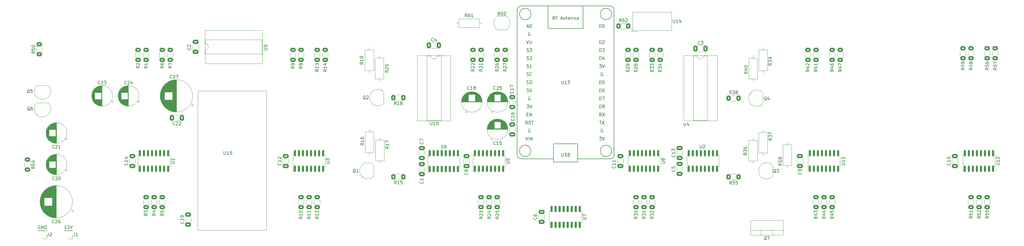
<source format=gbr>
%TF.GenerationSoftware,KiCad,Pcbnew,(6.0.10)*%
%TF.CreationDate,2023-02-22T22:23:04-03:00*%
%TF.ProjectId,SevenSegmentClock,53657665-6e53-4656-976d-656e74436c6f,rev?*%
%TF.SameCoordinates,Original*%
%TF.FileFunction,Legend,Top*%
%TF.FilePolarity,Positive*%
%FSLAX46Y46*%
G04 Gerber Fmt 4.6, Leading zero omitted, Abs format (unit mm)*
G04 Created by KiCad (PCBNEW (6.0.10)) date 2023-02-22 22:23:04*
%MOMM*%
%LPD*%
G01*
G04 APERTURE LIST*
G04 Aperture macros list*
%AMRoundRect*
0 Rectangle with rounded corners*
0 $1 Rounding radius*
0 $2 $3 $4 $5 $6 $7 $8 $9 X,Y pos of 4 corners*
0 Add a 4 corners polygon primitive as box body*
4,1,4,$2,$3,$4,$5,$6,$7,$8,$9,$2,$3,0*
0 Add four circle primitives for the rounded corners*
1,1,$1+$1,$2,$3*
1,1,$1+$1,$4,$5*
1,1,$1+$1,$6,$7*
1,1,$1+$1,$8,$9*
0 Add four rect primitives between the rounded corners*
20,1,$1+$1,$2,$3,$4,$5,0*
20,1,$1+$1,$4,$5,$6,$7,0*
20,1,$1+$1,$6,$7,$8,$9,0*
20,1,$1+$1,$8,$9,$2,$3,0*%
G04 Aperture macros list end*
%ADD10C,0.150000*%
%ADD11C,0.120000*%
%ADD12RoundRect,0.250000X-0.400000X-0.625000X0.400000X-0.625000X0.400000X0.625000X-0.400000X0.625000X0*%
%ADD13RoundRect,0.250000X0.625000X-0.400000X0.625000X0.400000X-0.625000X0.400000X-0.625000X-0.400000X0*%
%ADD14RoundRect,0.250000X-0.650000X0.412500X-0.650000X-0.412500X0.650000X-0.412500X0.650000X0.412500X0*%
%ADD15R,1.600000X2.400000*%
%ADD16O,1.600000X2.400000*%
%ADD17RoundRect,0.250000X0.412500X0.650000X-0.412500X0.650000X-0.412500X-0.650000X0.412500X-0.650000X0*%
%ADD18RoundRect,0.250000X-0.625000X0.400000X-0.625000X-0.400000X0.625000X-0.400000X0.625000X0.400000X0*%
%ADD19RoundRect,0.150000X0.150000X-0.825000X0.150000X0.825000X-0.150000X0.825000X-0.150000X-0.825000X0*%
%ADD20R,1.500000X1.050000*%
%ADD21O,1.500000X1.050000*%
%ADD22R,1.524000X1.524000*%
%ADD23C,1.524000*%
%ADD24R,1.700000X1.700000*%
%ADD25R,1.600000X1.600000*%
%ADD26C,1.600000*%
%ADD27O,1.600000X1.600000*%
%ADD28RoundRect,0.250000X0.400000X0.625000X-0.400000X0.625000X-0.400000X-0.625000X0.400000X-0.625000X0*%
%ADD29R,1.050000X1.500000*%
%ADD30O,1.050000X1.500000*%
%ADD31RoundRect,0.250000X0.650000X-0.412500X0.650000X0.412500X-0.650000X0.412500X-0.650000X-0.412500X0*%
%ADD32R,2.000000X2.000000*%
%ADD33C,2.000000*%
%ADD34R,2.400000X1.600000*%
%ADD35O,2.400000X1.600000*%
%ADD36R,1.500000X1.500000*%
%ADD37C,1.500000*%
%ADD38R,1.905000X2.000000*%
%ADD39O,1.905000X2.000000*%
%ADD40R,1.750000X1.750000*%
%ADD41C,1.750000*%
%ADD42R,1.524000X2.524000*%
%ADD43O,1.524000X2.524000*%
%ADD44R,1.800000X1.800000*%
%ADD45C,1.800000*%
G04 APERTURE END LIST*
D10*
X73345752Y-146934180D02*
X72774323Y-146934180D01*
X73060038Y-146934180D02*
X73060038Y-145934180D01*
X72964800Y-146077038D01*
X72869561Y-146172276D01*
X72774323Y-146219895D01*
X73726704Y-146029419D02*
X73774323Y-145981800D01*
X73869561Y-145934180D01*
X74107657Y-145934180D01*
X74202895Y-145981800D01*
X74250514Y-146029419D01*
X74298133Y-146124657D01*
X74298133Y-146219895D01*
X74250514Y-146362752D01*
X73679085Y-146934180D01*
X74298133Y-146934180D01*
X74583847Y-145934180D02*
X74917180Y-146934180D01*
X75250514Y-145934180D01*
X64998695Y-146007200D02*
X64903457Y-145959580D01*
X64760600Y-145959580D01*
X64617742Y-146007200D01*
X64522504Y-146102438D01*
X64474885Y-146197676D01*
X64427266Y-146388152D01*
X64427266Y-146531009D01*
X64474885Y-146721485D01*
X64522504Y-146816723D01*
X64617742Y-146911961D01*
X64760600Y-146959580D01*
X64855838Y-146959580D01*
X64998695Y-146911961D01*
X65046314Y-146864342D01*
X65046314Y-146531009D01*
X64855838Y-146531009D01*
X65474885Y-146959580D02*
X65474885Y-145959580D01*
X66046314Y-146959580D01*
X66046314Y-145959580D01*
X66522504Y-146959580D02*
X66522504Y-145959580D01*
X66760600Y-145959580D01*
X66903457Y-146007200D01*
X66998695Y-146102438D01*
X67046314Y-146197676D01*
X67093933Y-146388152D01*
X67093933Y-146531009D01*
X67046314Y-146721485D01*
X66998695Y-146816723D01*
X66903457Y-146911961D01*
X66760600Y-146959580D01*
X66522504Y-146959580D01*
%TO.C,R38*%
X282617942Y-104417380D02*
X282284609Y-103941190D01*
X282046514Y-104417380D02*
X282046514Y-103417380D01*
X282427466Y-103417380D01*
X282522704Y-103465000D01*
X282570323Y-103512619D01*
X282617942Y-103607857D01*
X282617942Y-103750714D01*
X282570323Y-103845952D01*
X282522704Y-103893571D01*
X282427466Y-103941190D01*
X282046514Y-103941190D01*
X282951276Y-103417380D02*
X283570323Y-103417380D01*
X283236990Y-103798333D01*
X283379847Y-103798333D01*
X283475085Y-103845952D01*
X283522704Y-103893571D01*
X283570323Y-103988809D01*
X283570323Y-104226904D01*
X283522704Y-104322142D01*
X283475085Y-104369761D01*
X283379847Y-104417380D01*
X283094133Y-104417380D01*
X282998895Y-104369761D01*
X282951276Y-104322142D01*
X284141752Y-103845952D02*
X284046514Y-103798333D01*
X283998895Y-103750714D01*
X283951276Y-103655476D01*
X283951276Y-103607857D01*
X283998895Y-103512619D01*
X284046514Y-103465000D01*
X284141752Y-103417380D01*
X284332228Y-103417380D01*
X284427466Y-103465000D01*
X284475085Y-103512619D01*
X284522704Y-103607857D01*
X284522704Y-103655476D01*
X284475085Y-103750714D01*
X284427466Y-103798333D01*
X284332228Y-103845952D01*
X284141752Y-103845952D01*
X284046514Y-103893571D01*
X283998895Y-103941190D01*
X283951276Y-104036428D01*
X283951276Y-104226904D01*
X283998895Y-104322142D01*
X284046514Y-104369761D01*
X284141752Y-104417380D01*
X284332228Y-104417380D01*
X284427466Y-104369761D01*
X284475085Y-104322142D01*
X284522704Y-104226904D01*
X284522704Y-104036428D01*
X284475085Y-103941190D01*
X284427466Y-103893571D01*
X284332228Y-103845952D01*
%TO.C,R1*%
X98868680Y-95645266D02*
X98392490Y-95978600D01*
X98868680Y-96216695D02*
X97868680Y-96216695D01*
X97868680Y-95835742D01*
X97916300Y-95740504D01*
X97963919Y-95692885D01*
X98059157Y-95645266D01*
X98202014Y-95645266D01*
X98297252Y-95692885D01*
X98344871Y-95740504D01*
X98392490Y-95835742D01*
X98392490Y-96216695D01*
X98868680Y-94692885D02*
X98868680Y-95264314D01*
X98868680Y-94978600D02*
X97868680Y-94978600D01*
X98011538Y-95073838D01*
X98106776Y-95169076D01*
X98154395Y-95264314D01*
%TO.C,C9*%
X304540542Y-129147866D02*
X304588161Y-129195485D01*
X304635780Y-129338342D01*
X304635780Y-129433580D01*
X304588161Y-129576438D01*
X304492923Y-129671676D01*
X304397685Y-129719295D01*
X304207209Y-129766914D01*
X304064352Y-129766914D01*
X303873876Y-129719295D01*
X303778638Y-129671676D01*
X303683400Y-129576438D01*
X303635780Y-129433580D01*
X303635780Y-129338342D01*
X303683400Y-129195485D01*
X303731019Y-129147866D01*
X304635780Y-128671676D02*
X304635780Y-128481200D01*
X304588161Y-128385961D01*
X304540542Y-128338342D01*
X304397685Y-128243104D01*
X304207209Y-128195485D01*
X303826257Y-128195485D01*
X303731019Y-128243104D01*
X303683400Y-128290723D01*
X303635780Y-128385961D01*
X303635780Y-128576438D01*
X303683400Y-128671676D01*
X303731019Y-128719295D01*
X303826257Y-128766914D01*
X304064352Y-128766914D01*
X304159590Y-128719295D01*
X304207209Y-128671676D01*
X304254828Y-128576438D01*
X304254828Y-128385961D01*
X304207209Y-128290723D01*
X304159590Y-128243104D01*
X304064352Y-128195485D01*
%TO.C,U9*%
X135526180Y-90577704D02*
X136335704Y-90577704D01*
X136430942Y-90530085D01*
X136478561Y-90482466D01*
X136526180Y-90387228D01*
X136526180Y-90196752D01*
X136478561Y-90101514D01*
X136430942Y-90053895D01*
X136335704Y-90006276D01*
X135526180Y-90006276D01*
X136526180Y-89482466D02*
X136526180Y-89291990D01*
X136478561Y-89196752D01*
X136430942Y-89149133D01*
X136288085Y-89053895D01*
X136097609Y-89006276D01*
X135716657Y-89006276D01*
X135621419Y-89053895D01*
X135573800Y-89101514D01*
X135526180Y-89196752D01*
X135526180Y-89387228D01*
X135573800Y-89482466D01*
X135621419Y-89530085D01*
X135716657Y-89577704D01*
X135954752Y-89577704D01*
X136049990Y-89530085D01*
X136097609Y-89482466D01*
X136145228Y-89387228D01*
X136145228Y-89196752D01*
X136097609Y-89101514D01*
X136049990Y-89053895D01*
X135954752Y-89006276D01*
%TO.C,C3*%
X272687533Y-88716742D02*
X272639914Y-88764361D01*
X272497057Y-88811980D01*
X272401819Y-88811980D01*
X272258961Y-88764361D01*
X272163723Y-88669123D01*
X272116104Y-88573885D01*
X272068485Y-88383409D01*
X272068485Y-88240552D01*
X272116104Y-88050076D01*
X272163723Y-87954838D01*
X272258961Y-87859600D01*
X272401819Y-87811980D01*
X272497057Y-87811980D01*
X272639914Y-87859600D01*
X272687533Y-87907219D01*
X273020866Y-87811980D02*
X273639914Y-87811980D01*
X273306580Y-88192933D01*
X273449438Y-88192933D01*
X273544676Y-88240552D01*
X273592295Y-88288171D01*
X273639914Y-88383409D01*
X273639914Y-88621504D01*
X273592295Y-88716742D01*
X273544676Y-88764361D01*
X273449438Y-88811980D01*
X273163723Y-88811980D01*
X273068485Y-88764361D01*
X273020866Y-88716742D01*
%TO.C,R55*%
X363544480Y-143035257D02*
X363068290Y-143368590D01*
X363544480Y-143606685D02*
X362544480Y-143606685D01*
X362544480Y-143225733D01*
X362592100Y-143130495D01*
X362639719Y-143082876D01*
X362734957Y-143035257D01*
X362877814Y-143035257D01*
X362973052Y-143082876D01*
X363020671Y-143130495D01*
X363068290Y-143225733D01*
X363068290Y-143606685D01*
X362544480Y-142130495D02*
X362544480Y-142606685D01*
X363020671Y-142654304D01*
X362973052Y-142606685D01*
X362925433Y-142511447D01*
X362925433Y-142273352D01*
X362973052Y-142178114D01*
X363020671Y-142130495D01*
X363115909Y-142082876D01*
X363354004Y-142082876D01*
X363449242Y-142130495D01*
X363496861Y-142178114D01*
X363544480Y-142273352D01*
X363544480Y-142511447D01*
X363496861Y-142606685D01*
X363449242Y-142654304D01*
X362544480Y-141178114D02*
X362544480Y-141654304D01*
X363020671Y-141701923D01*
X362973052Y-141654304D01*
X362925433Y-141559066D01*
X362925433Y-141320971D01*
X362973052Y-141225733D01*
X363020671Y-141178114D01*
X363115909Y-141130495D01*
X363354004Y-141130495D01*
X363449242Y-141178114D01*
X363496861Y-141225733D01*
X363544480Y-141320971D01*
X363544480Y-141559066D01*
X363496861Y-141654304D01*
X363449242Y-141701923D01*
%TO.C,R28*%
X253021280Y-96832657D02*
X252545090Y-97165990D01*
X253021280Y-97404085D02*
X252021280Y-97404085D01*
X252021280Y-97023133D01*
X252068900Y-96927895D01*
X252116519Y-96880276D01*
X252211757Y-96832657D01*
X252354614Y-96832657D01*
X252449852Y-96880276D01*
X252497471Y-96927895D01*
X252545090Y-97023133D01*
X252545090Y-97404085D01*
X252116519Y-96451704D02*
X252068900Y-96404085D01*
X252021280Y-96308847D01*
X252021280Y-96070752D01*
X252068900Y-95975514D01*
X252116519Y-95927895D01*
X252211757Y-95880276D01*
X252306995Y-95880276D01*
X252449852Y-95927895D01*
X253021280Y-96499323D01*
X253021280Y-95880276D01*
X252449852Y-95308847D02*
X252402233Y-95404085D01*
X252354614Y-95451704D01*
X252259376Y-95499323D01*
X252211757Y-95499323D01*
X252116519Y-95451704D01*
X252068900Y-95404085D01*
X252021280Y-95308847D01*
X252021280Y-95118371D01*
X252068900Y-95023133D01*
X252116519Y-94975514D01*
X252211757Y-94927895D01*
X252259376Y-94927895D01*
X252354614Y-94975514D01*
X252402233Y-95023133D01*
X252449852Y-95118371D01*
X252449852Y-95308847D01*
X252497471Y-95404085D01*
X252545090Y-95451704D01*
X252640328Y-95499323D01*
X252830804Y-95499323D01*
X252926042Y-95451704D01*
X252973661Y-95404085D01*
X253021280Y-95308847D01*
X253021280Y-95118371D01*
X252973661Y-95023133D01*
X252926042Y-94975514D01*
X252830804Y-94927895D01*
X252640328Y-94927895D01*
X252545090Y-94975514D01*
X252497471Y-95023133D01*
X252449852Y-95118371D01*
%TO.C,U5*%
X211746280Y-126339504D02*
X212555804Y-126339504D01*
X212651042Y-126291885D01*
X212698661Y-126244266D01*
X212746280Y-126149028D01*
X212746280Y-125958552D01*
X212698661Y-125863314D01*
X212651042Y-125815695D01*
X212555804Y-125768076D01*
X211746280Y-125768076D01*
X211746280Y-124815695D02*
X211746280Y-125291885D01*
X212222471Y-125339504D01*
X212174852Y-125291885D01*
X212127233Y-125196647D01*
X212127233Y-124958552D01*
X212174852Y-124863314D01*
X212222471Y-124815695D01*
X212317709Y-124768076D01*
X212555804Y-124768076D01*
X212651042Y-124815695D01*
X212698661Y-124863314D01*
X212746280Y-124958552D01*
X212746280Y-125196647D01*
X212698661Y-125291885D01*
X212651042Y-125339504D01*
%TO.C,Q4*%
X293696961Y-106407819D02*
X293601723Y-106360200D01*
X293506485Y-106264961D01*
X293363628Y-106122104D01*
X293268390Y-106074485D01*
X293173152Y-106074485D01*
X293220771Y-106312580D02*
X293125533Y-106264961D01*
X293030295Y-106169723D01*
X292982676Y-105979247D01*
X292982676Y-105645914D01*
X293030295Y-105455438D01*
X293125533Y-105360200D01*
X293220771Y-105312580D01*
X293411247Y-105312580D01*
X293506485Y-105360200D01*
X293601723Y-105455438D01*
X293649342Y-105645914D01*
X293649342Y-105979247D01*
X293601723Y-106169723D01*
X293506485Y-106264961D01*
X293411247Y-106312580D01*
X293220771Y-106312580D01*
X294506485Y-105645914D02*
X294506485Y-106312580D01*
X294268390Y-105264961D02*
X294030295Y-105979247D01*
X294649342Y-105979247D01*
%TO.C,U15*%
X122868704Y-122510980D02*
X122868704Y-123320504D01*
X122916323Y-123415742D01*
X122963942Y-123463361D01*
X123059180Y-123510980D01*
X123249657Y-123510980D01*
X123344895Y-123463361D01*
X123392514Y-123415742D01*
X123440133Y-123320504D01*
X123440133Y-122510980D01*
X124440133Y-123510980D02*
X123868704Y-123510980D01*
X124154419Y-123510980D02*
X124154419Y-122510980D01*
X124059180Y-122653838D01*
X123963942Y-122749076D01*
X123868704Y-122796695D01*
X125344895Y-122510980D02*
X124868704Y-122510980D01*
X124821085Y-122987171D01*
X124868704Y-122939552D01*
X124963942Y-122891933D01*
X125202038Y-122891933D01*
X125297276Y-122939552D01*
X125344895Y-122987171D01*
X125392514Y-123082409D01*
X125392514Y-123320504D01*
X125344895Y-123415742D01*
X125297276Y-123463361D01*
X125202038Y-123510980D01*
X124963942Y-123510980D01*
X124868704Y-123463361D01*
X124821085Y-123415742D01*
%TO.C,R12*%
X152648280Y-143187657D02*
X152172090Y-143520990D01*
X152648280Y-143759085D02*
X151648280Y-143759085D01*
X151648280Y-143378133D01*
X151695900Y-143282895D01*
X151743519Y-143235276D01*
X151838757Y-143187657D01*
X151981614Y-143187657D01*
X152076852Y-143235276D01*
X152124471Y-143282895D01*
X152172090Y-143378133D01*
X152172090Y-143759085D01*
X152648280Y-142235276D02*
X152648280Y-142806704D01*
X152648280Y-142520990D02*
X151648280Y-142520990D01*
X151791138Y-142616228D01*
X151886376Y-142711466D01*
X151933995Y-142806704D01*
X151743519Y-141854323D02*
X151695900Y-141806704D01*
X151648280Y-141711466D01*
X151648280Y-141473371D01*
X151695900Y-141378133D01*
X151743519Y-141330514D01*
X151838757Y-141282895D01*
X151933995Y-141282895D01*
X152076852Y-141330514D01*
X152648280Y-141901942D01*
X152648280Y-141282895D01*
%TO.C,J2*%
X67662866Y-148268980D02*
X67662866Y-148983266D01*
X67615247Y-149126123D01*
X67520009Y-149221361D01*
X67377152Y-149268980D01*
X67281914Y-149268980D01*
X68091438Y-148364219D02*
X68139057Y-148316600D01*
X68234295Y-148268980D01*
X68472390Y-148268980D01*
X68567628Y-148316600D01*
X68615247Y-148364219D01*
X68662866Y-148459457D01*
X68662866Y-148554695D01*
X68615247Y-148697552D01*
X68043819Y-149268980D01*
X68662866Y-149268980D01*
%TO.C,C8*%
X199576342Y-129249466D02*
X199623961Y-129297085D01*
X199671580Y-129439942D01*
X199671580Y-129535180D01*
X199623961Y-129678038D01*
X199528723Y-129773276D01*
X199433485Y-129820895D01*
X199243009Y-129868514D01*
X199100152Y-129868514D01*
X198909676Y-129820895D01*
X198814438Y-129773276D01*
X198719200Y-129678038D01*
X198671580Y-129535180D01*
X198671580Y-129439942D01*
X198719200Y-129297085D01*
X198766819Y-129249466D01*
X199100152Y-128678038D02*
X199052533Y-128773276D01*
X199004914Y-128820895D01*
X198909676Y-128868514D01*
X198862057Y-128868514D01*
X198766819Y-128820895D01*
X198719200Y-128773276D01*
X198671580Y-128678038D01*
X198671580Y-128487561D01*
X198719200Y-128392323D01*
X198766819Y-128344704D01*
X198862057Y-128297085D01*
X198909676Y-128297085D01*
X199004914Y-128344704D01*
X199052533Y-128392323D01*
X199100152Y-128487561D01*
X199100152Y-128678038D01*
X199147771Y-128773276D01*
X199195390Y-128820895D01*
X199290628Y-128868514D01*
X199481104Y-128868514D01*
X199576342Y-128820895D01*
X199623961Y-128773276D01*
X199671580Y-128678038D01*
X199671580Y-128487561D01*
X199623961Y-128392323D01*
X199576342Y-128344704D01*
X199481104Y-128297085D01*
X199290628Y-128297085D01*
X199195390Y-128344704D01*
X199147771Y-128392323D01*
X199100152Y-128487561D01*
%TO.C,Q1*%
X164281361Y-129204419D02*
X164186123Y-129156800D01*
X164090885Y-129061561D01*
X163948028Y-128918704D01*
X163852790Y-128871085D01*
X163757552Y-128871085D01*
X163805171Y-129109180D02*
X163709933Y-129061561D01*
X163614695Y-128966323D01*
X163567076Y-128775847D01*
X163567076Y-128442514D01*
X163614695Y-128252038D01*
X163709933Y-128156800D01*
X163805171Y-128109180D01*
X163995647Y-128109180D01*
X164090885Y-128156800D01*
X164186123Y-128252038D01*
X164233742Y-128442514D01*
X164233742Y-128775847D01*
X164186123Y-128966323D01*
X164090885Y-129061561D01*
X163995647Y-129109180D01*
X163805171Y-129109180D01*
X165186123Y-129109180D02*
X164614695Y-129109180D01*
X164900409Y-129109180D02*
X164900409Y-128109180D01*
X164805171Y-128252038D01*
X164709933Y-128347276D01*
X164614695Y-128394895D01*
%TO.C,C23*%
X83906183Y-101241542D02*
X83858564Y-101289161D01*
X83715707Y-101336780D01*
X83620469Y-101336780D01*
X83477612Y-101289161D01*
X83382374Y-101193923D01*
X83334755Y-101098685D01*
X83287136Y-100908209D01*
X83287136Y-100765352D01*
X83334755Y-100574876D01*
X83382374Y-100479638D01*
X83477612Y-100384400D01*
X83620469Y-100336780D01*
X83715707Y-100336780D01*
X83858564Y-100384400D01*
X83906183Y-100432019D01*
X84287136Y-100432019D02*
X84334755Y-100384400D01*
X84429993Y-100336780D01*
X84668088Y-100336780D01*
X84763326Y-100384400D01*
X84810945Y-100432019D01*
X84858564Y-100527257D01*
X84858564Y-100622495D01*
X84810945Y-100765352D01*
X84239517Y-101336780D01*
X84858564Y-101336780D01*
X85191898Y-100336780D02*
X85810945Y-100336780D01*
X85477612Y-100717733D01*
X85620469Y-100717733D01*
X85715707Y-100765352D01*
X85763326Y-100812971D01*
X85810945Y-100908209D01*
X85810945Y-101146304D01*
X85763326Y-101241542D01*
X85715707Y-101289161D01*
X85620469Y-101336780D01*
X85334755Y-101336780D01*
X85239517Y-101289161D01*
X85191898Y-101241542D01*
%TO.C,R59*%
X298489780Y-126322057D02*
X298013590Y-126655390D01*
X298489780Y-126893485D02*
X297489780Y-126893485D01*
X297489780Y-126512533D01*
X297537400Y-126417295D01*
X297585019Y-126369676D01*
X297680257Y-126322057D01*
X297823114Y-126322057D01*
X297918352Y-126369676D01*
X297965971Y-126417295D01*
X298013590Y-126512533D01*
X298013590Y-126893485D01*
X297489780Y-125417295D02*
X297489780Y-125893485D01*
X297965971Y-125941104D01*
X297918352Y-125893485D01*
X297870733Y-125798247D01*
X297870733Y-125560152D01*
X297918352Y-125464914D01*
X297965971Y-125417295D01*
X298061209Y-125369676D01*
X298299304Y-125369676D01*
X298394542Y-125417295D01*
X298442161Y-125464914D01*
X298489780Y-125560152D01*
X298489780Y-125798247D01*
X298442161Y-125893485D01*
X298394542Y-125941104D01*
X298489780Y-124893485D02*
X298489780Y-124703009D01*
X298442161Y-124607771D01*
X298394542Y-124560152D01*
X298251685Y-124464914D01*
X298061209Y-124417295D01*
X297680257Y-124417295D01*
X297585019Y-124464914D01*
X297537400Y-124512533D01*
X297489780Y-124607771D01*
X297489780Y-124798247D01*
X297537400Y-124893485D01*
X297585019Y-124941104D01*
X297680257Y-124988723D01*
X297918352Y-124988723D01*
X298013590Y-124941104D01*
X298061209Y-124893485D01*
X298108828Y-124798247D01*
X298108828Y-124607771D01*
X298061209Y-124512533D01*
X298013590Y-124464914D01*
X297918352Y-124417295D01*
%TO.C,C14*%
X92564142Y-126220457D02*
X92611761Y-126268076D01*
X92659380Y-126410933D01*
X92659380Y-126506171D01*
X92611761Y-126649028D01*
X92516523Y-126744266D01*
X92421285Y-126791885D01*
X92230809Y-126839504D01*
X92087952Y-126839504D01*
X91897476Y-126791885D01*
X91802238Y-126744266D01*
X91707000Y-126649028D01*
X91659380Y-126506171D01*
X91659380Y-126410933D01*
X91707000Y-126268076D01*
X91754619Y-126220457D01*
X92659380Y-125268076D02*
X92659380Y-125839504D01*
X92659380Y-125553790D02*
X91659380Y-125553790D01*
X91802238Y-125649028D01*
X91897476Y-125744266D01*
X91945095Y-125839504D01*
X91992714Y-124410933D02*
X92659380Y-124410933D01*
X91611761Y-124649028D02*
X92326047Y-124887123D01*
X92326047Y-124268076D01*
%TO.C,R50*%
X63401580Y-90965257D02*
X62925390Y-91298590D01*
X63401580Y-91536685D02*
X62401580Y-91536685D01*
X62401580Y-91155733D01*
X62449200Y-91060495D01*
X62496819Y-91012876D01*
X62592057Y-90965257D01*
X62734914Y-90965257D01*
X62830152Y-91012876D01*
X62877771Y-91060495D01*
X62925390Y-91155733D01*
X62925390Y-91536685D01*
X62401580Y-90060495D02*
X62401580Y-90536685D01*
X62877771Y-90584304D01*
X62830152Y-90536685D01*
X62782533Y-90441447D01*
X62782533Y-90203352D01*
X62830152Y-90108114D01*
X62877771Y-90060495D01*
X62973009Y-90012876D01*
X63211104Y-90012876D01*
X63306342Y-90060495D01*
X63353961Y-90108114D01*
X63401580Y-90203352D01*
X63401580Y-90441447D01*
X63353961Y-90536685D01*
X63306342Y-90584304D01*
X62401580Y-89393828D02*
X62401580Y-89298590D01*
X62449200Y-89203352D01*
X62496819Y-89155733D01*
X62592057Y-89108114D01*
X62782533Y-89060495D01*
X63020628Y-89060495D01*
X63211104Y-89108114D01*
X63306342Y-89155733D01*
X63353961Y-89203352D01*
X63401580Y-89298590D01*
X63401580Y-89393828D01*
X63353961Y-89489066D01*
X63306342Y-89536685D01*
X63211104Y-89584304D01*
X63020628Y-89631923D01*
X62782533Y-89631923D01*
X62592057Y-89584304D01*
X62496819Y-89536685D01*
X62449200Y-89489066D01*
X62401580Y-89393828D01*
%TO.C,R5*%
X103956480Y-142152666D02*
X103480290Y-142486000D01*
X103956480Y-142724095D02*
X102956480Y-142724095D01*
X102956480Y-142343142D01*
X103004100Y-142247904D01*
X103051719Y-142200285D01*
X103146957Y-142152666D01*
X103289814Y-142152666D01*
X103385052Y-142200285D01*
X103432671Y-142247904D01*
X103480290Y-142343142D01*
X103480290Y-142724095D01*
X102956480Y-141247904D02*
X102956480Y-141724095D01*
X103432671Y-141771714D01*
X103385052Y-141724095D01*
X103337433Y-141628857D01*
X103337433Y-141390761D01*
X103385052Y-141295523D01*
X103432671Y-141247904D01*
X103527909Y-141200285D01*
X103766004Y-141200285D01*
X103861242Y-141247904D01*
X103908861Y-141295523D01*
X103956480Y-141390761D01*
X103956480Y-141628857D01*
X103908861Y-141724095D01*
X103861242Y-141771714D01*
%TO.C,R15*%
X177164742Y-132846380D02*
X176831409Y-132370190D01*
X176593314Y-132846380D02*
X176593314Y-131846380D01*
X176974266Y-131846380D01*
X177069504Y-131894000D01*
X177117123Y-131941619D01*
X177164742Y-132036857D01*
X177164742Y-132179714D01*
X177117123Y-132274952D01*
X177069504Y-132322571D01*
X176974266Y-132370190D01*
X176593314Y-132370190D01*
X178117123Y-132846380D02*
X177545695Y-132846380D01*
X177831409Y-132846380D02*
X177831409Y-131846380D01*
X177736171Y-131989238D01*
X177640933Y-132084476D01*
X177545695Y-132132095D01*
X179021885Y-131846380D02*
X178545695Y-131846380D01*
X178498076Y-132322571D01*
X178545695Y-132274952D01*
X178640933Y-132227333D01*
X178879028Y-132227333D01*
X178974266Y-132274952D01*
X179021885Y-132322571D01*
X179069504Y-132417809D01*
X179069504Y-132655904D01*
X179021885Y-132751142D01*
X178974266Y-132798761D01*
X178879028Y-132846380D01*
X178640933Y-132846380D01*
X178545695Y-132798761D01*
X178498076Y-132751142D01*
%TO.C,R30*%
X253029080Y-143187657D02*
X252552890Y-143520990D01*
X253029080Y-143759085D02*
X252029080Y-143759085D01*
X252029080Y-143378133D01*
X252076700Y-143282895D01*
X252124319Y-143235276D01*
X252219557Y-143187657D01*
X252362414Y-143187657D01*
X252457652Y-143235276D01*
X252505271Y-143282895D01*
X252552890Y-143378133D01*
X252552890Y-143759085D01*
X252029080Y-142854323D02*
X252029080Y-142235276D01*
X252410033Y-142568609D01*
X252410033Y-142425752D01*
X252457652Y-142330514D01*
X252505271Y-142282895D01*
X252600509Y-142235276D01*
X252838604Y-142235276D01*
X252933842Y-142282895D01*
X252981461Y-142330514D01*
X253029080Y-142425752D01*
X253029080Y-142711466D01*
X252981461Y-142806704D01*
X252933842Y-142854323D01*
X252029080Y-141616228D02*
X252029080Y-141520990D01*
X252076700Y-141425752D01*
X252124319Y-141378133D01*
X252219557Y-141330514D01*
X252410033Y-141282895D01*
X252648128Y-141282895D01*
X252838604Y-141330514D01*
X252933842Y-141378133D01*
X252981461Y-141425752D01*
X253029080Y-141520990D01*
X253029080Y-141616228D01*
X252981461Y-141711466D01*
X252933842Y-141759085D01*
X252838604Y-141806704D01*
X252648128Y-141854323D01*
X252410033Y-141854323D01*
X252219557Y-141806704D01*
X252124319Y-141759085D01*
X252076700Y-141711466D01*
X252029080Y-141616228D01*
%TO.C,R34*%
X260641280Y-96832657D02*
X260165090Y-97165990D01*
X260641280Y-97404085D02*
X259641280Y-97404085D01*
X259641280Y-97023133D01*
X259688900Y-96927895D01*
X259736519Y-96880276D01*
X259831757Y-96832657D01*
X259974614Y-96832657D01*
X260069852Y-96880276D01*
X260117471Y-96927895D01*
X260165090Y-97023133D01*
X260165090Y-97404085D01*
X259641280Y-96499323D02*
X259641280Y-95880276D01*
X260022233Y-96213609D01*
X260022233Y-96070752D01*
X260069852Y-95975514D01*
X260117471Y-95927895D01*
X260212709Y-95880276D01*
X260450804Y-95880276D01*
X260546042Y-95927895D01*
X260593661Y-95975514D01*
X260641280Y-96070752D01*
X260641280Y-96356466D01*
X260593661Y-96451704D01*
X260546042Y-96499323D01*
X259974614Y-95023133D02*
X260641280Y-95023133D01*
X259593661Y-95261228D02*
X260307947Y-95499323D01*
X260307947Y-94880276D01*
%TO.C,C15*%
X208337542Y-120307701D02*
X208289923Y-120355320D01*
X208147066Y-120402939D01*
X208051828Y-120402939D01*
X207908971Y-120355320D01*
X207813733Y-120260082D01*
X207766114Y-120164844D01*
X207718495Y-119974368D01*
X207718495Y-119831511D01*
X207766114Y-119641035D01*
X207813733Y-119545797D01*
X207908971Y-119450559D01*
X208051828Y-119402939D01*
X208147066Y-119402939D01*
X208289923Y-119450559D01*
X208337542Y-119498178D01*
X209289923Y-120402939D02*
X208718495Y-120402939D01*
X209004209Y-120402939D02*
X209004209Y-119402939D01*
X208908971Y-119545797D01*
X208813733Y-119641035D01*
X208718495Y-119688654D01*
X210194685Y-119402939D02*
X209718495Y-119402939D01*
X209670876Y-119879130D01*
X209718495Y-119831511D01*
X209813733Y-119783892D01*
X210051828Y-119783892D01*
X210147066Y-119831511D01*
X210194685Y-119879130D01*
X210242304Y-119974368D01*
X210242304Y-120212463D01*
X210194685Y-120307701D01*
X210147066Y-120355320D01*
X210051828Y-120402939D01*
X209813733Y-120402939D01*
X209718495Y-120355320D01*
X209670876Y-120307701D01*
%TO.C,R52*%
X361004480Y-143035257D02*
X360528290Y-143368590D01*
X361004480Y-143606685D02*
X360004480Y-143606685D01*
X360004480Y-143225733D01*
X360052100Y-143130495D01*
X360099719Y-143082876D01*
X360194957Y-143035257D01*
X360337814Y-143035257D01*
X360433052Y-143082876D01*
X360480671Y-143130495D01*
X360528290Y-143225733D01*
X360528290Y-143606685D01*
X360004480Y-142130495D02*
X360004480Y-142606685D01*
X360480671Y-142654304D01*
X360433052Y-142606685D01*
X360385433Y-142511447D01*
X360385433Y-142273352D01*
X360433052Y-142178114D01*
X360480671Y-142130495D01*
X360575909Y-142082876D01*
X360814004Y-142082876D01*
X360909242Y-142130495D01*
X360956861Y-142178114D01*
X361004480Y-142273352D01*
X361004480Y-142511447D01*
X360956861Y-142606685D01*
X360909242Y-142654304D01*
X360099719Y-141701923D02*
X360052100Y-141654304D01*
X360004480Y-141559066D01*
X360004480Y-141320971D01*
X360052100Y-141225733D01*
X360099719Y-141178114D01*
X360194957Y-141130495D01*
X360290195Y-141130495D01*
X360433052Y-141178114D01*
X361004480Y-141749542D01*
X361004480Y-141130495D01*
%TO.C,R43*%
X309620280Y-143136857D02*
X309144090Y-143470190D01*
X309620280Y-143708285D02*
X308620280Y-143708285D01*
X308620280Y-143327333D01*
X308667900Y-143232095D01*
X308715519Y-143184476D01*
X308810757Y-143136857D01*
X308953614Y-143136857D01*
X309048852Y-143184476D01*
X309096471Y-143232095D01*
X309144090Y-143327333D01*
X309144090Y-143708285D01*
X308953614Y-142279714D02*
X309620280Y-142279714D01*
X308572661Y-142517809D02*
X309286947Y-142755904D01*
X309286947Y-142136857D01*
X308620280Y-141851142D02*
X308620280Y-141232095D01*
X309001233Y-141565428D01*
X309001233Y-141422571D01*
X309048852Y-141327333D01*
X309096471Y-141279714D01*
X309191709Y-141232095D01*
X309429804Y-141232095D01*
X309525042Y-141279714D01*
X309572661Y-141327333D01*
X309620280Y-141422571D01*
X309620280Y-141708285D01*
X309572661Y-141803523D01*
X309525042Y-141851142D01*
%TO.C,R19*%
X166717380Y-94436057D02*
X166241190Y-94769390D01*
X166717380Y-95007485D02*
X165717380Y-95007485D01*
X165717380Y-94626533D01*
X165765000Y-94531295D01*
X165812619Y-94483676D01*
X165907857Y-94436057D01*
X166050714Y-94436057D01*
X166145952Y-94483676D01*
X166193571Y-94531295D01*
X166241190Y-94626533D01*
X166241190Y-95007485D01*
X166717380Y-93483676D02*
X166717380Y-94055104D01*
X166717380Y-93769390D02*
X165717380Y-93769390D01*
X165860238Y-93864628D01*
X165955476Y-93959866D01*
X166003095Y-94055104D01*
X166717380Y-93007485D02*
X166717380Y-92817009D01*
X166669761Y-92721771D01*
X166622142Y-92674152D01*
X166479285Y-92578914D01*
X166288809Y-92531295D01*
X165907857Y-92531295D01*
X165812619Y-92578914D01*
X165765000Y-92626533D01*
X165717380Y-92721771D01*
X165717380Y-92912247D01*
X165765000Y-93007485D01*
X165812619Y-93055104D01*
X165907857Y-93102723D01*
X166145952Y-93102723D01*
X166241190Y-93055104D01*
X166288809Y-93007485D01*
X166336428Y-92912247D01*
X166336428Y-92721771D01*
X166288809Y-92626533D01*
X166241190Y-92578914D01*
X166145952Y-92531295D01*
%TO.C,C24*%
X92212901Y-101241542D02*
X92165282Y-101289161D01*
X92022425Y-101336780D01*
X91927187Y-101336780D01*
X91784330Y-101289161D01*
X91689092Y-101193923D01*
X91641473Y-101098685D01*
X91593854Y-100908209D01*
X91593854Y-100765352D01*
X91641473Y-100574876D01*
X91689092Y-100479638D01*
X91784330Y-100384400D01*
X91927187Y-100336780D01*
X92022425Y-100336780D01*
X92165282Y-100384400D01*
X92212901Y-100432019D01*
X92593854Y-100432019D02*
X92641473Y-100384400D01*
X92736711Y-100336780D01*
X92974806Y-100336780D01*
X93070044Y-100384400D01*
X93117663Y-100432019D01*
X93165282Y-100527257D01*
X93165282Y-100622495D01*
X93117663Y-100765352D01*
X92546235Y-101336780D01*
X93165282Y-101336780D01*
X94022425Y-100670114D02*
X94022425Y-101336780D01*
X93784330Y-100289161D02*
X93546235Y-101003447D01*
X94165282Y-101003447D01*
%TO.C,R29*%
X250481280Y-96832657D02*
X250005090Y-97165990D01*
X250481280Y-97404085D02*
X249481280Y-97404085D01*
X249481280Y-97023133D01*
X249528900Y-96927895D01*
X249576519Y-96880276D01*
X249671757Y-96832657D01*
X249814614Y-96832657D01*
X249909852Y-96880276D01*
X249957471Y-96927895D01*
X250005090Y-97023133D01*
X250005090Y-97404085D01*
X249576519Y-96451704D02*
X249528900Y-96404085D01*
X249481280Y-96308847D01*
X249481280Y-96070752D01*
X249528900Y-95975514D01*
X249576519Y-95927895D01*
X249671757Y-95880276D01*
X249766995Y-95880276D01*
X249909852Y-95927895D01*
X250481280Y-96499323D01*
X250481280Y-95880276D01*
X250481280Y-95404085D02*
X250481280Y-95213609D01*
X250433661Y-95118371D01*
X250386042Y-95070752D01*
X250243185Y-94975514D01*
X250052709Y-94927895D01*
X249671757Y-94927895D01*
X249576519Y-94975514D01*
X249528900Y-95023133D01*
X249481280Y-95118371D01*
X249481280Y-95308847D01*
X249528900Y-95404085D01*
X249576519Y-95451704D01*
X249671757Y-95499323D01*
X249909852Y-95499323D01*
X250005090Y-95451704D01*
X250052709Y-95404085D01*
X250100328Y-95308847D01*
X250100328Y-95118371D01*
X250052709Y-95023133D01*
X250005090Y-94975514D01*
X249909852Y-94927895D01*
%TO.C,C10*%
X351389542Y-126220457D02*
X351437161Y-126268076D01*
X351484780Y-126410933D01*
X351484780Y-126506171D01*
X351437161Y-126649028D01*
X351341923Y-126744266D01*
X351246685Y-126791885D01*
X351056209Y-126839504D01*
X350913352Y-126839504D01*
X350722876Y-126791885D01*
X350627638Y-126744266D01*
X350532400Y-126649028D01*
X350484780Y-126506171D01*
X350484780Y-126410933D01*
X350532400Y-126268076D01*
X350580019Y-126220457D01*
X351484780Y-125268076D02*
X351484780Y-125839504D01*
X351484780Y-125553790D02*
X350484780Y-125553790D01*
X350627638Y-125649028D01*
X350722876Y-125744266D01*
X350770495Y-125839504D01*
X350484780Y-124649028D02*
X350484780Y-124553790D01*
X350532400Y-124458552D01*
X350580019Y-124410933D01*
X350675257Y-124363314D01*
X350865733Y-124315695D01*
X351103828Y-124315695D01*
X351294304Y-124363314D01*
X351389542Y-124410933D01*
X351437161Y-124458552D01*
X351484780Y-124553790D01*
X351484780Y-124649028D01*
X351437161Y-124744266D01*
X351389542Y-124791885D01*
X351294304Y-124839504D01*
X351103828Y-124887123D01*
X350865733Y-124887123D01*
X350675257Y-124839504D01*
X350580019Y-124791885D01*
X350532400Y-124744266D01*
X350484780Y-124649028D01*
%TO.C,R11*%
X150108280Y-143187657D02*
X149632090Y-143520990D01*
X150108280Y-143759085D02*
X149108280Y-143759085D01*
X149108280Y-143378133D01*
X149155900Y-143282895D01*
X149203519Y-143235276D01*
X149298757Y-143187657D01*
X149441614Y-143187657D01*
X149536852Y-143235276D01*
X149584471Y-143282895D01*
X149632090Y-143378133D01*
X149632090Y-143759085D01*
X150108280Y-142235276D02*
X150108280Y-142806704D01*
X150108280Y-142520990D02*
X149108280Y-142520990D01*
X149251138Y-142616228D01*
X149346376Y-142711466D01*
X149393995Y-142806704D01*
X150108280Y-141282895D02*
X150108280Y-141854323D01*
X150108280Y-141568609D02*
X149108280Y-141568609D01*
X149251138Y-141663847D01*
X149346376Y-141759085D01*
X149393995Y-141854323D01*
%TO.C,R54*%
X63350980Y-127371957D02*
X62874790Y-127705290D01*
X63350980Y-127943385D02*
X62350980Y-127943385D01*
X62350980Y-127562433D01*
X62398600Y-127467195D01*
X62446219Y-127419576D01*
X62541457Y-127371957D01*
X62684314Y-127371957D01*
X62779552Y-127419576D01*
X62827171Y-127467195D01*
X62874790Y-127562433D01*
X62874790Y-127943385D01*
X62350980Y-126467195D02*
X62350980Y-126943385D01*
X62827171Y-126991004D01*
X62779552Y-126943385D01*
X62731933Y-126848147D01*
X62731933Y-126610052D01*
X62779552Y-126514814D01*
X62827171Y-126467195D01*
X62922409Y-126419576D01*
X63160504Y-126419576D01*
X63255742Y-126467195D01*
X63303361Y-126514814D01*
X63350980Y-126610052D01*
X63350980Y-126848147D01*
X63303361Y-126943385D01*
X63255742Y-126991004D01*
X62684314Y-125562433D02*
X63350980Y-125562433D01*
X62303361Y-125800528D02*
X63017647Y-126038623D01*
X63017647Y-125419576D01*
%TO.C,U13*%
X229184004Y-100225980D02*
X229184004Y-101035504D01*
X229231623Y-101130742D01*
X229279242Y-101178361D01*
X229374480Y-101225980D01*
X229564957Y-101225980D01*
X229660195Y-101178361D01*
X229707814Y-101130742D01*
X229755433Y-101035504D01*
X229755433Y-100225980D01*
X230755433Y-101225980D02*
X230184004Y-101225980D01*
X230469719Y-101225980D02*
X230469719Y-100225980D01*
X230374480Y-100368838D01*
X230279242Y-100464076D01*
X230184004Y-100511695D01*
X231088766Y-100225980D02*
X231707814Y-100225980D01*
X231374480Y-100606933D01*
X231517338Y-100606933D01*
X231612576Y-100654552D01*
X231660195Y-100702171D01*
X231707814Y-100797409D01*
X231707814Y-101035504D01*
X231660195Y-101130742D01*
X231612576Y-101178361D01*
X231517338Y-101225980D01*
X231231623Y-101225980D01*
X231136385Y-101178361D01*
X231088766Y-101130742D01*
X218230195Y-107845980D02*
X218849242Y-107845980D01*
X218515909Y-108226933D01*
X218658766Y-108226933D01*
X218754004Y-108274552D01*
X218801623Y-108322171D01*
X218849242Y-108417409D01*
X218849242Y-108655504D01*
X218801623Y-108750742D01*
X218754004Y-108798361D01*
X218658766Y-108845980D01*
X218373052Y-108845980D01*
X218277814Y-108798361D01*
X218230195Y-108750742D01*
X219134957Y-107845980D02*
X219468290Y-108845980D01*
X219801623Y-107845980D01*
X242114004Y-115513600D02*
X242018766Y-115465980D01*
X241875909Y-115465980D01*
X241733052Y-115513600D01*
X241637814Y-115608838D01*
X241590195Y-115704076D01*
X241542576Y-115894552D01*
X241542576Y-116037409D01*
X241590195Y-116227885D01*
X241637814Y-116323123D01*
X241733052Y-116418361D01*
X241875909Y-116465980D01*
X241971147Y-116465980D01*
X242114004Y-116418361D01*
X242161623Y-116370742D01*
X242161623Y-116037409D01*
X241971147Y-116037409D01*
X241114004Y-93605980D02*
X241114004Y-92605980D01*
X241352100Y-92605980D01*
X241494957Y-92653600D01*
X241590195Y-92748838D01*
X241637814Y-92844076D01*
X241685433Y-93034552D01*
X241685433Y-93177409D01*
X241637814Y-93367885D01*
X241590195Y-93463123D01*
X241494957Y-93558361D01*
X241352100Y-93605980D01*
X241114004Y-93605980D01*
X242542576Y-92939314D02*
X242542576Y-93605980D01*
X242304480Y-92558361D02*
X242066385Y-93272647D01*
X242685433Y-93272647D01*
X217896861Y-118005980D02*
X218230195Y-119005980D01*
X218563528Y-118005980D01*
X218896861Y-119005980D02*
X218896861Y-118005980D01*
X219373052Y-119005980D02*
X219373052Y-118005980D01*
X219944480Y-119005980D01*
X219944480Y-118005980D01*
X241090195Y-95145980D02*
X241709242Y-95145980D01*
X241375909Y-95526933D01*
X241518766Y-95526933D01*
X241614004Y-95574552D01*
X241661623Y-95622171D01*
X241709242Y-95717409D01*
X241709242Y-95955504D01*
X241661623Y-96050742D01*
X241614004Y-96098361D01*
X241518766Y-96145980D01*
X241233052Y-96145980D01*
X241137814Y-96098361D01*
X241090195Y-96050742D01*
X241994957Y-95145980D02*
X242328290Y-96145980D01*
X242661623Y-95145980D01*
X218230195Y-91018361D02*
X218373052Y-91065980D01*
X218611147Y-91065980D01*
X218706385Y-91018361D01*
X218754004Y-90970742D01*
X218801623Y-90875504D01*
X218801623Y-90780266D01*
X218754004Y-90685028D01*
X218706385Y-90637409D01*
X218611147Y-90589790D01*
X218420671Y-90542171D01*
X218325433Y-90494552D01*
X218277814Y-90446933D01*
X218230195Y-90351695D01*
X218230195Y-90256457D01*
X218277814Y-90161219D01*
X218325433Y-90113600D01*
X218420671Y-90065980D01*
X218658766Y-90065980D01*
X218801623Y-90113600D01*
X219134957Y-90065980D02*
X219754004Y-90065980D01*
X219420671Y-90446933D01*
X219563528Y-90446933D01*
X219658766Y-90494552D01*
X219706385Y-90542171D01*
X219754004Y-90637409D01*
X219754004Y-90875504D01*
X219706385Y-90970742D01*
X219658766Y-91018361D01*
X219563528Y-91065980D01*
X219277814Y-91065980D01*
X219182576Y-91018361D01*
X219134957Y-90970742D01*
X218277814Y-83160266D02*
X218754004Y-83160266D01*
X218182576Y-83445980D02*
X218515909Y-82445980D01*
X218849242Y-83445980D01*
X219373052Y-82445980D02*
X219468290Y-82445980D01*
X219563528Y-82493600D01*
X219611147Y-82541219D01*
X219658766Y-82636457D01*
X219706385Y-82826933D01*
X219706385Y-83065028D01*
X219658766Y-83255504D01*
X219611147Y-83350742D01*
X219563528Y-83398361D01*
X219468290Y-83445980D01*
X219373052Y-83445980D01*
X219277814Y-83398361D01*
X219230195Y-83350742D01*
X219182576Y-83255504D01*
X219134957Y-83065028D01*
X219134957Y-82826933D01*
X219182576Y-82636457D01*
X219230195Y-82541219D01*
X219277814Y-82493600D01*
X219373052Y-82445980D01*
X219254004Y-105353600D02*
X219158766Y-105305980D01*
X219015909Y-105305980D01*
X218873052Y-105353600D01*
X218777814Y-105448838D01*
X218730195Y-105544076D01*
X218682576Y-105734552D01*
X218682576Y-105877409D01*
X218730195Y-106067885D01*
X218777814Y-106163123D01*
X218873052Y-106258361D01*
X219015909Y-106305980D01*
X219111147Y-106305980D01*
X219254004Y-106258361D01*
X219301623Y-106210742D01*
X219301623Y-105877409D01*
X219111147Y-105877409D01*
X218230195Y-93558361D02*
X218373052Y-93605980D01*
X218611147Y-93605980D01*
X218706385Y-93558361D01*
X218754004Y-93510742D01*
X218801623Y-93415504D01*
X218801623Y-93320266D01*
X218754004Y-93225028D01*
X218706385Y-93177409D01*
X218611147Y-93129790D01*
X218420671Y-93082171D01*
X218325433Y-93034552D01*
X218277814Y-92986933D01*
X218230195Y-92891695D01*
X218230195Y-92796457D01*
X218277814Y-92701219D01*
X218325433Y-92653600D01*
X218420671Y-92605980D01*
X218658766Y-92605980D01*
X218801623Y-92653600D01*
X219182576Y-92701219D02*
X219230195Y-92653600D01*
X219325433Y-92605980D01*
X219563528Y-92605980D01*
X219658766Y-92653600D01*
X219706385Y-92701219D01*
X219754004Y-92796457D01*
X219754004Y-92891695D01*
X219706385Y-93034552D01*
X219134957Y-93605980D01*
X219754004Y-93605980D01*
X241114004Y-83445980D02*
X241114004Y-82445980D01*
X241352100Y-82445980D01*
X241494957Y-82493600D01*
X241590195Y-82588838D01*
X241637814Y-82684076D01*
X241685433Y-82874552D01*
X241685433Y-83017409D01*
X241637814Y-83207885D01*
X241590195Y-83303123D01*
X241494957Y-83398361D01*
X241352100Y-83445980D01*
X241114004Y-83445980D01*
X242304480Y-82445980D02*
X242399719Y-82445980D01*
X242494957Y-82493600D01*
X242542576Y-82541219D01*
X242590195Y-82636457D01*
X242637814Y-82826933D01*
X242637814Y-83065028D01*
X242590195Y-83255504D01*
X242542576Y-83350742D01*
X242494957Y-83398361D01*
X242399719Y-83445980D01*
X242304480Y-83445980D01*
X242209242Y-83398361D01*
X242161623Y-83350742D01*
X242114004Y-83255504D01*
X242066385Y-83065028D01*
X242066385Y-82826933D01*
X242114004Y-82636457D01*
X242161623Y-82541219D01*
X242209242Y-82493600D01*
X242304480Y-82445980D01*
X241114004Y-88525980D02*
X241114004Y-87525980D01*
X241352100Y-87525980D01*
X241494957Y-87573600D01*
X241590195Y-87668838D01*
X241637814Y-87764076D01*
X241685433Y-87954552D01*
X241685433Y-88097409D01*
X241637814Y-88287885D01*
X241590195Y-88383123D01*
X241494957Y-88478361D01*
X241352100Y-88525980D01*
X241114004Y-88525980D01*
X242066385Y-87621219D02*
X242114004Y-87573600D01*
X242209242Y-87525980D01*
X242447338Y-87525980D01*
X242542576Y-87573600D01*
X242590195Y-87621219D01*
X242637814Y-87716457D01*
X242637814Y-87811695D01*
X242590195Y-87954552D01*
X242018766Y-88525980D01*
X242637814Y-88525980D01*
X241114004Y-103765980D02*
X241114004Y-102765980D01*
X241352100Y-102765980D01*
X241494957Y-102813600D01*
X241590195Y-102908838D01*
X241637814Y-103004076D01*
X241685433Y-103194552D01*
X241685433Y-103337409D01*
X241637814Y-103527885D01*
X241590195Y-103623123D01*
X241494957Y-103718361D01*
X241352100Y-103765980D01*
X241114004Y-103765980D01*
X242542576Y-102765980D02*
X242352100Y-102765980D01*
X242256861Y-102813600D01*
X242209242Y-102861219D01*
X242114004Y-103004076D01*
X242066385Y-103194552D01*
X242066385Y-103575504D01*
X242114004Y-103670742D01*
X242161623Y-103718361D01*
X242256861Y-103765980D01*
X242447338Y-103765980D01*
X242542576Y-103718361D01*
X242590195Y-103670742D01*
X242637814Y-103575504D01*
X242637814Y-103337409D01*
X242590195Y-103242171D01*
X242542576Y-103194552D01*
X242447338Y-103146933D01*
X242256861Y-103146933D01*
X242161623Y-103194552D01*
X242114004Y-103242171D01*
X242066385Y-103337409D01*
X241114004Y-91065980D02*
X241114004Y-90065980D01*
X241352100Y-90065980D01*
X241494957Y-90113600D01*
X241590195Y-90208838D01*
X241637814Y-90304076D01*
X241685433Y-90494552D01*
X241685433Y-90637409D01*
X241637814Y-90827885D01*
X241590195Y-90923123D01*
X241494957Y-91018361D01*
X241352100Y-91065980D01*
X241114004Y-91065980D01*
X242018766Y-90065980D02*
X242637814Y-90065980D01*
X242304480Y-90446933D01*
X242447338Y-90446933D01*
X242542576Y-90494552D01*
X242590195Y-90542171D01*
X242637814Y-90637409D01*
X242637814Y-90875504D01*
X242590195Y-90970742D01*
X242542576Y-91018361D01*
X242447338Y-91065980D01*
X242161623Y-91065980D01*
X242066385Y-91018361D01*
X242018766Y-90970742D01*
X241114004Y-101225980D02*
X241114004Y-100225980D01*
X241352100Y-100225980D01*
X241494957Y-100273600D01*
X241590195Y-100368838D01*
X241637814Y-100464076D01*
X241685433Y-100654552D01*
X241685433Y-100797409D01*
X241637814Y-100987885D01*
X241590195Y-101083123D01*
X241494957Y-101178361D01*
X241352100Y-101225980D01*
X241114004Y-101225980D01*
X242590195Y-100225980D02*
X242114004Y-100225980D01*
X242066385Y-100702171D01*
X242114004Y-100654552D01*
X242209242Y-100606933D01*
X242447338Y-100606933D01*
X242542576Y-100654552D01*
X242590195Y-100702171D01*
X242637814Y-100797409D01*
X242637814Y-101035504D01*
X242590195Y-101130742D01*
X242542576Y-101178361D01*
X242447338Y-101225980D01*
X242209242Y-101225980D01*
X242114004Y-101178361D01*
X242066385Y-101130742D01*
X218230195Y-96098361D02*
X218373052Y-96145980D01*
X218611147Y-96145980D01*
X218706385Y-96098361D01*
X218754004Y-96050742D01*
X218801623Y-95955504D01*
X218801623Y-95860266D01*
X218754004Y-95765028D01*
X218706385Y-95717409D01*
X218611147Y-95669790D01*
X218420671Y-95622171D01*
X218325433Y-95574552D01*
X218277814Y-95526933D01*
X218230195Y-95431695D01*
X218230195Y-95336457D01*
X218277814Y-95241219D01*
X218325433Y-95193600D01*
X218420671Y-95145980D01*
X218658766Y-95145980D01*
X218801623Y-95193600D01*
X219754004Y-96145980D02*
X219182576Y-96145980D01*
X219468290Y-96145980D02*
X219468290Y-95145980D01*
X219373052Y-95288838D01*
X219277814Y-95384076D01*
X219182576Y-95431695D01*
X241114004Y-106305980D02*
X241114004Y-105305980D01*
X241352100Y-105305980D01*
X241494957Y-105353600D01*
X241590195Y-105448838D01*
X241637814Y-105544076D01*
X241685433Y-105734552D01*
X241685433Y-105877409D01*
X241637814Y-106067885D01*
X241590195Y-106163123D01*
X241494957Y-106258361D01*
X241352100Y-106305980D01*
X241114004Y-106305980D01*
X242018766Y-105305980D02*
X242685433Y-105305980D01*
X242256861Y-106305980D01*
X219254004Y-85033600D02*
X219158766Y-84985980D01*
X219015909Y-84985980D01*
X218873052Y-85033600D01*
X218777814Y-85128838D01*
X218730195Y-85224076D01*
X218682576Y-85414552D01*
X218682576Y-85557409D01*
X218730195Y-85747885D01*
X218777814Y-85843123D01*
X218873052Y-85938361D01*
X219015909Y-85985980D01*
X219111147Y-85985980D01*
X219254004Y-85938361D01*
X219301623Y-85890742D01*
X219301623Y-85557409D01*
X219111147Y-85557409D01*
X218254004Y-110862171D02*
X218587338Y-110862171D01*
X218730195Y-111385980D02*
X218254004Y-111385980D01*
X218254004Y-110385980D01*
X218730195Y-110385980D01*
X219158766Y-111385980D02*
X219158766Y-110385980D01*
X219730195Y-111385980D01*
X219730195Y-110385980D01*
X241090195Y-118005980D02*
X241709242Y-118005980D01*
X241375909Y-118386933D01*
X241518766Y-118386933D01*
X241614004Y-118434552D01*
X241661623Y-118482171D01*
X241709242Y-118577409D01*
X241709242Y-118815504D01*
X241661623Y-118910742D01*
X241614004Y-118958361D01*
X241518766Y-119005980D01*
X241233052Y-119005980D01*
X241137814Y-118958361D01*
X241090195Y-118910742D01*
X241994957Y-118005980D02*
X242328290Y-119005980D01*
X242661623Y-118005980D01*
X241685433Y-111385980D02*
X241352100Y-110909790D01*
X241114004Y-111385980D02*
X241114004Y-110385980D01*
X241494957Y-110385980D01*
X241590195Y-110433600D01*
X241637814Y-110481219D01*
X241685433Y-110576457D01*
X241685433Y-110719314D01*
X241637814Y-110814552D01*
X241590195Y-110862171D01*
X241494957Y-110909790D01*
X241114004Y-110909790D01*
X242018766Y-110385980D02*
X242685433Y-111385980D01*
X242685433Y-110385980D02*
X242018766Y-111385980D01*
X226969719Y-80905980D02*
X226636385Y-80429790D01*
X226398290Y-80905980D02*
X226398290Y-79905980D01*
X226779242Y-79905980D01*
X226874480Y-79953600D01*
X226922100Y-80001219D01*
X226969719Y-80096457D01*
X226969719Y-80239314D01*
X226922100Y-80334552D01*
X226874480Y-80382171D01*
X226779242Y-80429790D01*
X226398290Y-80429790D01*
X227731623Y-80382171D02*
X227398290Y-80382171D01*
X227398290Y-80905980D02*
X227398290Y-79905980D01*
X227874480Y-79905980D01*
X228969719Y-80620266D02*
X229445909Y-80620266D01*
X228874480Y-80905980D02*
X229207814Y-79905980D01*
X229541147Y-80905980D01*
X229874480Y-80239314D02*
X229874480Y-80905980D01*
X229874480Y-80334552D02*
X229922100Y-80286933D01*
X230017338Y-80239314D01*
X230160195Y-80239314D01*
X230255433Y-80286933D01*
X230303052Y-80382171D01*
X230303052Y-80905980D01*
X230636385Y-80239314D02*
X231017338Y-80239314D01*
X230779242Y-79905980D02*
X230779242Y-80763123D01*
X230826861Y-80858361D01*
X230922100Y-80905980D01*
X231017338Y-80905980D01*
X231731623Y-80858361D02*
X231636385Y-80905980D01*
X231445909Y-80905980D01*
X231350671Y-80858361D01*
X231303052Y-80763123D01*
X231303052Y-80382171D01*
X231350671Y-80286933D01*
X231445909Y-80239314D01*
X231636385Y-80239314D01*
X231731623Y-80286933D01*
X231779242Y-80382171D01*
X231779242Y-80477409D01*
X231303052Y-80572647D01*
X232207814Y-80239314D02*
X232207814Y-80905980D01*
X232207814Y-80334552D02*
X232255433Y-80286933D01*
X232350671Y-80239314D01*
X232493528Y-80239314D01*
X232588766Y-80286933D01*
X232636385Y-80382171D01*
X232636385Y-80905980D01*
X233112576Y-80239314D02*
X233112576Y-80905980D01*
X233112576Y-80334552D02*
X233160195Y-80286933D01*
X233255433Y-80239314D01*
X233398290Y-80239314D01*
X233493528Y-80286933D01*
X233541147Y-80382171D01*
X233541147Y-80905980D01*
X234445909Y-80905980D02*
X234445909Y-80382171D01*
X234398290Y-80286933D01*
X234303052Y-80239314D01*
X234112576Y-80239314D01*
X234017338Y-80286933D01*
X234445909Y-80858361D02*
X234350671Y-80905980D01*
X234112576Y-80905980D01*
X234017338Y-80858361D01*
X233969719Y-80763123D01*
X233969719Y-80667885D01*
X234017338Y-80572647D01*
X234112576Y-80525028D01*
X234350671Y-80525028D01*
X234445909Y-80477409D01*
X218206385Y-98638361D02*
X218349242Y-98685980D01*
X218587338Y-98685980D01*
X218682576Y-98638361D01*
X218730195Y-98590742D01*
X218777814Y-98495504D01*
X218777814Y-98400266D01*
X218730195Y-98305028D01*
X218682576Y-98257409D01*
X218587338Y-98209790D01*
X218396861Y-98162171D01*
X218301623Y-98114552D01*
X218254004Y-98066933D01*
X218206385Y-97971695D01*
X218206385Y-97876457D01*
X218254004Y-97781219D01*
X218301623Y-97733600D01*
X218396861Y-97685980D01*
X218634957Y-97685980D01*
X218777814Y-97733600D01*
X219777814Y-98590742D02*
X219730195Y-98638361D01*
X219587338Y-98685980D01*
X219492100Y-98685980D01*
X219349242Y-98638361D01*
X219254004Y-98543123D01*
X219206385Y-98447885D01*
X219158766Y-98257409D01*
X219158766Y-98114552D01*
X219206385Y-97924076D01*
X219254004Y-97828838D01*
X219349242Y-97733600D01*
X219492100Y-97685980D01*
X219587338Y-97685980D01*
X219730195Y-97733600D01*
X219777814Y-97781219D01*
X218182576Y-101178361D02*
X218325433Y-101225980D01*
X218563528Y-101225980D01*
X218658766Y-101178361D01*
X218706385Y-101130742D01*
X218754004Y-101035504D01*
X218754004Y-100940266D01*
X218706385Y-100845028D01*
X218658766Y-100797409D01*
X218563528Y-100749790D01*
X218373052Y-100702171D01*
X218277814Y-100654552D01*
X218230195Y-100606933D01*
X218182576Y-100511695D01*
X218182576Y-100416457D01*
X218230195Y-100321219D01*
X218277814Y-100273600D01*
X218373052Y-100225980D01*
X218611147Y-100225980D01*
X218754004Y-100273600D01*
X219373052Y-100225980D02*
X219563528Y-100225980D01*
X219658766Y-100273600D01*
X219754004Y-100368838D01*
X219801623Y-100559314D01*
X219801623Y-100892647D01*
X219754004Y-101083123D01*
X219658766Y-101178361D01*
X219563528Y-101225980D01*
X219373052Y-101225980D01*
X219277814Y-101178361D01*
X219182576Y-101083123D01*
X219134957Y-100892647D01*
X219134957Y-100559314D01*
X219182576Y-100368838D01*
X219277814Y-100273600D01*
X219373052Y-100225980D01*
X218134957Y-87525980D02*
X218468290Y-88525980D01*
X218801623Y-87525980D01*
X219134957Y-87525980D02*
X219134957Y-88335504D01*
X219182576Y-88430742D01*
X219230195Y-88478361D01*
X219325433Y-88525980D01*
X219515909Y-88525980D01*
X219611147Y-88478361D01*
X219658766Y-88430742D01*
X219706385Y-88335504D01*
X219706385Y-87525980D01*
X218206385Y-103718361D02*
X218349242Y-103765980D01*
X218587338Y-103765980D01*
X218682576Y-103718361D01*
X218730195Y-103670742D01*
X218777814Y-103575504D01*
X218777814Y-103480266D01*
X218730195Y-103385028D01*
X218682576Y-103337409D01*
X218587338Y-103289790D01*
X218396861Y-103242171D01*
X218301623Y-103194552D01*
X218254004Y-103146933D01*
X218206385Y-103051695D01*
X218206385Y-102956457D01*
X218254004Y-102861219D01*
X218301623Y-102813600D01*
X218396861Y-102765980D01*
X218634957Y-102765980D01*
X218777814Y-102813600D01*
X219206385Y-103765980D02*
X219206385Y-102765980D01*
X219777814Y-103765980D02*
X219349242Y-103194552D01*
X219777814Y-102765980D02*
X219206385Y-103337409D01*
X242114004Y-97733600D02*
X242018766Y-97685980D01*
X241875909Y-97685980D01*
X241733052Y-97733600D01*
X241637814Y-97828838D01*
X241590195Y-97924076D01*
X241542576Y-98114552D01*
X241542576Y-98257409D01*
X241590195Y-98447885D01*
X241637814Y-98543123D01*
X241733052Y-98638361D01*
X241875909Y-98685980D01*
X241971147Y-98685980D01*
X242114004Y-98638361D01*
X242161623Y-98590742D01*
X242161623Y-98257409D01*
X241971147Y-98257409D01*
X241090195Y-112925980D02*
X241661623Y-112925980D01*
X241375909Y-113925980D02*
X241375909Y-112925980D01*
X241899719Y-112925980D02*
X242566385Y-113925980D01*
X242566385Y-112925980D02*
X241899719Y-113925980D01*
X218444480Y-113925980D02*
X218111147Y-113449790D01*
X217873052Y-113925980D02*
X217873052Y-112925980D01*
X218254004Y-112925980D01*
X218349242Y-112973600D01*
X218396861Y-113021219D01*
X218444480Y-113116457D01*
X218444480Y-113259314D01*
X218396861Y-113354552D01*
X218349242Y-113402171D01*
X218254004Y-113449790D01*
X217873052Y-113449790D01*
X218825433Y-113878361D02*
X218968290Y-113925980D01*
X219206385Y-113925980D01*
X219301623Y-113878361D01*
X219349242Y-113830742D01*
X219396861Y-113735504D01*
X219396861Y-113640266D01*
X219349242Y-113545028D01*
X219301623Y-113497409D01*
X219206385Y-113449790D01*
X219015909Y-113402171D01*
X218920671Y-113354552D01*
X218873052Y-113306933D01*
X218825433Y-113211695D01*
X218825433Y-113116457D01*
X218873052Y-113021219D01*
X218920671Y-112973600D01*
X219015909Y-112925980D01*
X219254004Y-112925980D01*
X219396861Y-112973600D01*
X219682576Y-112925980D02*
X220254004Y-112925980D01*
X219968290Y-113925980D02*
X219968290Y-112925980D01*
X219254004Y-115513600D02*
X219158766Y-115465980D01*
X219015909Y-115465980D01*
X218873052Y-115513600D01*
X218777814Y-115608838D01*
X218730195Y-115704076D01*
X218682576Y-115894552D01*
X218682576Y-116037409D01*
X218730195Y-116227885D01*
X218777814Y-116323123D01*
X218873052Y-116418361D01*
X219015909Y-116465980D01*
X219111147Y-116465980D01*
X219254004Y-116418361D01*
X219301623Y-116370742D01*
X219301623Y-116037409D01*
X219111147Y-116037409D01*
X229160195Y-123085980D02*
X229160195Y-123895504D01*
X229207814Y-123990742D01*
X229255433Y-124038361D01*
X229350671Y-124085980D01*
X229541147Y-124085980D01*
X229636385Y-124038361D01*
X229684004Y-123990742D01*
X229731623Y-123895504D01*
X229731623Y-123085980D01*
X230160195Y-124038361D02*
X230303052Y-124085980D01*
X230541147Y-124085980D01*
X230636385Y-124038361D01*
X230684004Y-123990742D01*
X230731623Y-123895504D01*
X230731623Y-123800266D01*
X230684004Y-123705028D01*
X230636385Y-123657409D01*
X230541147Y-123609790D01*
X230350671Y-123562171D01*
X230255433Y-123514552D01*
X230207814Y-123466933D01*
X230160195Y-123371695D01*
X230160195Y-123276457D01*
X230207814Y-123181219D01*
X230255433Y-123133600D01*
X230350671Y-123085980D01*
X230588766Y-123085980D01*
X230731623Y-123133600D01*
X231493528Y-123562171D02*
X231636385Y-123609790D01*
X231684004Y-123657409D01*
X231731623Y-123752647D01*
X231731623Y-123895504D01*
X231684004Y-123990742D01*
X231636385Y-124038361D01*
X231541147Y-124085980D01*
X231160195Y-124085980D01*
X231160195Y-123085980D01*
X231493528Y-123085980D01*
X231588766Y-123133600D01*
X231636385Y-123181219D01*
X231684004Y-123276457D01*
X231684004Y-123371695D01*
X231636385Y-123466933D01*
X231588766Y-123514552D01*
X231493528Y-123562171D01*
X231160195Y-123562171D01*
X241114004Y-108845980D02*
X241114004Y-107845980D01*
X241352100Y-107845980D01*
X241494957Y-107893600D01*
X241590195Y-107988838D01*
X241637814Y-108084076D01*
X241685433Y-108274552D01*
X241685433Y-108417409D01*
X241637814Y-108607885D01*
X241590195Y-108703123D01*
X241494957Y-108798361D01*
X241352100Y-108845980D01*
X241114004Y-108845980D01*
X242256861Y-108274552D02*
X242161623Y-108226933D01*
X242114004Y-108179314D01*
X242066385Y-108084076D01*
X242066385Y-108036457D01*
X242114004Y-107941219D01*
X242161623Y-107893600D01*
X242256861Y-107845980D01*
X242447338Y-107845980D01*
X242542576Y-107893600D01*
X242590195Y-107941219D01*
X242637814Y-108036457D01*
X242637814Y-108084076D01*
X242590195Y-108179314D01*
X242542576Y-108226933D01*
X242447338Y-108274552D01*
X242256861Y-108274552D01*
X242161623Y-108322171D01*
X242114004Y-108369790D01*
X242066385Y-108465028D01*
X242066385Y-108655504D01*
X242114004Y-108750742D01*
X242161623Y-108798361D01*
X242256861Y-108845980D01*
X242447338Y-108845980D01*
X242542576Y-108798361D01*
X242590195Y-108750742D01*
X242637814Y-108655504D01*
X242637814Y-108465028D01*
X242590195Y-108369790D01*
X242542576Y-108322171D01*
X242447338Y-108274552D01*
%TO.C,R48*%
X358456680Y-96172257D02*
X357980490Y-96505590D01*
X358456680Y-96743685D02*
X357456680Y-96743685D01*
X357456680Y-96362733D01*
X357504300Y-96267495D01*
X357551919Y-96219876D01*
X357647157Y-96172257D01*
X357790014Y-96172257D01*
X357885252Y-96219876D01*
X357932871Y-96267495D01*
X357980490Y-96362733D01*
X357980490Y-96743685D01*
X357790014Y-95315114D02*
X358456680Y-95315114D01*
X357409061Y-95553209D02*
X358123347Y-95791304D01*
X358123347Y-95172257D01*
X357885252Y-94648447D02*
X357837633Y-94743685D01*
X357790014Y-94791304D01*
X357694776Y-94838923D01*
X357647157Y-94838923D01*
X357551919Y-94791304D01*
X357504300Y-94743685D01*
X357456680Y-94648447D01*
X357456680Y-94457971D01*
X357504300Y-94362733D01*
X357551919Y-94315114D01*
X357647157Y-94267495D01*
X357694776Y-94267495D01*
X357790014Y-94315114D01*
X357837633Y-94362733D01*
X357885252Y-94457971D01*
X357885252Y-94648447D01*
X357932871Y-94743685D01*
X357980490Y-94791304D01*
X358075728Y-94838923D01*
X358266204Y-94838923D01*
X358361442Y-94791304D01*
X358409061Y-94743685D01*
X358456680Y-94648447D01*
X358456680Y-94457971D01*
X358409061Y-94362733D01*
X358361442Y-94315114D01*
X358266204Y-94267495D01*
X358075728Y-94267495D01*
X357980490Y-94315114D01*
X357932871Y-94362733D01*
X357885252Y-94457971D01*
%TO.C,R10*%
X147568280Y-143187657D02*
X147092090Y-143520990D01*
X147568280Y-143759085D02*
X146568280Y-143759085D01*
X146568280Y-143378133D01*
X146615900Y-143282895D01*
X146663519Y-143235276D01*
X146758757Y-143187657D01*
X146901614Y-143187657D01*
X146996852Y-143235276D01*
X147044471Y-143282895D01*
X147092090Y-143378133D01*
X147092090Y-143759085D01*
X147568280Y-142235276D02*
X147568280Y-142806704D01*
X147568280Y-142520990D02*
X146568280Y-142520990D01*
X146711138Y-142616228D01*
X146806376Y-142711466D01*
X146853995Y-142806704D01*
X146568280Y-141616228D02*
X146568280Y-141520990D01*
X146615900Y-141425752D01*
X146663519Y-141378133D01*
X146758757Y-141330514D01*
X146949233Y-141282895D01*
X147187328Y-141282895D01*
X147377804Y-141330514D01*
X147473042Y-141378133D01*
X147520661Y-141425752D01*
X147568280Y-141520990D01*
X147568280Y-141616228D01*
X147520661Y-141711466D01*
X147473042Y-141759085D01*
X147377804Y-141806704D01*
X147187328Y-141854323D01*
X146949233Y-141854323D01*
X146758757Y-141806704D01*
X146663519Y-141759085D01*
X146615900Y-141711466D01*
X146568280Y-141616228D01*
%TO.C,R7*%
X106488680Y-95645266D02*
X106012490Y-95978600D01*
X106488680Y-96216695D02*
X105488680Y-96216695D01*
X105488680Y-95835742D01*
X105536300Y-95740504D01*
X105583919Y-95692885D01*
X105679157Y-95645266D01*
X105822014Y-95645266D01*
X105917252Y-95692885D01*
X105964871Y-95740504D01*
X106012490Y-95835742D01*
X106012490Y-96216695D01*
X105488680Y-95311933D02*
X105488680Y-94645266D01*
X106488680Y-95073838D01*
%TO.C,R46*%
X314717880Y-96705657D02*
X314241690Y-97038990D01*
X314717880Y-97277085D02*
X313717880Y-97277085D01*
X313717880Y-96896133D01*
X313765500Y-96800895D01*
X313813119Y-96753276D01*
X313908357Y-96705657D01*
X314051214Y-96705657D01*
X314146452Y-96753276D01*
X314194071Y-96800895D01*
X314241690Y-96896133D01*
X314241690Y-97277085D01*
X314051214Y-95848514D02*
X314717880Y-95848514D01*
X313670261Y-96086609D02*
X314384547Y-96324704D01*
X314384547Y-95705657D01*
X313717880Y-94896133D02*
X313717880Y-95086609D01*
X313765500Y-95181847D01*
X313813119Y-95229466D01*
X313955976Y-95324704D01*
X314146452Y-95372323D01*
X314527404Y-95372323D01*
X314622642Y-95324704D01*
X314670261Y-95277085D01*
X314717880Y-95181847D01*
X314717880Y-94991371D01*
X314670261Y-94896133D01*
X314622642Y-94848514D01*
X314527404Y-94800895D01*
X314289309Y-94800895D01*
X314194071Y-94848514D01*
X314146452Y-94896133D01*
X314098833Y-94991371D01*
X314098833Y-95181847D01*
X314146452Y-95277085D01*
X314194071Y-95324704D01*
X314289309Y-95372323D01*
%TO.C,R32*%
X258109080Y-143187657D02*
X257632890Y-143520990D01*
X258109080Y-143759085D02*
X257109080Y-143759085D01*
X257109080Y-143378133D01*
X257156700Y-143282895D01*
X257204319Y-143235276D01*
X257299557Y-143187657D01*
X257442414Y-143187657D01*
X257537652Y-143235276D01*
X257585271Y-143282895D01*
X257632890Y-143378133D01*
X257632890Y-143759085D01*
X257109080Y-142854323D02*
X257109080Y-142235276D01*
X257490033Y-142568609D01*
X257490033Y-142425752D01*
X257537652Y-142330514D01*
X257585271Y-142282895D01*
X257680509Y-142235276D01*
X257918604Y-142235276D01*
X258013842Y-142282895D01*
X258061461Y-142330514D01*
X258109080Y-142425752D01*
X258109080Y-142711466D01*
X258061461Y-142806704D01*
X258013842Y-142854323D01*
X257204319Y-141854323D02*
X257156700Y-141806704D01*
X257109080Y-141711466D01*
X257109080Y-141473371D01*
X257156700Y-141378133D01*
X257204319Y-141330514D01*
X257299557Y-141282895D01*
X257394795Y-141282895D01*
X257537652Y-141330514D01*
X258109080Y-141901942D01*
X258109080Y-141282895D01*
%TO.C,R16*%
X166941980Y-119927257D02*
X166465790Y-120260590D01*
X166941980Y-120498685D02*
X165941980Y-120498685D01*
X165941980Y-120117733D01*
X165989600Y-120022495D01*
X166037219Y-119974876D01*
X166132457Y-119927257D01*
X166275314Y-119927257D01*
X166370552Y-119974876D01*
X166418171Y-120022495D01*
X166465790Y-120117733D01*
X166465790Y-120498685D01*
X166941980Y-118974876D02*
X166941980Y-119546304D01*
X166941980Y-119260590D02*
X165941980Y-119260590D01*
X166084838Y-119355828D01*
X166180076Y-119451066D01*
X166227695Y-119546304D01*
X165941980Y-118117733D02*
X165941980Y-118308209D01*
X165989600Y-118403447D01*
X166037219Y-118451066D01*
X166180076Y-118546304D01*
X166370552Y-118593923D01*
X166751504Y-118593923D01*
X166846742Y-118546304D01*
X166894361Y-118498685D01*
X166941980Y-118403447D01*
X166941980Y-118212971D01*
X166894361Y-118117733D01*
X166846742Y-118070114D01*
X166751504Y-118022495D01*
X166513409Y-118022495D01*
X166418171Y-118070114D01*
X166370552Y-118117733D01*
X166322933Y-118212971D01*
X166322933Y-118403447D01*
X166370552Y-118498685D01*
X166418171Y-118546304D01*
X166513409Y-118593923D01*
%TO.C,R44*%
X312160280Y-143136857D02*
X311684090Y-143470190D01*
X312160280Y-143708285D02*
X311160280Y-143708285D01*
X311160280Y-143327333D01*
X311207900Y-143232095D01*
X311255519Y-143184476D01*
X311350757Y-143136857D01*
X311493614Y-143136857D01*
X311588852Y-143184476D01*
X311636471Y-143232095D01*
X311684090Y-143327333D01*
X311684090Y-143708285D01*
X311493614Y-142279714D02*
X312160280Y-142279714D01*
X311112661Y-142517809D02*
X311826947Y-142755904D01*
X311826947Y-142136857D01*
X311493614Y-141327333D02*
X312160280Y-141327333D01*
X311112661Y-141565428D02*
X311826947Y-141803523D01*
X311826947Y-141184476D01*
%TO.C,R21*%
X204253280Y-96604057D02*
X203777090Y-96937390D01*
X204253280Y-97175485D02*
X203253280Y-97175485D01*
X203253280Y-96794533D01*
X203300900Y-96699295D01*
X203348519Y-96651676D01*
X203443757Y-96604057D01*
X203586614Y-96604057D01*
X203681852Y-96651676D01*
X203729471Y-96699295D01*
X203777090Y-96794533D01*
X203777090Y-97175485D01*
X203348519Y-96223104D02*
X203300900Y-96175485D01*
X203253280Y-96080247D01*
X203253280Y-95842152D01*
X203300900Y-95746914D01*
X203348519Y-95699295D01*
X203443757Y-95651676D01*
X203538995Y-95651676D01*
X203681852Y-95699295D01*
X204253280Y-96270723D01*
X204253280Y-95651676D01*
X204253280Y-94699295D02*
X204253280Y-95270723D01*
X204253280Y-94985009D02*
X203253280Y-94985009D01*
X203396138Y-95080247D01*
X203491376Y-95175485D01*
X203538995Y-95270723D01*
%TO.C,U12*%
X365949680Y-126815695D02*
X366759204Y-126815695D01*
X366854442Y-126768076D01*
X366902061Y-126720457D01*
X366949680Y-126625219D01*
X366949680Y-126434742D01*
X366902061Y-126339504D01*
X366854442Y-126291885D01*
X366759204Y-126244266D01*
X365949680Y-126244266D01*
X366949680Y-125244266D02*
X366949680Y-125815695D01*
X366949680Y-125529980D02*
X365949680Y-125529980D01*
X366092538Y-125625219D01*
X366187776Y-125720457D01*
X366235395Y-125815695D01*
X366044919Y-124863314D02*
X365997300Y-124815695D01*
X365949680Y-124720457D01*
X365949680Y-124482361D01*
X365997300Y-124387123D01*
X366044919Y-124339504D01*
X366140157Y-124291885D01*
X366235395Y-124291885D01*
X366378252Y-124339504D01*
X366949680Y-124910933D01*
X366949680Y-124291885D01*
%TO.C,R17*%
X174778580Y-121065457D02*
X174302390Y-121398790D01*
X174778580Y-121636885D02*
X173778580Y-121636885D01*
X173778580Y-121255933D01*
X173826200Y-121160695D01*
X173873819Y-121113076D01*
X173969057Y-121065457D01*
X174111914Y-121065457D01*
X174207152Y-121113076D01*
X174254771Y-121160695D01*
X174302390Y-121255933D01*
X174302390Y-121636885D01*
X174778580Y-120113076D02*
X174778580Y-120684504D01*
X174778580Y-120398790D02*
X173778580Y-120398790D01*
X173921438Y-120494028D01*
X174016676Y-120589266D01*
X174064295Y-120684504D01*
X173778580Y-119779742D02*
X173778580Y-119113076D01*
X174778580Y-119541647D01*
%TO.C,Q5*%
X61775161Y-104104019D02*
X61679923Y-104056400D01*
X61584685Y-103961161D01*
X61441828Y-103818304D01*
X61346590Y-103770685D01*
X61251352Y-103770685D01*
X61298971Y-104008780D02*
X61203733Y-103961161D01*
X61108495Y-103865923D01*
X61060876Y-103675447D01*
X61060876Y-103342114D01*
X61108495Y-103151638D01*
X61203733Y-103056400D01*
X61298971Y-103008780D01*
X61489447Y-103008780D01*
X61584685Y-103056400D01*
X61679923Y-103151638D01*
X61727542Y-103342114D01*
X61727542Y-103675447D01*
X61679923Y-103865923D01*
X61584685Y-103961161D01*
X61489447Y-104008780D01*
X61298971Y-104008780D01*
X62632304Y-103008780D02*
X62156114Y-103008780D01*
X62108495Y-103484971D01*
X62156114Y-103437352D01*
X62251352Y-103389733D01*
X62489447Y-103389733D01*
X62584685Y-103437352D01*
X62632304Y-103484971D01*
X62679923Y-103580209D01*
X62679923Y-103818304D01*
X62632304Y-103913542D01*
X62584685Y-103961161D01*
X62489447Y-104008780D01*
X62251352Y-104008780D01*
X62156114Y-103961161D01*
X62108495Y-103913542D01*
%TO.C,C12*%
X140786742Y-126220457D02*
X140834361Y-126268076D01*
X140881980Y-126410933D01*
X140881980Y-126506171D01*
X140834361Y-126649028D01*
X140739123Y-126744266D01*
X140643885Y-126791885D01*
X140453409Y-126839504D01*
X140310552Y-126839504D01*
X140120076Y-126791885D01*
X140024838Y-126744266D01*
X139929600Y-126649028D01*
X139881980Y-126506171D01*
X139881980Y-126410933D01*
X139929600Y-126268076D01*
X139977219Y-126220457D01*
X140881980Y-125268076D02*
X140881980Y-125839504D01*
X140881980Y-125553790D02*
X139881980Y-125553790D01*
X140024838Y-125649028D01*
X140120076Y-125744266D01*
X140167695Y-125839504D01*
X139977219Y-124887123D02*
X139929600Y-124839504D01*
X139881980Y-124744266D01*
X139881980Y-124506171D01*
X139929600Y-124410933D01*
X139977219Y-124363314D01*
X140072457Y-124315695D01*
X140167695Y-124315695D01*
X140310552Y-124363314D01*
X140881980Y-124934742D01*
X140881980Y-124315695D01*
%TO.C,R23*%
X204362680Y-143187657D02*
X203886490Y-143520990D01*
X204362680Y-143759085D02*
X203362680Y-143759085D01*
X203362680Y-143378133D01*
X203410300Y-143282895D01*
X203457919Y-143235276D01*
X203553157Y-143187657D01*
X203696014Y-143187657D01*
X203791252Y-143235276D01*
X203838871Y-143282895D01*
X203886490Y-143378133D01*
X203886490Y-143759085D01*
X203457919Y-142806704D02*
X203410300Y-142759085D01*
X203362680Y-142663847D01*
X203362680Y-142425752D01*
X203410300Y-142330514D01*
X203457919Y-142282895D01*
X203553157Y-142235276D01*
X203648395Y-142235276D01*
X203791252Y-142282895D01*
X204362680Y-142854323D01*
X204362680Y-142235276D01*
X203362680Y-141901942D02*
X203362680Y-141282895D01*
X203743633Y-141616228D01*
X203743633Y-141473371D01*
X203791252Y-141378133D01*
X203838871Y-141330514D01*
X203934109Y-141282895D01*
X204172204Y-141282895D01*
X204267442Y-141330514D01*
X204315061Y-141378133D01*
X204362680Y-141473371D01*
X204362680Y-141759085D01*
X204315061Y-141854323D01*
X204267442Y-141901942D01*
%TO.C,R39*%
X295258980Y-94724457D02*
X294782790Y-95057790D01*
X295258980Y-95295885D02*
X294258980Y-95295885D01*
X294258980Y-94914933D01*
X294306600Y-94819695D01*
X294354219Y-94772076D01*
X294449457Y-94724457D01*
X294592314Y-94724457D01*
X294687552Y-94772076D01*
X294735171Y-94819695D01*
X294782790Y-94914933D01*
X294782790Y-95295885D01*
X294258980Y-94391123D02*
X294258980Y-93772076D01*
X294639933Y-94105409D01*
X294639933Y-93962552D01*
X294687552Y-93867314D01*
X294735171Y-93819695D01*
X294830409Y-93772076D01*
X295068504Y-93772076D01*
X295163742Y-93819695D01*
X295211361Y-93867314D01*
X295258980Y-93962552D01*
X295258980Y-94248266D01*
X295211361Y-94343504D01*
X295163742Y-94391123D01*
X295258980Y-93295885D02*
X295258980Y-93105409D01*
X295211361Y-93010171D01*
X295163742Y-92962552D01*
X295020885Y-92867314D01*
X294830409Y-92819695D01*
X294449457Y-92819695D01*
X294354219Y-92867314D01*
X294306600Y-92914933D01*
X294258980Y-93010171D01*
X294258980Y-93200647D01*
X294306600Y-93295885D01*
X294354219Y-93343504D01*
X294449457Y-93391123D01*
X294687552Y-93391123D01*
X294782790Y-93343504D01*
X294830409Y-93295885D01*
X294878028Y-93200647D01*
X294878028Y-93010171D01*
X294830409Y-92914933D01*
X294782790Y-92867314D01*
X294687552Y-92819695D01*
%TO.C,Q6*%
X61851361Y-109622619D02*
X61756123Y-109575000D01*
X61660885Y-109479761D01*
X61518028Y-109336904D01*
X61422790Y-109289285D01*
X61327552Y-109289285D01*
X61375171Y-109527380D02*
X61279933Y-109479761D01*
X61184695Y-109384523D01*
X61137076Y-109194047D01*
X61137076Y-108860714D01*
X61184695Y-108670238D01*
X61279933Y-108575000D01*
X61375171Y-108527380D01*
X61565647Y-108527380D01*
X61660885Y-108575000D01*
X61756123Y-108670238D01*
X61803742Y-108860714D01*
X61803742Y-109194047D01*
X61756123Y-109384523D01*
X61660885Y-109479761D01*
X61565647Y-109527380D01*
X61375171Y-109527380D01*
X62660885Y-108527380D02*
X62470409Y-108527380D01*
X62375171Y-108575000D01*
X62327552Y-108622619D01*
X62232314Y-108765476D01*
X62184695Y-108955952D01*
X62184695Y-109336904D01*
X62232314Y-109432142D01*
X62279933Y-109479761D01*
X62375171Y-109527380D01*
X62565647Y-109527380D01*
X62660885Y-109479761D01*
X62708504Y-109432142D01*
X62756123Y-109336904D01*
X62756123Y-109098809D01*
X62708504Y-109003571D01*
X62660885Y-108955952D01*
X62565647Y-108908333D01*
X62375171Y-108908333D01*
X62279933Y-108955952D01*
X62232314Y-109003571D01*
X62184695Y-109098809D01*
%TO.C,C1*%
X185535942Y-132042166D02*
X185583561Y-132089785D01*
X185631180Y-132232642D01*
X185631180Y-132327880D01*
X185583561Y-132470738D01*
X185488323Y-132565976D01*
X185393085Y-132613595D01*
X185202609Y-132661214D01*
X185059752Y-132661214D01*
X184869276Y-132613595D01*
X184774038Y-132565976D01*
X184678800Y-132470738D01*
X184631180Y-132327880D01*
X184631180Y-132232642D01*
X184678800Y-132089785D01*
X184726419Y-132042166D01*
X185631180Y-131089785D02*
X185631180Y-131661214D01*
X185631180Y-131375500D02*
X184631180Y-131375500D01*
X184774038Y-131470738D01*
X184869276Y-131565976D01*
X184916895Y-131661214D01*
%TO.C,R25*%
X209442680Y-143187657D02*
X208966490Y-143520990D01*
X209442680Y-143759085D02*
X208442680Y-143759085D01*
X208442680Y-143378133D01*
X208490300Y-143282895D01*
X208537919Y-143235276D01*
X208633157Y-143187657D01*
X208776014Y-143187657D01*
X208871252Y-143235276D01*
X208918871Y-143282895D01*
X208966490Y-143378133D01*
X208966490Y-143759085D01*
X208537919Y-142806704D02*
X208490300Y-142759085D01*
X208442680Y-142663847D01*
X208442680Y-142425752D01*
X208490300Y-142330514D01*
X208537919Y-142282895D01*
X208633157Y-142235276D01*
X208728395Y-142235276D01*
X208871252Y-142282895D01*
X209442680Y-142854323D01*
X209442680Y-142235276D01*
X208442680Y-141330514D02*
X208442680Y-141806704D01*
X208918871Y-141854323D01*
X208871252Y-141806704D01*
X208823633Y-141711466D01*
X208823633Y-141473371D01*
X208871252Y-141378133D01*
X208918871Y-141330514D01*
X209014109Y-141282895D01*
X209252204Y-141282895D01*
X209347442Y-141330514D01*
X209395061Y-141378133D01*
X209442680Y-141473371D01*
X209442680Y-141711466D01*
X209395061Y-141806704D01*
X209347442Y-141854323D01*
%TO.C,R4*%
X101365680Y-142152666D02*
X100889490Y-142486000D01*
X101365680Y-142724095D02*
X100365680Y-142724095D01*
X100365680Y-142343142D01*
X100413300Y-142247904D01*
X100460919Y-142200285D01*
X100556157Y-142152666D01*
X100699014Y-142152666D01*
X100794252Y-142200285D01*
X100841871Y-142247904D01*
X100889490Y-142343142D01*
X100889490Y-142724095D01*
X100699014Y-141295523D02*
X101365680Y-141295523D01*
X100318061Y-141533619D02*
X101032347Y-141771714D01*
X101032347Y-141152666D01*
%TO.C,C4*%
X188823733Y-87700742D02*
X188776114Y-87748361D01*
X188633257Y-87795980D01*
X188538019Y-87795980D01*
X188395161Y-87748361D01*
X188299923Y-87653123D01*
X188252304Y-87557885D01*
X188204685Y-87367409D01*
X188204685Y-87224552D01*
X188252304Y-87034076D01*
X188299923Y-86938838D01*
X188395161Y-86843600D01*
X188538019Y-86795980D01*
X188633257Y-86795980D01*
X188776114Y-86843600D01*
X188823733Y-86891219D01*
X189680876Y-87129314D02*
X189680876Y-87795980D01*
X189442780Y-86748361D02*
X189204685Y-87462647D01*
X189823733Y-87462647D01*
%TO.C,C17*%
X213913142Y-103570077D02*
X213960761Y-103617696D01*
X214008380Y-103760553D01*
X214008380Y-103855791D01*
X213960761Y-103998648D01*
X213865523Y-104093886D01*
X213770285Y-104141505D01*
X213579809Y-104189124D01*
X213436952Y-104189124D01*
X213246476Y-104141505D01*
X213151238Y-104093886D01*
X213056000Y-103998648D01*
X213008380Y-103855791D01*
X213008380Y-103760553D01*
X213056000Y-103617696D01*
X213103619Y-103570077D01*
X214008380Y-102617696D02*
X214008380Y-103189124D01*
X214008380Y-102903410D02*
X213008380Y-102903410D01*
X213151238Y-102998648D01*
X213246476Y-103093886D01*
X213294095Y-103189124D01*
X213008380Y-102284362D02*
X213008380Y-101617696D01*
X214008380Y-102046267D01*
%TO.C,R2*%
X96328680Y-95645266D02*
X95852490Y-95978600D01*
X96328680Y-96216695D02*
X95328680Y-96216695D01*
X95328680Y-95835742D01*
X95376300Y-95740504D01*
X95423919Y-95692885D01*
X95519157Y-95645266D01*
X95662014Y-95645266D01*
X95757252Y-95692885D01*
X95804871Y-95740504D01*
X95852490Y-95835742D01*
X95852490Y-96216695D01*
X95423919Y-95264314D02*
X95376300Y-95216695D01*
X95328680Y-95121457D01*
X95328680Y-94883361D01*
X95376300Y-94788123D01*
X95423919Y-94740504D01*
X95519157Y-94692885D01*
X95614395Y-94692885D01*
X95757252Y-94740504D01*
X96328680Y-95311933D01*
X96328680Y-94692885D01*
%TO.C,U2*%
X272719895Y-120490580D02*
X272719895Y-121300104D01*
X272767514Y-121395342D01*
X272815133Y-121442961D01*
X272910371Y-121490580D01*
X273100847Y-121490580D01*
X273196085Y-121442961D01*
X273243704Y-121395342D01*
X273291323Y-121300104D01*
X273291323Y-120490580D01*
X273719895Y-120585819D02*
X273767514Y-120538200D01*
X273862752Y-120490580D01*
X274100847Y-120490580D01*
X274196085Y-120538200D01*
X274243704Y-120585819D01*
X274291323Y-120681057D01*
X274291323Y-120776295D01*
X274243704Y-120919152D01*
X273672276Y-121490580D01*
X274291323Y-121490580D01*
%TO.C,R31*%
X255569080Y-143187657D02*
X255092890Y-143520990D01*
X255569080Y-143759085D02*
X254569080Y-143759085D01*
X254569080Y-143378133D01*
X254616700Y-143282895D01*
X254664319Y-143235276D01*
X254759557Y-143187657D01*
X254902414Y-143187657D01*
X254997652Y-143235276D01*
X255045271Y-143282895D01*
X255092890Y-143378133D01*
X255092890Y-143759085D01*
X254569080Y-142854323D02*
X254569080Y-142235276D01*
X254950033Y-142568609D01*
X254950033Y-142425752D01*
X254997652Y-142330514D01*
X255045271Y-142282895D01*
X255140509Y-142235276D01*
X255378604Y-142235276D01*
X255473842Y-142282895D01*
X255521461Y-142330514D01*
X255569080Y-142425752D01*
X255569080Y-142711466D01*
X255521461Y-142806704D01*
X255473842Y-142854323D01*
X255569080Y-141282895D02*
X255569080Y-141854323D01*
X255569080Y-141568609D02*
X254569080Y-141568609D01*
X254711938Y-141663847D01*
X254807176Y-141759085D01*
X254854795Y-141854323D01*
%TO.C,U1*%
X106285480Y-126339504D02*
X107095004Y-126339504D01*
X107190242Y-126291885D01*
X107237861Y-126244266D01*
X107285480Y-126149028D01*
X107285480Y-125958552D01*
X107237861Y-125863314D01*
X107190242Y-125815695D01*
X107095004Y-125768076D01*
X106285480Y-125768076D01*
X107285480Y-124768076D02*
X107285480Y-125339504D01*
X107285480Y-125053790D02*
X106285480Y-125053790D01*
X106428338Y-125149028D01*
X106523576Y-125244266D01*
X106571195Y-125339504D01*
%TO.C,U7*%
X235912480Y-143971904D02*
X236722004Y-143971904D01*
X236817242Y-143924285D01*
X236864861Y-143876666D01*
X236912480Y-143781428D01*
X236912480Y-143590952D01*
X236864861Y-143495714D01*
X236817242Y-143448095D01*
X236722004Y-143400476D01*
X235912480Y-143400476D01*
X235912480Y-143019523D02*
X235912480Y-142352857D01*
X236912480Y-142781428D01*
%TO.C,R13*%
X152665880Y-96673847D02*
X152189690Y-97007180D01*
X152665880Y-97245275D02*
X151665880Y-97245275D01*
X151665880Y-96864323D01*
X151713500Y-96769085D01*
X151761119Y-96721466D01*
X151856357Y-96673847D01*
X151999214Y-96673847D01*
X152094452Y-96721466D01*
X152142071Y-96769085D01*
X152189690Y-96864323D01*
X152189690Y-97245275D01*
X152665880Y-95721466D02*
X152665880Y-96292894D01*
X152665880Y-96007180D02*
X151665880Y-96007180D01*
X151808738Y-96102418D01*
X151903976Y-96197656D01*
X151951595Y-96292894D01*
X151665880Y-95388132D02*
X151665880Y-94769085D01*
X152046833Y-95102418D01*
X152046833Y-94959561D01*
X152094452Y-94864323D01*
X152142071Y-94816704D01*
X152237309Y-94769085D01*
X152475404Y-94769085D01*
X152570642Y-94816704D01*
X152618261Y-94864323D01*
X152665880Y-94959561D01*
X152665880Y-95245275D01*
X152618261Y-95340513D01*
X152570642Y-95388132D01*
%TO.C,R51*%
X358464480Y-143035257D02*
X357988290Y-143368590D01*
X358464480Y-143606685D02*
X357464480Y-143606685D01*
X357464480Y-143225733D01*
X357512100Y-143130495D01*
X357559719Y-143082876D01*
X357654957Y-143035257D01*
X357797814Y-143035257D01*
X357893052Y-143082876D01*
X357940671Y-143130495D01*
X357988290Y-143225733D01*
X357988290Y-143606685D01*
X357464480Y-142130495D02*
X357464480Y-142606685D01*
X357940671Y-142654304D01*
X357893052Y-142606685D01*
X357845433Y-142511447D01*
X357845433Y-142273352D01*
X357893052Y-142178114D01*
X357940671Y-142130495D01*
X358035909Y-142082876D01*
X358274004Y-142082876D01*
X358369242Y-142130495D01*
X358416861Y-142178114D01*
X358464480Y-142273352D01*
X358464480Y-142511447D01*
X358416861Y-142606685D01*
X358369242Y-142654304D01*
X358464480Y-141130495D02*
X358464480Y-141701923D01*
X358464480Y-141416209D02*
X357464480Y-141416209D01*
X357607338Y-141511447D01*
X357702576Y-141606685D01*
X357750195Y-141701923D01*
%TO.C,R3*%
X98825680Y-142152666D02*
X98349490Y-142486000D01*
X98825680Y-142724095D02*
X97825680Y-142724095D01*
X97825680Y-142343142D01*
X97873300Y-142247904D01*
X97920919Y-142200285D01*
X98016157Y-142152666D01*
X98159014Y-142152666D01*
X98254252Y-142200285D01*
X98301871Y-142247904D01*
X98349490Y-142343142D01*
X98349490Y-142724095D01*
X97825680Y-141819333D02*
X97825680Y-141200285D01*
X98206633Y-141533619D01*
X98206633Y-141390761D01*
X98254252Y-141295523D01*
X98301871Y-141247904D01*
X98397109Y-141200285D01*
X98635204Y-141200285D01*
X98730442Y-141247904D01*
X98778061Y-141295523D01*
X98825680Y-141390761D01*
X98825680Y-141676476D01*
X98778061Y-141771714D01*
X98730442Y-141819333D01*
%TO.C,R47*%
X317279880Y-96705657D02*
X316803690Y-97038990D01*
X317279880Y-97277085D02*
X316279880Y-97277085D01*
X316279880Y-96896133D01*
X316327500Y-96800895D01*
X316375119Y-96753276D01*
X316470357Y-96705657D01*
X316613214Y-96705657D01*
X316708452Y-96753276D01*
X316756071Y-96800895D01*
X316803690Y-96896133D01*
X316803690Y-97277085D01*
X316613214Y-95848514D02*
X317279880Y-95848514D01*
X316232261Y-96086609D02*
X316946547Y-96324704D01*
X316946547Y-95705657D01*
X316279880Y-95419942D02*
X316279880Y-94753276D01*
X317279880Y-95181847D01*
%TO.C,R35*%
X282643342Y-132927580D02*
X282310009Y-132451390D01*
X282071914Y-132927580D02*
X282071914Y-131927580D01*
X282452866Y-131927580D01*
X282548104Y-131975200D01*
X282595723Y-132022819D01*
X282643342Y-132118057D01*
X282643342Y-132260914D01*
X282595723Y-132356152D01*
X282548104Y-132403771D01*
X282452866Y-132451390D01*
X282071914Y-132451390D01*
X282976676Y-131927580D02*
X283595723Y-131927580D01*
X283262390Y-132308533D01*
X283405247Y-132308533D01*
X283500485Y-132356152D01*
X283548104Y-132403771D01*
X283595723Y-132499009D01*
X283595723Y-132737104D01*
X283548104Y-132832342D01*
X283500485Y-132879961D01*
X283405247Y-132927580D01*
X283119533Y-132927580D01*
X283024295Y-132879961D01*
X282976676Y-132832342D01*
X284500485Y-131927580D02*
X284024295Y-131927580D01*
X283976676Y-132403771D01*
X284024295Y-132356152D01*
X284119533Y-132308533D01*
X284357628Y-132308533D01*
X284452866Y-132356152D01*
X284500485Y-132403771D01*
X284548104Y-132499009D01*
X284548104Y-132737104D01*
X284500485Y-132832342D01*
X284452866Y-132879961D01*
X284357628Y-132927580D01*
X284119533Y-132927580D01*
X284024295Y-132879961D01*
X283976676Y-132832342D01*
%TO.C,U11*%
X317283280Y-126815695D02*
X318092804Y-126815695D01*
X318188042Y-126768076D01*
X318235661Y-126720457D01*
X318283280Y-126625219D01*
X318283280Y-126434742D01*
X318235661Y-126339504D01*
X318188042Y-126291885D01*
X318092804Y-126244266D01*
X317283280Y-126244266D01*
X318283280Y-125244266D02*
X318283280Y-125815695D01*
X318283280Y-125529980D02*
X317283280Y-125529980D01*
X317426138Y-125625219D01*
X317521376Y-125720457D01*
X317568995Y-125815695D01*
X318283280Y-124291885D02*
X318283280Y-124863314D01*
X318283280Y-124577600D02*
X317283280Y-124577600D01*
X317426138Y-124672838D01*
X317521376Y-124768076D01*
X317568995Y-124863314D01*
%TO.C,C16*%
X214167142Y-112202836D02*
X214214761Y-112250455D01*
X214262380Y-112393312D01*
X214262380Y-112488550D01*
X214214761Y-112631407D01*
X214119523Y-112726645D01*
X214024285Y-112774264D01*
X213833809Y-112821883D01*
X213690952Y-112821883D01*
X213500476Y-112774264D01*
X213405238Y-112726645D01*
X213310000Y-112631407D01*
X213262380Y-112488550D01*
X213262380Y-112393312D01*
X213310000Y-112250455D01*
X213357619Y-112202836D01*
X214262380Y-111250455D02*
X214262380Y-111821883D01*
X214262380Y-111536169D02*
X213262380Y-111536169D01*
X213405238Y-111631407D01*
X213500476Y-111726645D01*
X213548095Y-111821883D01*
X213262380Y-110393312D02*
X213262380Y-110583788D01*
X213310000Y-110679026D01*
X213357619Y-110726645D01*
X213500476Y-110821883D01*
X213690952Y-110869502D01*
X214071904Y-110869502D01*
X214167142Y-110821883D01*
X214214761Y-110774264D01*
X214262380Y-110679026D01*
X214262380Y-110488550D01*
X214214761Y-110393312D01*
X214167142Y-110345693D01*
X214071904Y-110298074D01*
X213833809Y-110298074D01*
X213738571Y-110345693D01*
X213690952Y-110393312D01*
X213643333Y-110488550D01*
X213643333Y-110679026D01*
X213690952Y-110774264D01*
X213738571Y-110821883D01*
X213833809Y-110869502D01*
%TO.C,R40*%
X287667580Y-97366457D02*
X287191390Y-97699790D01*
X287667580Y-97937885D02*
X286667580Y-97937885D01*
X286667580Y-97556933D01*
X286715200Y-97461695D01*
X286762819Y-97414076D01*
X286858057Y-97366457D01*
X287000914Y-97366457D01*
X287096152Y-97414076D01*
X287143771Y-97461695D01*
X287191390Y-97556933D01*
X287191390Y-97937885D01*
X287000914Y-96509314D02*
X287667580Y-96509314D01*
X286619961Y-96747409D02*
X287334247Y-96985504D01*
X287334247Y-96366457D01*
X286667580Y-95795028D02*
X286667580Y-95699790D01*
X286715200Y-95604552D01*
X286762819Y-95556933D01*
X286858057Y-95509314D01*
X287048533Y-95461695D01*
X287286628Y-95461695D01*
X287477104Y-95509314D01*
X287572342Y-95556933D01*
X287619961Y-95604552D01*
X287667580Y-95699790D01*
X287667580Y-95795028D01*
X287619961Y-95890266D01*
X287572342Y-95937885D01*
X287477104Y-95985504D01*
X287286628Y-96033123D01*
X287048533Y-96033123D01*
X286858057Y-95985504D01*
X286762819Y-95937885D01*
X286715200Y-95890266D01*
X286667580Y-95795028D01*
%TO.C,C26*%
X69469788Y-145047342D02*
X69422169Y-145094961D01*
X69279312Y-145142580D01*
X69184074Y-145142580D01*
X69041217Y-145094961D01*
X68945979Y-144999723D01*
X68898360Y-144904485D01*
X68850741Y-144714009D01*
X68850741Y-144571152D01*
X68898360Y-144380676D01*
X68945979Y-144285438D01*
X69041217Y-144190200D01*
X69184074Y-144142580D01*
X69279312Y-144142580D01*
X69422169Y-144190200D01*
X69469788Y-144237819D01*
X69850741Y-144237819D02*
X69898360Y-144190200D01*
X69993598Y-144142580D01*
X70231693Y-144142580D01*
X70326931Y-144190200D01*
X70374550Y-144237819D01*
X70422169Y-144333057D01*
X70422169Y-144428295D01*
X70374550Y-144571152D01*
X69803122Y-145142580D01*
X70422169Y-145142580D01*
X71279312Y-144142580D02*
X71088836Y-144142580D01*
X70993598Y-144190200D01*
X70945979Y-144237819D01*
X70850741Y-144380676D01*
X70803122Y-144571152D01*
X70803122Y-144952104D01*
X70850741Y-145047342D01*
X70898360Y-145094961D01*
X70993598Y-145142580D01*
X71184074Y-145142580D01*
X71279312Y-145094961D01*
X71326931Y-145047342D01*
X71374550Y-144952104D01*
X71374550Y-144714009D01*
X71326931Y-144618771D01*
X71279312Y-144571152D01*
X71184074Y-144523533D01*
X70993598Y-144523533D01*
X70898360Y-144571152D01*
X70850741Y-144618771D01*
X70803122Y-144714009D01*
%TO.C,C18*%
X200184542Y-102902742D02*
X200136923Y-102950361D01*
X199994066Y-102997980D01*
X199898828Y-102997980D01*
X199755971Y-102950361D01*
X199660733Y-102855123D01*
X199613114Y-102759885D01*
X199565495Y-102569409D01*
X199565495Y-102426552D01*
X199613114Y-102236076D01*
X199660733Y-102140838D01*
X199755971Y-102045600D01*
X199898828Y-101997980D01*
X199994066Y-101997980D01*
X200136923Y-102045600D01*
X200184542Y-102093219D01*
X201136923Y-102997980D02*
X200565495Y-102997980D01*
X200851209Y-102997980D02*
X200851209Y-101997980D01*
X200755971Y-102140838D01*
X200660733Y-102236076D01*
X200565495Y-102283695D01*
X201708352Y-102426552D02*
X201613114Y-102378933D01*
X201565495Y-102331314D01*
X201517876Y-102236076D01*
X201517876Y-102188457D01*
X201565495Y-102093219D01*
X201613114Y-102045600D01*
X201708352Y-101997980D01*
X201898828Y-101997980D01*
X201994066Y-102045600D01*
X202041685Y-102093219D01*
X202089304Y-102188457D01*
X202089304Y-102236076D01*
X202041685Y-102331314D01*
X201994066Y-102378933D01*
X201898828Y-102426552D01*
X201708352Y-102426552D01*
X201613114Y-102474171D01*
X201565495Y-102521790D01*
X201517876Y-102617028D01*
X201517876Y-102807504D01*
X201565495Y-102902742D01*
X201613114Y-102950361D01*
X201708352Y-102997980D01*
X201898828Y-102997980D01*
X201994066Y-102950361D01*
X202041685Y-102902742D01*
X202089304Y-102807504D01*
X202089304Y-102617028D01*
X202041685Y-102521790D01*
X201994066Y-102474171D01*
X201898828Y-102426552D01*
%TO.C,R36*%
X287456780Y-123007857D02*
X286980590Y-123341190D01*
X287456780Y-123579285D02*
X286456780Y-123579285D01*
X286456780Y-123198333D01*
X286504400Y-123103095D01*
X286552019Y-123055476D01*
X286647257Y-123007857D01*
X286790114Y-123007857D01*
X286885352Y-123055476D01*
X286932971Y-123103095D01*
X286980590Y-123198333D01*
X286980590Y-123579285D01*
X286456780Y-122674523D02*
X286456780Y-122055476D01*
X286837733Y-122388809D01*
X286837733Y-122245952D01*
X286885352Y-122150714D01*
X286932971Y-122103095D01*
X287028209Y-122055476D01*
X287266304Y-122055476D01*
X287361542Y-122103095D01*
X287409161Y-122150714D01*
X287456780Y-122245952D01*
X287456780Y-122531666D01*
X287409161Y-122626904D01*
X287361542Y-122674523D01*
X286456780Y-121198333D02*
X286456780Y-121388809D01*
X286504400Y-121484047D01*
X286552019Y-121531666D01*
X286694876Y-121626904D01*
X286885352Y-121674523D01*
X287266304Y-121674523D01*
X287361542Y-121626904D01*
X287409161Y-121579285D01*
X287456780Y-121484047D01*
X287456780Y-121293571D01*
X287409161Y-121198333D01*
X287361542Y-121150714D01*
X287266304Y-121103095D01*
X287028209Y-121103095D01*
X286932971Y-121150714D01*
X286885352Y-121198333D01*
X286837733Y-121293571D01*
X286837733Y-121484047D01*
X286885352Y-121579285D01*
X286932971Y-121626904D01*
X287028209Y-121674523D01*
%TO.C,R45*%
X314700280Y-143136857D02*
X314224090Y-143470190D01*
X314700280Y-143708285D02*
X313700280Y-143708285D01*
X313700280Y-143327333D01*
X313747900Y-143232095D01*
X313795519Y-143184476D01*
X313890757Y-143136857D01*
X314033614Y-143136857D01*
X314128852Y-143184476D01*
X314176471Y-143232095D01*
X314224090Y-143327333D01*
X314224090Y-143708285D01*
X314033614Y-142279714D02*
X314700280Y-142279714D01*
X313652661Y-142517809D02*
X314366947Y-142755904D01*
X314366947Y-142136857D01*
X313700280Y-141279714D02*
X313700280Y-141755904D01*
X314176471Y-141803523D01*
X314128852Y-141755904D01*
X314081233Y-141660666D01*
X314081233Y-141422571D01*
X314128852Y-141327333D01*
X314176471Y-141279714D01*
X314271709Y-141232095D01*
X314509804Y-141232095D01*
X314605042Y-141279714D01*
X314652661Y-141327333D01*
X314700280Y-141422571D01*
X314700280Y-141660666D01*
X314652661Y-141755904D01*
X314605042Y-141803523D01*
%TO.C,C21*%
X69534491Y-121488942D02*
X69486872Y-121536561D01*
X69344015Y-121584180D01*
X69248777Y-121584180D01*
X69105920Y-121536561D01*
X69010682Y-121441323D01*
X68963063Y-121346085D01*
X68915444Y-121155609D01*
X68915444Y-121012752D01*
X68963063Y-120822276D01*
X69010682Y-120727038D01*
X69105920Y-120631800D01*
X69248777Y-120584180D01*
X69344015Y-120584180D01*
X69486872Y-120631800D01*
X69534491Y-120679419D01*
X69915444Y-120679419D02*
X69963063Y-120631800D01*
X70058301Y-120584180D01*
X70296396Y-120584180D01*
X70391634Y-120631800D01*
X70439253Y-120679419D01*
X70486872Y-120774657D01*
X70486872Y-120869895D01*
X70439253Y-121012752D01*
X69867825Y-121584180D01*
X70486872Y-121584180D01*
X71439253Y-121584180D02*
X70867825Y-121584180D01*
X71153539Y-121584180D02*
X71153539Y-120584180D01*
X71058301Y-120727038D01*
X70963063Y-120822276D01*
X70867825Y-120869895D01*
%TO.C,R9*%
X145045880Y-95721466D02*
X144569690Y-96054800D01*
X145045880Y-96292895D02*
X144045880Y-96292895D01*
X144045880Y-95911942D01*
X144093500Y-95816704D01*
X144141119Y-95769085D01*
X144236357Y-95721466D01*
X144379214Y-95721466D01*
X144474452Y-95769085D01*
X144522071Y-95816704D01*
X144569690Y-95911942D01*
X144569690Y-96292895D01*
X145045880Y-95245276D02*
X145045880Y-95054800D01*
X144998261Y-94959561D01*
X144950642Y-94911942D01*
X144807785Y-94816704D01*
X144617309Y-94769085D01*
X144236357Y-94769085D01*
X144141119Y-94816704D01*
X144093500Y-94864323D01*
X144045880Y-94959561D01*
X144045880Y-95150038D01*
X144093500Y-95245276D01*
X144141119Y-95292895D01*
X144236357Y-95340514D01*
X144474452Y-95340514D01*
X144569690Y-95292895D01*
X144617309Y-95245276D01*
X144664928Y-95150038D01*
X144664928Y-94959561D01*
X144617309Y-94864323D01*
X144569690Y-94816704D01*
X144474452Y-94769085D01*
%TO.C,U10*%
X187838504Y-113217980D02*
X187838504Y-114027504D01*
X187886123Y-114122742D01*
X187933742Y-114170361D01*
X188028980Y-114217980D01*
X188219457Y-114217980D01*
X188314695Y-114170361D01*
X188362314Y-114122742D01*
X188409933Y-114027504D01*
X188409933Y-113217980D01*
X189409933Y-114217980D02*
X188838504Y-114217980D01*
X189124219Y-114217980D02*
X189124219Y-113217980D01*
X189028980Y-113360838D01*
X188933742Y-113456076D01*
X188838504Y-113503695D01*
X190028980Y-113217980D02*
X190124219Y-113217980D01*
X190219457Y-113265600D01*
X190267076Y-113313219D01*
X190314695Y-113408457D01*
X190362314Y-113598933D01*
X190362314Y-113837028D01*
X190314695Y-114027504D01*
X190267076Y-114122742D01*
X190219457Y-114170361D01*
X190124219Y-114217980D01*
X190028980Y-114217980D01*
X189933742Y-114170361D01*
X189886123Y-114122742D01*
X189838504Y-114027504D01*
X189790885Y-113837028D01*
X189790885Y-113598933D01*
X189838504Y-113408457D01*
X189886123Y-113313219D01*
X189933742Y-113265600D01*
X190028980Y-113217980D01*
%TO.C,U8*%
X260615880Y-126314104D02*
X261425404Y-126314104D01*
X261520642Y-126266485D01*
X261568261Y-126218866D01*
X261615880Y-126123628D01*
X261615880Y-125933152D01*
X261568261Y-125837914D01*
X261520642Y-125790295D01*
X261425404Y-125742676D01*
X260615880Y-125742676D01*
X261044452Y-125123628D02*
X260996833Y-125218866D01*
X260949214Y-125266485D01*
X260853976Y-125314104D01*
X260806357Y-125314104D01*
X260711119Y-125266485D01*
X260663500Y-125218866D01*
X260615880Y-125123628D01*
X260615880Y-124933152D01*
X260663500Y-124837914D01*
X260711119Y-124790295D01*
X260806357Y-124742676D01*
X260853976Y-124742676D01*
X260949214Y-124790295D01*
X260996833Y-124837914D01*
X261044452Y-124933152D01*
X261044452Y-125123628D01*
X261092071Y-125218866D01*
X261139690Y-125266485D01*
X261234928Y-125314104D01*
X261425404Y-125314104D01*
X261520642Y-125266485D01*
X261568261Y-125218866D01*
X261615880Y-125123628D01*
X261615880Y-124933152D01*
X261568261Y-124837914D01*
X261520642Y-124790295D01*
X261425404Y-124742676D01*
X261234928Y-124742676D01*
X261139690Y-124790295D01*
X261092071Y-124837914D01*
X261044452Y-124933152D01*
%TO.C,J1*%
X75913466Y-148243580D02*
X75913466Y-148957866D01*
X75865847Y-149100723D01*
X75770609Y-149195961D01*
X75627752Y-149243580D01*
X75532514Y-149243580D01*
X76913466Y-149243580D02*
X76342038Y-149243580D01*
X76627752Y-149243580D02*
X76627752Y-148243580D01*
X76532514Y-148386438D01*
X76437276Y-148481676D01*
X76342038Y-148529295D01*
%TO.C,U4*%
X267631895Y-113497380D02*
X267631895Y-114306904D01*
X267679514Y-114402142D01*
X267727133Y-114449761D01*
X267822371Y-114497380D01*
X268012847Y-114497380D01*
X268108085Y-114449761D01*
X268155704Y-114402142D01*
X268203323Y-114306904D01*
X268203323Y-113497380D01*
X269108085Y-113830714D02*
X269108085Y-114497380D01*
X268869990Y-113449761D02*
X268631895Y-114164047D01*
X269250942Y-114164047D01*
%TO.C,R62*%
X247964542Y-81603780D02*
X247631209Y-81127590D01*
X247393114Y-81603780D02*
X247393114Y-80603780D01*
X247774066Y-80603780D01*
X247869304Y-80651400D01*
X247916923Y-80699019D01*
X247964542Y-80794257D01*
X247964542Y-80937114D01*
X247916923Y-81032352D01*
X247869304Y-81079971D01*
X247774066Y-81127590D01*
X247393114Y-81127590D01*
X248821685Y-80603780D02*
X248631209Y-80603780D01*
X248535971Y-80651400D01*
X248488352Y-80699019D01*
X248393114Y-80841876D01*
X248345495Y-81032352D01*
X248345495Y-81413304D01*
X248393114Y-81508542D01*
X248440733Y-81556161D01*
X248535971Y-81603780D01*
X248726447Y-81603780D01*
X248821685Y-81556161D01*
X248869304Y-81508542D01*
X248916923Y-81413304D01*
X248916923Y-81175209D01*
X248869304Y-81079971D01*
X248821685Y-81032352D01*
X248726447Y-80984733D01*
X248535971Y-80984733D01*
X248440733Y-81032352D01*
X248393114Y-81079971D01*
X248345495Y-81175209D01*
X249297876Y-80699019D02*
X249345495Y-80651400D01*
X249440733Y-80603780D01*
X249678828Y-80603780D01*
X249774066Y-80651400D01*
X249821685Y-80699019D01*
X249869304Y-80794257D01*
X249869304Y-80889495D01*
X249821685Y-81032352D01*
X249250257Y-81603780D01*
X249869304Y-81603780D01*
%TO.C,C27*%
X106541296Y-99332342D02*
X106493677Y-99379961D01*
X106350820Y-99427580D01*
X106255582Y-99427580D01*
X106112725Y-99379961D01*
X106017487Y-99284723D01*
X105969868Y-99189485D01*
X105922249Y-98999009D01*
X105922249Y-98856152D01*
X105969868Y-98665676D01*
X106017487Y-98570438D01*
X106112725Y-98475200D01*
X106255582Y-98427580D01*
X106350820Y-98427580D01*
X106493677Y-98475200D01*
X106541296Y-98522819D01*
X106922249Y-98522819D02*
X106969868Y-98475200D01*
X107065106Y-98427580D01*
X107303201Y-98427580D01*
X107398439Y-98475200D01*
X107446058Y-98522819D01*
X107493677Y-98618057D01*
X107493677Y-98713295D01*
X107446058Y-98856152D01*
X106874630Y-99427580D01*
X107493677Y-99427580D01*
X107827011Y-98427580D02*
X108493677Y-98427580D01*
X108065106Y-99427580D01*
%TO.C,R18*%
X177131342Y-107841780D02*
X176798009Y-107365590D01*
X176559914Y-107841780D02*
X176559914Y-106841780D01*
X176940866Y-106841780D01*
X177036104Y-106889400D01*
X177083723Y-106937019D01*
X177131342Y-107032257D01*
X177131342Y-107175114D01*
X177083723Y-107270352D01*
X177036104Y-107317971D01*
X176940866Y-107365590D01*
X176559914Y-107365590D01*
X178083723Y-107841780D02*
X177512295Y-107841780D01*
X177798009Y-107841780D02*
X177798009Y-106841780D01*
X177702771Y-106984638D01*
X177607533Y-107079876D01*
X177512295Y-107127495D01*
X178655152Y-107270352D02*
X178559914Y-107222733D01*
X178512295Y-107175114D01*
X178464676Y-107079876D01*
X178464676Y-107032257D01*
X178512295Y-106937019D01*
X178559914Y-106889400D01*
X178655152Y-106841780D01*
X178845628Y-106841780D01*
X178940866Y-106889400D01*
X178988485Y-106937019D01*
X179036104Y-107032257D01*
X179036104Y-107079876D01*
X178988485Y-107175114D01*
X178940866Y-107222733D01*
X178845628Y-107270352D01*
X178655152Y-107270352D01*
X178559914Y-107317971D01*
X178512295Y-107365590D01*
X178464676Y-107460828D01*
X178464676Y-107651304D01*
X178512295Y-107746542D01*
X178559914Y-107794161D01*
X178655152Y-107841780D01*
X178845628Y-107841780D01*
X178940866Y-107794161D01*
X178988485Y-107746542D01*
X179036104Y-107651304D01*
X179036104Y-107460828D01*
X178988485Y-107365590D01*
X178940866Y-107317971D01*
X178845628Y-107270352D01*
%TO.C,U14*%
X264280904Y-80933380D02*
X264280904Y-81742904D01*
X264328523Y-81838142D01*
X264376142Y-81885761D01*
X264471380Y-81933380D01*
X264661857Y-81933380D01*
X264757095Y-81885761D01*
X264804714Y-81838142D01*
X264852333Y-81742904D01*
X264852333Y-80933380D01*
X265852333Y-81933380D02*
X265280904Y-81933380D01*
X265566619Y-81933380D02*
X265566619Y-80933380D01*
X265471380Y-81076238D01*
X265376142Y-81171476D01*
X265280904Y-81219095D01*
X266709476Y-81266714D02*
X266709476Y-81933380D01*
X266471380Y-80885761D02*
X266233285Y-81600047D01*
X266852333Y-81600047D01*
%TO.C,U3*%
X155104280Y-126339504D02*
X155913804Y-126339504D01*
X156009042Y-126291885D01*
X156056661Y-126244266D01*
X156104280Y-126149028D01*
X156104280Y-125958552D01*
X156056661Y-125863314D01*
X156009042Y-125815695D01*
X155913804Y-125768076D01*
X155104280Y-125768076D01*
X155104280Y-125387123D02*
X155104280Y-124768076D01*
X155485233Y-125101409D01*
X155485233Y-124958552D01*
X155532852Y-124863314D01*
X155580471Y-124815695D01*
X155675709Y-124768076D01*
X155913804Y-124768076D01*
X156009042Y-124815695D01*
X156056661Y-124863314D01*
X156104280Y-124958552D01*
X156104280Y-125244266D01*
X156056661Y-125339504D01*
X156009042Y-125387123D01*
%TO.C,R61*%
X199425142Y-80112980D02*
X199091809Y-79636790D01*
X198853714Y-80112980D02*
X198853714Y-79112980D01*
X199234666Y-79112980D01*
X199329904Y-79160600D01*
X199377523Y-79208219D01*
X199425142Y-79303457D01*
X199425142Y-79446314D01*
X199377523Y-79541552D01*
X199329904Y-79589171D01*
X199234666Y-79636790D01*
X198853714Y-79636790D01*
X200282285Y-79112980D02*
X200091809Y-79112980D01*
X199996571Y-79160600D01*
X199948952Y-79208219D01*
X199853714Y-79351076D01*
X199806095Y-79541552D01*
X199806095Y-79922504D01*
X199853714Y-80017742D01*
X199901333Y-80065361D01*
X199996571Y-80112980D01*
X200187047Y-80112980D01*
X200282285Y-80065361D01*
X200329904Y-80017742D01*
X200377523Y-79922504D01*
X200377523Y-79684409D01*
X200329904Y-79589171D01*
X200282285Y-79541552D01*
X200187047Y-79493933D01*
X199996571Y-79493933D01*
X199901333Y-79541552D01*
X199853714Y-79589171D01*
X199806095Y-79684409D01*
X201329904Y-80112980D02*
X200758476Y-80112980D01*
X201044190Y-80112980D02*
X201044190Y-79112980D01*
X200948952Y-79255838D01*
X200853714Y-79351076D01*
X200758476Y-79398695D01*
%TO.C,C19*%
X110154142Y-144686257D02*
X110201761Y-144733876D01*
X110249380Y-144876733D01*
X110249380Y-144971971D01*
X110201761Y-145114828D01*
X110106523Y-145210066D01*
X110011285Y-145257685D01*
X109820809Y-145305304D01*
X109677952Y-145305304D01*
X109487476Y-145257685D01*
X109392238Y-145210066D01*
X109297000Y-145114828D01*
X109249380Y-144971971D01*
X109249380Y-144876733D01*
X109297000Y-144733876D01*
X109344619Y-144686257D01*
X110249380Y-143733876D02*
X110249380Y-144305304D01*
X110249380Y-144019590D02*
X109249380Y-144019590D01*
X109392238Y-144114828D01*
X109487476Y-144210066D01*
X109535095Y-144305304D01*
X110249380Y-143257685D02*
X110249380Y-143067209D01*
X110201761Y-142971971D01*
X110154142Y-142924352D01*
X110011285Y-142829114D01*
X109820809Y-142781495D01*
X109439857Y-142781495D01*
X109344619Y-142829114D01*
X109297000Y-142876733D01*
X109249380Y-142971971D01*
X109249380Y-143162447D01*
X109297000Y-143257685D01*
X109344619Y-143305304D01*
X109439857Y-143352923D01*
X109677952Y-143352923D01*
X109773190Y-143305304D01*
X109820809Y-143257685D01*
X109868428Y-143162447D01*
X109868428Y-142971971D01*
X109820809Y-142876733D01*
X109773190Y-142829114D01*
X109677952Y-142781495D01*
%TO.C,C22*%
X107435619Y-114107142D02*
X107388000Y-114154761D01*
X107245143Y-114202380D01*
X107149905Y-114202380D01*
X107007048Y-114154761D01*
X106911810Y-114059523D01*
X106864191Y-113964285D01*
X106816572Y-113773809D01*
X106816572Y-113630952D01*
X106864191Y-113440476D01*
X106911810Y-113345238D01*
X107007048Y-113250000D01*
X107149905Y-113202380D01*
X107245143Y-113202380D01*
X107388000Y-113250000D01*
X107435619Y-113297619D01*
X107816572Y-113297619D02*
X107864191Y-113250000D01*
X107959429Y-113202380D01*
X108197524Y-113202380D01*
X108292762Y-113250000D01*
X108340381Y-113297619D01*
X108388000Y-113392857D01*
X108388000Y-113488095D01*
X108340381Y-113630952D01*
X107768953Y-114202380D01*
X108388000Y-114202380D01*
X108768953Y-113297619D02*
X108816572Y-113250000D01*
X108911810Y-113202380D01*
X109149905Y-113202380D01*
X109245143Y-113250000D01*
X109292762Y-113297619D01*
X109340381Y-113392857D01*
X109340381Y-113488095D01*
X109292762Y-113630952D01*
X108721334Y-114202380D01*
X109340381Y-114202380D01*
%TO.C,Q3*%
X296592561Y-129243619D02*
X296497323Y-129196000D01*
X296402085Y-129100761D01*
X296259228Y-128957904D01*
X296163990Y-128910285D01*
X296068752Y-128910285D01*
X296116371Y-129148380D02*
X296021133Y-129100761D01*
X295925895Y-129005523D01*
X295878276Y-128815047D01*
X295878276Y-128481714D01*
X295925895Y-128291238D01*
X296021133Y-128196000D01*
X296116371Y-128148380D01*
X296306847Y-128148380D01*
X296402085Y-128196000D01*
X296497323Y-128291238D01*
X296544942Y-128481714D01*
X296544942Y-128815047D01*
X296497323Y-129005523D01*
X296402085Y-129100761D01*
X296306847Y-129148380D01*
X296116371Y-129148380D01*
X296878276Y-128148380D02*
X297497323Y-128148380D01*
X297163990Y-128529333D01*
X297306847Y-128529333D01*
X297402085Y-128576952D01*
X297449704Y-128624571D01*
X297497323Y-128719809D01*
X297497323Y-128957904D01*
X297449704Y-129053142D01*
X297402085Y-129100761D01*
X297306847Y-129148380D01*
X297021133Y-129148380D01*
X296925895Y-129100761D01*
X296878276Y-129053142D01*
%TO.C,Q2*%
X167444961Y-106108019D02*
X167349723Y-106060400D01*
X167254485Y-105965161D01*
X167111628Y-105822304D01*
X167016390Y-105774685D01*
X166921152Y-105774685D01*
X166968771Y-106012780D02*
X166873533Y-105965161D01*
X166778295Y-105869923D01*
X166730676Y-105679447D01*
X166730676Y-105346114D01*
X166778295Y-105155638D01*
X166873533Y-105060400D01*
X166968771Y-105012780D01*
X167159247Y-105012780D01*
X167254485Y-105060400D01*
X167349723Y-105155638D01*
X167397342Y-105346114D01*
X167397342Y-105679447D01*
X167349723Y-105869923D01*
X167254485Y-105965161D01*
X167159247Y-106012780D01*
X166968771Y-106012780D01*
X167778295Y-105108019D02*
X167825914Y-105060400D01*
X167921152Y-105012780D01*
X168159247Y-105012780D01*
X168254485Y-105060400D01*
X168302104Y-105108019D01*
X168349723Y-105203257D01*
X168349723Y-105298495D01*
X168302104Y-105441352D01*
X167730676Y-106012780D01*
X168349723Y-106012780D01*
%TO.C,R33*%
X258101280Y-96832657D02*
X257625090Y-97165990D01*
X258101280Y-97404085D02*
X257101280Y-97404085D01*
X257101280Y-97023133D01*
X257148900Y-96927895D01*
X257196519Y-96880276D01*
X257291757Y-96832657D01*
X257434614Y-96832657D01*
X257529852Y-96880276D01*
X257577471Y-96927895D01*
X257625090Y-97023133D01*
X257625090Y-97404085D01*
X257101280Y-96499323D02*
X257101280Y-95880276D01*
X257482233Y-96213609D01*
X257482233Y-96070752D01*
X257529852Y-95975514D01*
X257577471Y-95927895D01*
X257672709Y-95880276D01*
X257910804Y-95880276D01*
X258006042Y-95927895D01*
X258053661Y-95975514D01*
X258101280Y-96070752D01*
X258101280Y-96356466D01*
X258053661Y-96451704D01*
X258006042Y-96499323D01*
X257101280Y-95546942D02*
X257101280Y-94927895D01*
X257482233Y-95261228D01*
X257482233Y-95118371D01*
X257529852Y-95023133D01*
X257577471Y-94975514D01*
X257672709Y-94927895D01*
X257910804Y-94927895D01*
X258006042Y-94975514D01*
X258053661Y-95023133D01*
X258101280Y-95118371D01*
X258101280Y-95404085D01*
X258053661Y-95499323D01*
X258006042Y-95546942D01*
%TO.C,R27*%
X211873280Y-96604057D02*
X211397090Y-96937390D01*
X211873280Y-97175485D02*
X210873280Y-97175485D01*
X210873280Y-96794533D01*
X210920900Y-96699295D01*
X210968519Y-96651676D01*
X211063757Y-96604057D01*
X211206614Y-96604057D01*
X211301852Y-96651676D01*
X211349471Y-96699295D01*
X211397090Y-96794533D01*
X211397090Y-97175485D01*
X210968519Y-96223104D02*
X210920900Y-96175485D01*
X210873280Y-96080247D01*
X210873280Y-95842152D01*
X210920900Y-95746914D01*
X210968519Y-95699295D01*
X211063757Y-95651676D01*
X211158995Y-95651676D01*
X211301852Y-95699295D01*
X211873280Y-96270723D01*
X211873280Y-95651676D01*
X210873280Y-95318342D02*
X210873280Y-94651676D01*
X211873280Y-95080247D01*
%TO.C,R56*%
X363536680Y-96172257D02*
X363060490Y-96505590D01*
X363536680Y-96743685D02*
X362536680Y-96743685D01*
X362536680Y-96362733D01*
X362584300Y-96267495D01*
X362631919Y-96219876D01*
X362727157Y-96172257D01*
X362870014Y-96172257D01*
X362965252Y-96219876D01*
X363012871Y-96267495D01*
X363060490Y-96362733D01*
X363060490Y-96743685D01*
X362536680Y-95267495D02*
X362536680Y-95743685D01*
X363012871Y-95791304D01*
X362965252Y-95743685D01*
X362917633Y-95648447D01*
X362917633Y-95410352D01*
X362965252Y-95315114D01*
X363012871Y-95267495D01*
X363108109Y-95219876D01*
X363346204Y-95219876D01*
X363441442Y-95267495D01*
X363489061Y-95315114D01*
X363536680Y-95410352D01*
X363536680Y-95648447D01*
X363489061Y-95743685D01*
X363441442Y-95791304D01*
X362536680Y-94362733D02*
X362536680Y-94553209D01*
X362584300Y-94648447D01*
X362631919Y-94696066D01*
X362774776Y-94791304D01*
X362965252Y-94838923D01*
X363346204Y-94838923D01*
X363441442Y-94791304D01*
X363489061Y-94743685D01*
X363536680Y-94648447D01*
X363536680Y-94457971D01*
X363489061Y-94362733D01*
X363441442Y-94315114D01*
X363346204Y-94267495D01*
X363108109Y-94267495D01*
X363012871Y-94315114D01*
X362965252Y-94362733D01*
X362917633Y-94457971D01*
X362917633Y-94648447D01*
X362965252Y-94743685D01*
X363012871Y-94791304D01*
X363108109Y-94838923D01*
%TO.C,R22*%
X201713280Y-96604057D02*
X201237090Y-96937390D01*
X201713280Y-97175485D02*
X200713280Y-97175485D01*
X200713280Y-96794533D01*
X200760900Y-96699295D01*
X200808519Y-96651676D01*
X200903757Y-96604057D01*
X201046614Y-96604057D01*
X201141852Y-96651676D01*
X201189471Y-96699295D01*
X201237090Y-96794533D01*
X201237090Y-97175485D01*
X200808519Y-96223104D02*
X200760900Y-96175485D01*
X200713280Y-96080247D01*
X200713280Y-95842152D01*
X200760900Y-95746914D01*
X200808519Y-95699295D01*
X200903757Y-95651676D01*
X200998995Y-95651676D01*
X201141852Y-95699295D01*
X201713280Y-96270723D01*
X201713280Y-95651676D01*
X200808519Y-95270723D02*
X200760900Y-95223104D01*
X200713280Y-95127866D01*
X200713280Y-94889771D01*
X200760900Y-94794533D01*
X200808519Y-94746914D01*
X200903757Y-94699295D01*
X200998995Y-94699295D01*
X201141852Y-94746914D01*
X201713280Y-95318342D01*
X201713280Y-94699295D01*
%TO.C,R26*%
X209333280Y-96604057D02*
X208857090Y-96937390D01*
X209333280Y-97175485D02*
X208333280Y-97175485D01*
X208333280Y-96794533D01*
X208380900Y-96699295D01*
X208428519Y-96651676D01*
X208523757Y-96604057D01*
X208666614Y-96604057D01*
X208761852Y-96651676D01*
X208809471Y-96699295D01*
X208857090Y-96794533D01*
X208857090Y-97175485D01*
X208428519Y-96223104D02*
X208380900Y-96175485D01*
X208333280Y-96080247D01*
X208333280Y-95842152D01*
X208380900Y-95746914D01*
X208428519Y-95699295D01*
X208523757Y-95651676D01*
X208618995Y-95651676D01*
X208761852Y-95699295D01*
X209333280Y-96270723D01*
X209333280Y-95651676D01*
X208333280Y-94794533D02*
X208333280Y-94985009D01*
X208380900Y-95080247D01*
X208428519Y-95127866D01*
X208571376Y-95223104D01*
X208761852Y-95270723D01*
X209142804Y-95270723D01*
X209238042Y-95223104D01*
X209285661Y-95175485D01*
X209333280Y-95080247D01*
X209333280Y-94889771D01*
X209285661Y-94794533D01*
X209238042Y-94746914D01*
X209142804Y-94699295D01*
X208904709Y-94699295D01*
X208809471Y-94746914D01*
X208761852Y-94794533D01*
X208714233Y-94889771D01*
X208714233Y-95080247D01*
X208761852Y-95175485D01*
X208809471Y-95223104D01*
X208904709Y-95270723D01*
%TO.C,R24*%
X206902680Y-143187657D02*
X206426490Y-143520990D01*
X206902680Y-143759085D02*
X205902680Y-143759085D01*
X205902680Y-143378133D01*
X205950300Y-143282895D01*
X205997919Y-143235276D01*
X206093157Y-143187657D01*
X206236014Y-143187657D01*
X206331252Y-143235276D01*
X206378871Y-143282895D01*
X206426490Y-143378133D01*
X206426490Y-143759085D01*
X205997919Y-142806704D02*
X205950300Y-142759085D01*
X205902680Y-142663847D01*
X205902680Y-142425752D01*
X205950300Y-142330514D01*
X205997919Y-142282895D01*
X206093157Y-142235276D01*
X206188395Y-142235276D01*
X206331252Y-142282895D01*
X206902680Y-142854323D01*
X206902680Y-142235276D01*
X206236014Y-141378133D02*
X206902680Y-141378133D01*
X205855061Y-141616228D02*
X206569347Y-141854323D01*
X206569347Y-141235276D01*
%TO.C,C2*%
X112389542Y-89851518D02*
X112437161Y-89899137D01*
X112484780Y-90041994D01*
X112484780Y-90137232D01*
X112437161Y-90280090D01*
X112341923Y-90375328D01*
X112246685Y-90422947D01*
X112056209Y-90470566D01*
X111913352Y-90470566D01*
X111722876Y-90422947D01*
X111627638Y-90375328D01*
X111532400Y-90280090D01*
X111484780Y-90137232D01*
X111484780Y-90041994D01*
X111532400Y-89899137D01*
X111580019Y-89851518D01*
X111580019Y-89470566D02*
X111532400Y-89422947D01*
X111484780Y-89327709D01*
X111484780Y-89089613D01*
X111532400Y-88994375D01*
X111580019Y-88946756D01*
X111675257Y-88899137D01*
X111770495Y-88899137D01*
X111913352Y-88946756D01*
X112484780Y-89518185D01*
X112484780Y-88899137D01*
%TO.C,C20*%
X69534491Y-131443542D02*
X69486872Y-131491161D01*
X69344015Y-131538780D01*
X69248777Y-131538780D01*
X69105920Y-131491161D01*
X69010682Y-131395923D01*
X68963063Y-131300685D01*
X68915444Y-131110209D01*
X68915444Y-130967352D01*
X68963063Y-130776876D01*
X69010682Y-130681638D01*
X69105920Y-130586400D01*
X69248777Y-130538780D01*
X69344015Y-130538780D01*
X69486872Y-130586400D01*
X69534491Y-130634019D01*
X69915444Y-130634019D02*
X69963063Y-130586400D01*
X70058301Y-130538780D01*
X70296396Y-130538780D01*
X70391634Y-130586400D01*
X70439253Y-130634019D01*
X70486872Y-130729257D01*
X70486872Y-130824495D01*
X70439253Y-130967352D01*
X69867825Y-131538780D01*
X70486872Y-131538780D01*
X71105920Y-130538780D02*
X71201158Y-130538780D01*
X71296396Y-130586400D01*
X71344015Y-130634019D01*
X71391634Y-130729257D01*
X71439253Y-130919733D01*
X71439253Y-131157828D01*
X71391634Y-131348304D01*
X71344015Y-131443542D01*
X71296396Y-131491161D01*
X71201158Y-131538780D01*
X71105920Y-131538780D01*
X71010682Y-131491161D01*
X70963063Y-131443542D01*
X70915444Y-131348304D01*
X70867825Y-131157828D01*
X70867825Y-130919733D01*
X70915444Y-130729257D01*
X70963063Y-130634019D01*
X71010682Y-130586400D01*
X71105920Y-130538780D01*
%TO.C,C7*%
X185527542Y-119574566D02*
X185575161Y-119622185D01*
X185622780Y-119765042D01*
X185622780Y-119860280D01*
X185575161Y-120003138D01*
X185479923Y-120098376D01*
X185384685Y-120145995D01*
X185194209Y-120193614D01*
X185051352Y-120193614D01*
X184860876Y-120145995D01*
X184765638Y-120098376D01*
X184670400Y-120003138D01*
X184622780Y-119860280D01*
X184622780Y-119765042D01*
X184670400Y-119622185D01*
X184718019Y-119574566D01*
X184622780Y-119241233D02*
X184622780Y-118574566D01*
X185622780Y-119003138D01*
%TO.C,C6*%
X221239942Y-143376666D02*
X221287561Y-143424285D01*
X221335180Y-143567142D01*
X221335180Y-143662380D01*
X221287561Y-143805238D01*
X221192323Y-143900476D01*
X221097085Y-143948095D01*
X220906609Y-143995714D01*
X220763752Y-143995714D01*
X220573276Y-143948095D01*
X220478038Y-143900476D01*
X220382800Y-143805238D01*
X220335180Y-143662380D01*
X220335180Y-143567142D01*
X220382800Y-143424285D01*
X220430419Y-143376666D01*
X220335180Y-142519523D02*
X220335180Y-142710000D01*
X220382800Y-142805238D01*
X220430419Y-142852857D01*
X220573276Y-142948095D01*
X220763752Y-142995714D01*
X221144704Y-142995714D01*
X221239942Y-142948095D01*
X221287561Y-142900476D01*
X221335180Y-142805238D01*
X221335180Y-142614761D01*
X221287561Y-142519523D01*
X221239942Y-142471904D01*
X221144704Y-142424285D01*
X220906609Y-142424285D01*
X220811371Y-142471904D01*
X220763752Y-142519523D01*
X220716133Y-142614761D01*
X220716133Y-142805238D01*
X220763752Y-142900476D01*
X220811371Y-142948095D01*
X220906609Y-142995714D01*
%TO.C,Q7*%
X293650361Y-150475419D02*
X293555123Y-150427800D01*
X293459885Y-150332561D01*
X293317028Y-150189704D01*
X293221790Y-150142085D01*
X293126552Y-150142085D01*
X293174171Y-150380180D02*
X293078933Y-150332561D01*
X292983695Y-150237323D01*
X292936076Y-150046847D01*
X292936076Y-149713514D01*
X292983695Y-149523038D01*
X293078933Y-149427800D01*
X293174171Y-149380180D01*
X293364647Y-149380180D01*
X293459885Y-149427800D01*
X293555123Y-149523038D01*
X293602742Y-149713514D01*
X293602742Y-150046847D01*
X293555123Y-150237323D01*
X293459885Y-150332561D01*
X293364647Y-150380180D01*
X293174171Y-150380180D01*
X293936076Y-149380180D02*
X294602742Y-149380180D01*
X294174171Y-150380180D01*
%TO.C,R8*%
X147585880Y-95721466D02*
X147109690Y-96054800D01*
X147585880Y-96292895D02*
X146585880Y-96292895D01*
X146585880Y-95911942D01*
X146633500Y-95816704D01*
X146681119Y-95769085D01*
X146776357Y-95721466D01*
X146919214Y-95721466D01*
X147014452Y-95769085D01*
X147062071Y-95816704D01*
X147109690Y-95911942D01*
X147109690Y-96292895D01*
X147014452Y-95150038D02*
X146966833Y-95245276D01*
X146919214Y-95292895D01*
X146823976Y-95340514D01*
X146776357Y-95340514D01*
X146681119Y-95292895D01*
X146633500Y-95245276D01*
X146585880Y-95150038D01*
X146585880Y-94959561D01*
X146633500Y-94864323D01*
X146681119Y-94816704D01*
X146776357Y-94769085D01*
X146823976Y-94769085D01*
X146919214Y-94816704D01*
X146966833Y-94864323D01*
X147014452Y-94959561D01*
X147014452Y-95150038D01*
X147062071Y-95245276D01*
X147109690Y-95292895D01*
X147204928Y-95340514D01*
X147395404Y-95340514D01*
X147490642Y-95292895D01*
X147538261Y-95245276D01*
X147585880Y-95150038D01*
X147585880Y-94959561D01*
X147538261Y-94864323D01*
X147490642Y-94816704D01*
X147395404Y-94769085D01*
X147204928Y-94769085D01*
X147109690Y-94816704D01*
X147062071Y-94864323D01*
X147014452Y-94959561D01*
%TO.C,R42*%
X307097880Y-96705657D02*
X306621690Y-97038990D01*
X307097880Y-97277085D02*
X306097880Y-97277085D01*
X306097880Y-96896133D01*
X306145500Y-96800895D01*
X306193119Y-96753276D01*
X306288357Y-96705657D01*
X306431214Y-96705657D01*
X306526452Y-96753276D01*
X306574071Y-96800895D01*
X306621690Y-96896133D01*
X306621690Y-97277085D01*
X306431214Y-95848514D02*
X307097880Y-95848514D01*
X306050261Y-96086609D02*
X306764547Y-96324704D01*
X306764547Y-95705657D01*
X306193119Y-95372323D02*
X306145500Y-95324704D01*
X306097880Y-95229466D01*
X306097880Y-94991371D01*
X306145500Y-94896133D01*
X306193119Y-94848514D01*
X306288357Y-94800895D01*
X306383595Y-94800895D01*
X306526452Y-94848514D01*
X307097880Y-95419942D01*
X307097880Y-94800895D01*
%TO.C,C11*%
X245942742Y-127211057D02*
X245990361Y-127258676D01*
X246037980Y-127401533D01*
X246037980Y-127496771D01*
X245990361Y-127639628D01*
X245895123Y-127734866D01*
X245799885Y-127782485D01*
X245609409Y-127830104D01*
X245466552Y-127830104D01*
X245276076Y-127782485D01*
X245180838Y-127734866D01*
X245085600Y-127639628D01*
X245037980Y-127496771D01*
X245037980Y-127401533D01*
X245085600Y-127258676D01*
X245133219Y-127211057D01*
X246037980Y-126258676D02*
X246037980Y-126830104D01*
X246037980Y-126544390D02*
X245037980Y-126544390D01*
X245180838Y-126639628D01*
X245276076Y-126734866D01*
X245323695Y-126830104D01*
X246037980Y-125306295D02*
X246037980Y-125877723D01*
X246037980Y-125592009D02*
X245037980Y-125592009D01*
X245180838Y-125687247D01*
X245276076Y-125782485D01*
X245323695Y-125877723D01*
%TO.C,U6*%
X191338895Y-120516780D02*
X191338895Y-121326304D01*
X191386514Y-121421542D01*
X191434133Y-121469161D01*
X191529371Y-121516780D01*
X191719847Y-121516780D01*
X191815085Y-121469161D01*
X191862704Y-121421542D01*
X191910323Y-121326304D01*
X191910323Y-120516780D01*
X192815085Y-120516780D02*
X192624609Y-120516780D01*
X192529371Y-120564400D01*
X192481752Y-120612019D01*
X192386514Y-120754876D01*
X192338895Y-120945352D01*
X192338895Y-121326304D01*
X192386514Y-121421542D01*
X192434133Y-121469161D01*
X192529371Y-121516780D01*
X192719847Y-121516780D01*
X192815085Y-121469161D01*
X192862704Y-121421542D01*
X192910323Y-121326304D01*
X192910323Y-121088209D01*
X192862704Y-120992971D01*
X192815085Y-120945352D01*
X192719847Y-120897733D01*
X192529371Y-120897733D01*
X192434133Y-120945352D01*
X192386514Y-120992971D01*
X192338895Y-121088209D01*
%TO.C,R49*%
X355916680Y-96172257D02*
X355440490Y-96505590D01*
X355916680Y-96743685D02*
X354916680Y-96743685D01*
X354916680Y-96362733D01*
X354964300Y-96267495D01*
X355011919Y-96219876D01*
X355107157Y-96172257D01*
X355250014Y-96172257D01*
X355345252Y-96219876D01*
X355392871Y-96267495D01*
X355440490Y-96362733D01*
X355440490Y-96743685D01*
X355250014Y-95315114D02*
X355916680Y-95315114D01*
X354869061Y-95553209D02*
X355583347Y-95791304D01*
X355583347Y-95172257D01*
X355916680Y-94743685D02*
X355916680Y-94553209D01*
X355869061Y-94457971D01*
X355821442Y-94410352D01*
X355678585Y-94315114D01*
X355488109Y-94267495D01*
X355107157Y-94267495D01*
X355011919Y-94315114D01*
X354964300Y-94362733D01*
X354916680Y-94457971D01*
X354916680Y-94648447D01*
X354964300Y-94743685D01*
X355011919Y-94791304D01*
X355107157Y-94838923D01*
X355345252Y-94838923D01*
X355440490Y-94791304D01*
X355488109Y-94743685D01*
X355535728Y-94648447D01*
X355535728Y-94457971D01*
X355488109Y-94362733D01*
X355440490Y-94315114D01*
X355345252Y-94267495D01*
%TO.C,R20*%
X174647980Y-96983857D02*
X174171790Y-97317190D01*
X174647980Y-97555285D02*
X173647980Y-97555285D01*
X173647980Y-97174333D01*
X173695600Y-97079095D01*
X173743219Y-97031476D01*
X173838457Y-96983857D01*
X173981314Y-96983857D01*
X174076552Y-97031476D01*
X174124171Y-97079095D01*
X174171790Y-97174333D01*
X174171790Y-97555285D01*
X173743219Y-96602904D02*
X173695600Y-96555285D01*
X173647980Y-96460047D01*
X173647980Y-96221952D01*
X173695600Y-96126714D01*
X173743219Y-96079095D01*
X173838457Y-96031476D01*
X173933695Y-96031476D01*
X174076552Y-96079095D01*
X174647980Y-96650523D01*
X174647980Y-96031476D01*
X173647980Y-95412428D02*
X173647980Y-95317190D01*
X173695600Y-95221952D01*
X173743219Y-95174333D01*
X173838457Y-95126714D01*
X174028933Y-95079095D01*
X174267028Y-95079095D01*
X174457504Y-95126714D01*
X174552742Y-95174333D01*
X174600361Y-95221952D01*
X174647980Y-95317190D01*
X174647980Y-95412428D01*
X174600361Y-95507666D01*
X174552742Y-95555285D01*
X174457504Y-95602904D01*
X174267028Y-95650523D01*
X174028933Y-95650523D01*
X173838457Y-95602904D01*
X173743219Y-95555285D01*
X173695600Y-95507666D01*
X173647980Y-95412428D01*
%TO.C,C13*%
X264775342Y-123695057D02*
X264822961Y-123742676D01*
X264870580Y-123885533D01*
X264870580Y-123980771D01*
X264822961Y-124123628D01*
X264727723Y-124218866D01*
X264632485Y-124266485D01*
X264442009Y-124314104D01*
X264299152Y-124314104D01*
X264108676Y-124266485D01*
X264013438Y-124218866D01*
X263918200Y-124123628D01*
X263870580Y-123980771D01*
X263870580Y-123885533D01*
X263918200Y-123742676D01*
X263965819Y-123695057D01*
X264870580Y-122742676D02*
X264870580Y-123314104D01*
X264870580Y-123028390D02*
X263870580Y-123028390D01*
X264013438Y-123123628D01*
X264108676Y-123218866D01*
X264156295Y-123314104D01*
X263870580Y-122409342D02*
X263870580Y-121790295D01*
X264251533Y-122123628D01*
X264251533Y-121980771D01*
X264299152Y-121885533D01*
X264346771Y-121837914D01*
X264442009Y-121790295D01*
X264680104Y-121790295D01*
X264775342Y-121837914D01*
X264822961Y-121885533D01*
X264870580Y-121980771D01*
X264870580Y-122266485D01*
X264822961Y-122361723D01*
X264775342Y-122409342D01*
%TO.C,C25*%
X208363342Y-102902742D02*
X208315723Y-102950361D01*
X208172866Y-102997980D01*
X208077628Y-102997980D01*
X207934771Y-102950361D01*
X207839533Y-102855123D01*
X207791914Y-102759885D01*
X207744295Y-102569409D01*
X207744295Y-102426552D01*
X207791914Y-102236076D01*
X207839533Y-102140838D01*
X207934771Y-102045600D01*
X208077628Y-101997980D01*
X208172866Y-101997980D01*
X208315723Y-102045600D01*
X208363342Y-102093219D01*
X208744295Y-102093219D02*
X208791914Y-102045600D01*
X208887152Y-101997980D01*
X209125247Y-101997980D01*
X209220485Y-102045600D01*
X209268104Y-102093219D01*
X209315723Y-102188457D01*
X209315723Y-102283695D01*
X209268104Y-102426552D01*
X208696676Y-102997980D01*
X209315723Y-102997980D01*
X210220485Y-101997980D02*
X209744295Y-101997980D01*
X209696676Y-102474171D01*
X209744295Y-102426552D01*
X209839533Y-102378933D01*
X210077628Y-102378933D01*
X210172866Y-102426552D01*
X210220485Y-102474171D01*
X210268104Y-102569409D01*
X210268104Y-102807504D01*
X210220485Y-102902742D01*
X210172866Y-102950361D01*
X210077628Y-102997980D01*
X209839533Y-102997980D01*
X209744295Y-102950361D01*
X209696676Y-102902742D01*
%TO.C,R6*%
X103948680Y-95645266D02*
X103472490Y-95978600D01*
X103948680Y-96216695D02*
X102948680Y-96216695D01*
X102948680Y-95835742D01*
X102996300Y-95740504D01*
X103043919Y-95692885D01*
X103139157Y-95645266D01*
X103282014Y-95645266D01*
X103377252Y-95692885D01*
X103424871Y-95740504D01*
X103472490Y-95835742D01*
X103472490Y-96216695D01*
X102948680Y-94788123D02*
X102948680Y-94978600D01*
X102996300Y-95073838D01*
X103043919Y-95121457D01*
X103186776Y-95216695D01*
X103377252Y-95264314D01*
X103758204Y-95264314D01*
X103853442Y-95216695D01*
X103901061Y-95169076D01*
X103948680Y-95073838D01*
X103948680Y-94883361D01*
X103901061Y-94788123D01*
X103853442Y-94740504D01*
X103758204Y-94692885D01*
X103520109Y-94692885D01*
X103424871Y-94740504D01*
X103377252Y-94788123D01*
X103329633Y-94883361D01*
X103329633Y-95073838D01*
X103377252Y-95169076D01*
X103424871Y-95216695D01*
X103520109Y-95264314D01*
%TO.C,R37*%
X295361180Y-118423857D02*
X294884990Y-118757190D01*
X295361180Y-118995285D02*
X294361180Y-118995285D01*
X294361180Y-118614333D01*
X294408800Y-118519095D01*
X294456419Y-118471476D01*
X294551657Y-118423857D01*
X294694514Y-118423857D01*
X294789752Y-118471476D01*
X294837371Y-118519095D01*
X294884990Y-118614333D01*
X294884990Y-118995285D01*
X294361180Y-118090523D02*
X294361180Y-117471476D01*
X294742133Y-117804809D01*
X294742133Y-117661952D01*
X294789752Y-117566714D01*
X294837371Y-117519095D01*
X294932609Y-117471476D01*
X295170704Y-117471476D01*
X295265942Y-117519095D01*
X295313561Y-117566714D01*
X295361180Y-117661952D01*
X295361180Y-117947666D01*
X295313561Y-118042904D01*
X295265942Y-118090523D01*
X294361180Y-117138142D02*
X294361180Y-116471476D01*
X295361180Y-116900047D01*
%TO.C,R57*%
X366076680Y-96172257D02*
X365600490Y-96505590D01*
X366076680Y-96743685D02*
X365076680Y-96743685D01*
X365076680Y-96362733D01*
X365124300Y-96267495D01*
X365171919Y-96219876D01*
X365267157Y-96172257D01*
X365410014Y-96172257D01*
X365505252Y-96219876D01*
X365552871Y-96267495D01*
X365600490Y-96362733D01*
X365600490Y-96743685D01*
X365076680Y-95267495D02*
X365076680Y-95743685D01*
X365552871Y-95791304D01*
X365505252Y-95743685D01*
X365457633Y-95648447D01*
X365457633Y-95410352D01*
X365505252Y-95315114D01*
X365552871Y-95267495D01*
X365648109Y-95219876D01*
X365886204Y-95219876D01*
X365981442Y-95267495D01*
X366029061Y-95315114D01*
X366076680Y-95410352D01*
X366076680Y-95648447D01*
X366029061Y-95743685D01*
X365981442Y-95791304D01*
X365076680Y-94886542D02*
X365076680Y-94219876D01*
X366076680Y-94648447D01*
%TO.C,C5*%
X264775342Y-128244266D02*
X264822961Y-128291885D01*
X264870580Y-128434742D01*
X264870580Y-128529980D01*
X264822961Y-128672838D01*
X264727723Y-128768076D01*
X264632485Y-128815695D01*
X264442009Y-128863314D01*
X264299152Y-128863314D01*
X264108676Y-128815695D01*
X264013438Y-128768076D01*
X263918200Y-128672838D01*
X263870580Y-128529980D01*
X263870580Y-128434742D01*
X263918200Y-128291885D01*
X263965819Y-128244266D01*
X263870580Y-127339504D02*
X263870580Y-127815695D01*
X264346771Y-127863314D01*
X264299152Y-127815695D01*
X264251533Y-127720457D01*
X264251533Y-127482361D01*
X264299152Y-127387123D01*
X264346771Y-127339504D01*
X264442009Y-127291885D01*
X264680104Y-127291885D01*
X264775342Y-127339504D01*
X264822961Y-127387123D01*
X264870580Y-127482361D01*
X264870580Y-127720457D01*
X264822961Y-127815695D01*
X264775342Y-127863314D01*
%TO.C,R41*%
X309637880Y-96705657D02*
X309161690Y-97038990D01*
X309637880Y-97277085D02*
X308637880Y-97277085D01*
X308637880Y-96896133D01*
X308685500Y-96800895D01*
X308733119Y-96753276D01*
X308828357Y-96705657D01*
X308971214Y-96705657D01*
X309066452Y-96753276D01*
X309114071Y-96800895D01*
X309161690Y-96896133D01*
X309161690Y-97277085D01*
X308971214Y-95848514D02*
X309637880Y-95848514D01*
X308590261Y-96086609D02*
X309304547Y-96324704D01*
X309304547Y-95705657D01*
X309637880Y-94800895D02*
X309637880Y-95372323D01*
X309637880Y-95086609D02*
X308637880Y-95086609D01*
X308780738Y-95181847D01*
X308875976Y-95277085D01*
X308923595Y-95372323D01*
%TO.C,R60*%
X209731142Y-79556780D02*
X209397809Y-79080590D01*
X209159714Y-79556780D02*
X209159714Y-78556780D01*
X209540666Y-78556780D01*
X209635904Y-78604400D01*
X209683523Y-78652019D01*
X209731142Y-78747257D01*
X209731142Y-78890114D01*
X209683523Y-78985352D01*
X209635904Y-79032971D01*
X209540666Y-79080590D01*
X209159714Y-79080590D01*
X210588285Y-78556780D02*
X210397809Y-78556780D01*
X210302571Y-78604400D01*
X210254952Y-78652019D01*
X210159714Y-78794876D01*
X210112095Y-78985352D01*
X210112095Y-79366304D01*
X210159714Y-79461542D01*
X210207333Y-79509161D01*
X210302571Y-79556780D01*
X210493047Y-79556780D01*
X210588285Y-79509161D01*
X210635904Y-79461542D01*
X210683523Y-79366304D01*
X210683523Y-79128209D01*
X210635904Y-79032971D01*
X210588285Y-78985352D01*
X210493047Y-78937733D01*
X210302571Y-78937733D01*
X210207333Y-78985352D01*
X210159714Y-79032971D01*
X210112095Y-79128209D01*
X211302571Y-78556780D02*
X211397809Y-78556780D01*
X211493047Y-78604400D01*
X211540666Y-78652019D01*
X211588285Y-78747257D01*
X211635904Y-78937733D01*
X211635904Y-79175828D01*
X211588285Y-79366304D01*
X211540666Y-79461542D01*
X211493047Y-79509161D01*
X211397809Y-79556780D01*
X211302571Y-79556780D01*
X211207333Y-79509161D01*
X211159714Y-79461542D01*
X211112095Y-79366304D01*
X211064476Y-79175828D01*
X211064476Y-78937733D01*
X211112095Y-78747257D01*
X211159714Y-78652019D01*
X211207333Y-78604400D01*
X211302571Y-78556780D01*
%TO.C,R14*%
X155205880Y-96673847D02*
X154729690Y-97007180D01*
X155205880Y-97245275D02*
X154205880Y-97245275D01*
X154205880Y-96864323D01*
X154253500Y-96769085D01*
X154301119Y-96721466D01*
X154396357Y-96673847D01*
X154539214Y-96673847D01*
X154634452Y-96721466D01*
X154682071Y-96769085D01*
X154729690Y-96864323D01*
X154729690Y-97245275D01*
X155205880Y-95721466D02*
X155205880Y-96292894D01*
X155205880Y-96007180D02*
X154205880Y-96007180D01*
X154348738Y-96102418D01*
X154443976Y-96197656D01*
X154491595Y-96292894D01*
X154539214Y-94864323D02*
X155205880Y-94864323D01*
X154158261Y-95102418D02*
X154872547Y-95340513D01*
X154872547Y-94721466D01*
D11*
%TO.C,R38*%
X282533736Y-104875000D02*
X283987864Y-104875000D01*
X282533736Y-106695000D02*
X283987864Y-106695000D01*
%TO.C,R1*%
X99292100Y-92776664D02*
X99292100Y-91322536D01*
X97472100Y-92776664D02*
X97472100Y-91322536D01*
%TO.C,C9*%
X305072200Y-124866348D02*
X305072200Y-126288852D01*
X303252200Y-124866348D02*
X303252200Y-126288852D01*
%TO.C,U9*%
X134967800Y-94811800D02*
X134967800Y-84311800D01*
X134907800Y-87311800D02*
X117007800Y-87311800D01*
X117007800Y-90561800D02*
X117007800Y-91811800D01*
X134967800Y-84311800D02*
X116947800Y-84311800D01*
X116947800Y-84311800D02*
X116947800Y-94811800D01*
X116947800Y-94811800D02*
X134967800Y-94811800D01*
X134907800Y-91811800D02*
X134907800Y-87311800D01*
X117007800Y-91811800D02*
X134907800Y-91811800D01*
X117007800Y-87311800D02*
X117007800Y-88561800D01*
X117007800Y-90561800D02*
G75*
G03*
X117007800Y-88561800I0J1000000D01*
G01*
%TO.C,C3*%
X273565452Y-89155600D02*
X272142948Y-89155600D01*
X273565452Y-90975600D02*
X272142948Y-90975600D01*
%TO.C,R55*%
X362140100Y-137804536D02*
X362140100Y-139258664D01*
X363960100Y-137804536D02*
X363960100Y-139258664D01*
%TO.C,R28*%
X251650100Y-92776664D02*
X251650100Y-91322536D01*
X253470100Y-92776664D02*
X253470100Y-91322536D01*
%TO.C,U5*%
X211392100Y-125577600D02*
X211392100Y-123627600D01*
X201272100Y-125577600D02*
X201272100Y-123627600D01*
X211392100Y-125577600D02*
X211392100Y-127527600D01*
X201272100Y-125577600D02*
X201272100Y-129027600D01*
%TO.C,Q4*%
X292462400Y-107581400D02*
X292462400Y-103981400D01*
X292450878Y-103942922D02*
G75*
G03*
X288012400Y-105781400I-1838478J-1838478D01*
G01*
X288012399Y-105781400D02*
G75*
G03*
X292450878Y-107619878I2600001J0D01*
G01*
%TO.C,U15*%
X114668600Y-147419200D02*
X136258600Y-147419200D01*
X136258600Y-147419200D02*
X136258600Y-103477200D01*
X136258600Y-103477200D02*
X114668600Y-103477200D01*
X114668600Y-103477200D02*
X114668600Y-147419200D01*
%TO.C,R12*%
X153140100Y-137804536D02*
X153140100Y-139258664D01*
X151320100Y-137804536D02*
X151320100Y-139258664D01*
%TO.C,J2*%
X67091000Y-147553400D02*
X67091000Y-147493400D01*
X67091000Y-148823400D02*
X67091000Y-150153400D01*
X67091000Y-147493400D02*
X64431000Y-147493400D01*
X64431000Y-147553400D02*
X64431000Y-147493400D01*
X67091000Y-150153400D02*
X65761000Y-150153400D01*
X67091000Y-147553400D02*
X64431000Y-147553400D01*
%TO.C,C8*%
X200133400Y-124866348D02*
X200133400Y-126288852D01*
X198313400Y-124866348D02*
X198313400Y-126288852D01*
%TO.C,Q1*%
X170040600Y-130456800D02*
X170040600Y-126856800D01*
X165590599Y-128656800D02*
G75*
G03*
X170029078Y-130495278I2600001J0D01*
G01*
X170029078Y-126818322D02*
G75*
G03*
X165590600Y-128656800I-1838478J-1838478D01*
G01*
%TO.C,C23*%
X83708041Y-108139800D02*
X83708041Y-106058800D01*
X82508041Y-103978800D02*
X82508041Y-102502800D01*
X84269041Y-103978800D02*
X84269041Y-101800800D01*
X82668041Y-107654800D02*
X82668041Y-106058800D01*
X81428041Y-105958800D02*
X81428041Y-104078800D01*
X83388041Y-103978800D02*
X83388041Y-102000800D01*
X83668041Y-108128800D02*
X83668041Y-106058800D01*
X82588041Y-103978800D02*
X82588041Y-102440800D01*
X83428041Y-108051800D02*
X83428041Y-106058800D01*
X83468041Y-103978800D02*
X83468041Y-101971800D01*
X82268041Y-103978800D02*
X82268041Y-102713800D01*
X82428041Y-103978800D02*
X82428041Y-102568800D01*
X83028041Y-107874800D02*
X83028041Y-106058800D01*
X84309041Y-108240800D02*
X84309041Y-106058800D01*
X83148041Y-103978800D02*
X83148041Y-102102800D01*
X82508041Y-107534800D02*
X82508041Y-106058800D01*
X84149041Y-108224800D02*
X84149041Y-106058800D01*
X81908041Y-106908800D02*
X81908041Y-103128800D01*
X83308041Y-103978800D02*
X83308041Y-102032800D01*
X82028041Y-107062800D02*
X82028041Y-102974800D01*
X82548041Y-107566800D02*
X82548041Y-106058800D01*
X82588041Y-107596800D02*
X82588041Y-106058800D01*
X81308041Y-105420800D02*
X81308041Y-104616800D01*
X83028041Y-103978800D02*
X83028041Y-102162800D01*
X84269041Y-108236800D02*
X84269041Y-106058800D01*
X82308041Y-107361800D02*
X82308041Y-106058800D01*
X83748041Y-108149800D02*
X83748041Y-106058800D01*
X81668041Y-106527800D02*
X81668041Y-103509800D01*
X84069041Y-108213800D02*
X84069041Y-106058800D01*
X84349041Y-108242800D02*
X84349041Y-101794800D01*
X84549041Y-108248800D02*
X84549041Y-101788800D01*
X81348041Y-105651800D02*
X81348041Y-104385800D01*
X82708041Y-103978800D02*
X82708041Y-102354800D01*
X83068041Y-107894800D02*
X83068041Y-106058800D01*
X84189041Y-103978800D02*
X84189041Y-101807800D01*
X83508041Y-108079800D02*
X83508041Y-106058800D01*
X83869041Y-108177800D02*
X83869041Y-106058800D01*
X83828041Y-103978800D02*
X83828041Y-101868800D01*
X82468041Y-103978800D02*
X82468041Y-102534800D01*
X83588041Y-103978800D02*
X83588041Y-101932800D01*
X82628041Y-103978800D02*
X82628041Y-102411800D01*
X83428041Y-103978800D02*
X83428041Y-101985800D01*
X83228041Y-107970800D02*
X83228041Y-106058800D01*
X82348041Y-107398800D02*
X82348041Y-106058800D01*
X82988041Y-103978800D02*
X82988041Y-102184800D01*
X83308041Y-108004800D02*
X83308041Y-106058800D01*
X83949041Y-103978800D02*
X83949041Y-101843800D01*
X83188041Y-103978800D02*
X83188041Y-102084800D01*
X84109041Y-108219800D02*
X84109041Y-106058800D01*
X88049282Y-106857800D02*
X87419282Y-106857800D01*
X82748041Y-107708800D02*
X82748041Y-106058800D01*
X81948041Y-106962800D02*
X81948041Y-103074800D01*
X81508041Y-106183800D02*
X81508041Y-103853800D01*
X83388041Y-108036800D02*
X83388041Y-106058800D01*
X83588041Y-108104800D02*
X83588041Y-106058800D01*
X84189041Y-108229800D02*
X84189041Y-106058800D01*
X83989041Y-103978800D02*
X83989041Y-101836800D01*
X82348041Y-103978800D02*
X82348041Y-102638800D01*
X82108041Y-107155800D02*
X82108041Y-102881800D01*
X82788041Y-103978800D02*
X82788041Y-102302800D01*
X82748041Y-103978800D02*
X82748041Y-102328800D01*
X82708041Y-107682800D02*
X82708041Y-106058800D01*
X83108041Y-103978800D02*
X83108041Y-102122800D01*
X82388041Y-107434800D02*
X82388041Y-106058800D01*
X82428041Y-107468800D02*
X82428041Y-106058800D01*
X83268041Y-107988800D02*
X83268041Y-106058800D01*
X82228041Y-107283800D02*
X82228041Y-102753800D01*
X83628041Y-103978800D02*
X83628041Y-101920800D01*
X83508041Y-103978800D02*
X83508041Y-101957800D01*
X83068041Y-103978800D02*
X83068041Y-102142800D01*
X84389041Y-108245800D02*
X84389041Y-101791800D01*
X81388041Y-105820800D02*
X81388041Y-104216800D01*
X81708041Y-106599800D02*
X81708041Y-103437800D01*
X82308041Y-103978800D02*
X82308041Y-102675800D01*
X83949041Y-108193800D02*
X83949041Y-106058800D01*
X84069041Y-103978800D02*
X84069041Y-101823800D01*
X83708041Y-103978800D02*
X83708041Y-101897800D01*
X83188041Y-107952800D02*
X83188041Y-106058800D01*
X83909041Y-103978800D02*
X83909041Y-101851800D01*
X81868041Y-106852800D02*
X81868041Y-103184800D01*
X82188041Y-107242800D02*
X82188041Y-102794800D01*
X81788041Y-106732800D02*
X81788041Y-103304800D01*
X82548041Y-103978800D02*
X82548041Y-102470800D01*
X82908041Y-107808800D02*
X82908041Y-106058800D01*
X82828041Y-107760800D02*
X82828041Y-106058800D01*
X82828041Y-103978800D02*
X82828041Y-102276800D01*
X84229041Y-103978800D02*
X84229041Y-101803800D01*
X84029041Y-103978800D02*
X84029041Y-101829800D01*
X83548041Y-108092800D02*
X83548041Y-106058800D01*
X84509041Y-108248800D02*
X84509041Y-101788800D01*
X84229041Y-108233800D02*
X84229041Y-106058800D01*
X84429041Y-108246800D02*
X84429041Y-101790800D01*
X84109041Y-103978800D02*
X84109041Y-101817800D01*
X82268041Y-107323800D02*
X82268041Y-106058800D01*
X82908041Y-103978800D02*
X82908041Y-102228800D01*
X84469041Y-108248800D02*
X84469041Y-101788800D01*
X81828041Y-106794800D02*
X81828041Y-103242800D01*
X82148041Y-107200800D02*
X82148041Y-102836800D01*
X82388041Y-103978800D02*
X82388041Y-102602800D01*
X83348041Y-108020800D02*
X83348041Y-106058800D01*
X83228041Y-103978800D02*
X83228041Y-102066800D01*
X83869041Y-103978800D02*
X83869041Y-101859800D01*
X83788041Y-103978800D02*
X83788041Y-101877800D01*
X83348041Y-103978800D02*
X83348041Y-102016800D01*
X83668041Y-103978800D02*
X83668041Y-101908800D01*
X83468041Y-108065800D02*
X83468041Y-106058800D01*
X83148041Y-107934800D02*
X83148041Y-106058800D01*
X81468041Y-106077800D02*
X81468041Y-103959800D01*
X82948041Y-103978800D02*
X82948041Y-102206800D01*
X82868041Y-107784800D02*
X82868041Y-106058800D01*
X82628041Y-107625800D02*
X82628041Y-106058800D01*
X83548041Y-103978800D02*
X83548041Y-101944800D01*
X81548041Y-106280800D02*
X81548041Y-103756800D01*
X84149041Y-103978800D02*
X84149041Y-101812800D01*
X82788041Y-107734800D02*
X82788041Y-106058800D01*
X83909041Y-108185800D02*
X83909041Y-106058800D01*
X83989041Y-108200800D02*
X83989041Y-106058800D01*
X87734282Y-107172800D02*
X87734282Y-106542800D01*
X82068041Y-107110800D02*
X82068041Y-102926800D01*
X82868041Y-103978800D02*
X82868041Y-102252800D01*
X81588041Y-106368800D02*
X81588041Y-103668800D01*
X81988041Y-107013800D02*
X81988041Y-103023800D01*
X83828041Y-108168800D02*
X83828041Y-106058800D01*
X84309041Y-103978800D02*
X84309041Y-101796800D01*
X83108041Y-107914800D02*
X83108041Y-106058800D01*
X81628041Y-106450800D02*
X81628041Y-103586800D01*
X83788041Y-108159800D02*
X83788041Y-106058800D01*
X82468041Y-107502800D02*
X82468041Y-106058800D01*
X82988041Y-107852800D02*
X82988041Y-106058800D01*
X82948041Y-107830800D02*
X82948041Y-106058800D01*
X82668041Y-103978800D02*
X82668041Y-102382800D01*
X84029041Y-108207800D02*
X84029041Y-106058800D01*
X83628041Y-108116800D02*
X83628041Y-106058800D01*
X81748041Y-106668800D02*
X81748041Y-103368800D01*
X83268041Y-103978800D02*
X83268041Y-102048800D01*
X83748041Y-103978800D02*
X83748041Y-101887800D01*
X87819041Y-105018800D02*
G75*
G03*
X87819041Y-105018800I-3270000J0D01*
G01*
%TO.C,R59*%
X298793200Y-120428000D02*
X298793200Y-126968000D01*
X300163200Y-127738000D02*
X300163200Y-126968000D01*
X298793200Y-126968000D02*
X301533200Y-126968000D01*
X301533200Y-120428000D02*
X298793200Y-120428000D01*
X301533200Y-126968000D02*
X301533200Y-120428000D01*
X300163200Y-119658000D02*
X300163200Y-120428000D01*
%TO.C,C14*%
X93180800Y-124866348D02*
X93180800Y-126288852D01*
X95000800Y-124866348D02*
X95000800Y-126288852D01*
%TO.C,R50*%
X63859200Y-91049464D02*
X63859200Y-89595336D01*
X65679200Y-91049464D02*
X65679200Y-89595336D01*
%TO.C,R5*%
X104372100Y-137804536D02*
X104372100Y-139258664D01*
X102552100Y-137804536D02*
X102552100Y-139258664D01*
%TO.C,R15*%
X178534664Y-131484000D02*
X177080536Y-131484000D01*
X178534664Y-129664000D02*
X177080536Y-129664000D01*
%TO.C,R30*%
X251650100Y-137804536D02*
X251650100Y-139258664D01*
X253470100Y-137804536D02*
X253470100Y-139258664D01*
%TO.C,R34*%
X259270100Y-92776664D02*
X259270100Y-91322536D01*
X261090100Y-92776664D02*
X261090100Y-91322536D01*
%TO.C,C15*%
X210026200Y-114675359D02*
X212096200Y-114675359D01*
X210026200Y-113875359D02*
X211752200Y-113875359D01*
X205775200Y-115196359D02*
X207946200Y-115196359D01*
X205939200Y-114475359D02*
X207946200Y-114475359D01*
X210026200Y-114595359D02*
X212072200Y-114595359D01*
X210026200Y-114835359D02*
X212136200Y-114835359D01*
X207147200Y-119056600D02*
X207147200Y-118426600D01*
X205865200Y-114715359D02*
X207946200Y-114715359D01*
X206681200Y-113275359D02*
X207946200Y-113275359D01*
X210026200Y-114115359D02*
X211882200Y-114115359D01*
X205759200Y-115396359D02*
X212213200Y-115396359D01*
X210026200Y-113515359D02*
X211502200Y-113515359D01*
X210026200Y-113435359D02*
X211436200Y-113435359D01*
X210026200Y-113755359D02*
X211676200Y-113755359D01*
X206000200Y-114315359D02*
X207946200Y-114315359D01*
X206408200Y-113595359D02*
X207946200Y-113595359D01*
X210026200Y-114876359D02*
X212145200Y-114876359D01*
X207405200Y-112715359D02*
X210567200Y-112715359D01*
X210026200Y-114635359D02*
X212084200Y-114635359D01*
X206606200Y-113355359D02*
X207946200Y-113355359D01*
X208353200Y-112355359D02*
X209619200Y-112355359D01*
X210026200Y-115036359D02*
X212175200Y-115036359D01*
X210026200Y-113315359D02*
X211329200Y-113315359D01*
X210026200Y-114315359D02*
X211972200Y-114315359D01*
X206110200Y-114075359D02*
X207946200Y-114075359D01*
X210026200Y-114755359D02*
X212117200Y-114755359D01*
X205768200Y-115276359D02*
X207946200Y-115276359D01*
X207272200Y-112795359D02*
X210700200Y-112795359D01*
X206894200Y-113075359D02*
X211078200Y-113075359D01*
X210026200Y-114515359D02*
X212047200Y-114515359D01*
X205804200Y-114996359D02*
X207946200Y-114996359D01*
X210026200Y-113475359D02*
X211470200Y-113475359D01*
X207927200Y-112475359D02*
X210045200Y-112475359D01*
X207636200Y-112595359D02*
X210336200Y-112595359D01*
X205912200Y-114555359D02*
X207946200Y-114555359D01*
X205756200Y-115476359D02*
X212216200Y-115476359D01*
X208184200Y-112395359D02*
X209788200Y-112395359D01*
X210026200Y-114555359D02*
X212060200Y-114555359D01*
X210026200Y-113955359D02*
X211798200Y-113955359D01*
X206804200Y-113155359D02*
X211168200Y-113155359D01*
X210026200Y-113275359D02*
X211291200Y-113275359D01*
X205900200Y-114595359D02*
X207946200Y-114595359D01*
X207821200Y-112515359D02*
X210151200Y-112515359D01*
X205888200Y-114635359D02*
X207946200Y-114635359D01*
X210026200Y-113835359D02*
X211728200Y-113835359D01*
X207096200Y-112915359D02*
X210876200Y-112915359D01*
X210026200Y-115316359D02*
X212208200Y-115316359D01*
X205984200Y-114355359D02*
X207946200Y-114355359D01*
X208046200Y-112435359D02*
X209926200Y-112435359D01*
X210026200Y-113675359D02*
X211622200Y-113675359D01*
X210026200Y-115116359D02*
X212187200Y-115116359D01*
X210026200Y-114795359D02*
X212127200Y-114795359D01*
X207152200Y-112875359D02*
X210820200Y-112875359D01*
X210026200Y-113355359D02*
X211366200Y-113355359D01*
X205855200Y-114755359D02*
X207946200Y-114755359D01*
X205797200Y-115036359D02*
X207946200Y-115036359D01*
X206220200Y-113875359D02*
X207946200Y-113875359D01*
X206296200Y-113755359D02*
X207946200Y-113755359D01*
X210026200Y-114395359D02*
X212004200Y-114395359D01*
X210026200Y-115156359D02*
X212192200Y-115156359D01*
X206052200Y-114195359D02*
X207946200Y-114195359D01*
X210026200Y-114996359D02*
X212168200Y-114996359D01*
X207336200Y-112755359D02*
X210636200Y-112755359D01*
X206350200Y-113675359D02*
X207946200Y-113675359D01*
X210026200Y-113555359D02*
X211534200Y-113555359D01*
X205791200Y-115076359D02*
X207946200Y-115076359D01*
X206438200Y-113555359D02*
X207946200Y-113555359D01*
X206322200Y-113715359D02*
X207946200Y-113715359D01*
X207210200Y-112835359D02*
X210762200Y-112835359D01*
X206502200Y-113475359D02*
X207946200Y-113475359D01*
X205845200Y-114795359D02*
X207946200Y-114795359D01*
X205968200Y-114395359D02*
X207946200Y-114395359D01*
X205785200Y-115116359D02*
X207946200Y-115116359D01*
X206130200Y-114035359D02*
X207946200Y-114035359D01*
X210026200Y-114916359D02*
X212153200Y-114916359D01*
X210026200Y-113995359D02*
X211820200Y-113995359D01*
X206016200Y-114275359D02*
X207946200Y-114275359D01*
X210026200Y-113915359D02*
X211776200Y-113915359D01*
X210026200Y-114475359D02*
X212033200Y-114475359D01*
X205925200Y-114515359D02*
X207946200Y-114515359D01*
X210026200Y-114155359D02*
X211902200Y-114155359D01*
X206244200Y-113835359D02*
X207946200Y-113835359D01*
X210026200Y-114035359D02*
X211842200Y-114035359D01*
X210026200Y-114195359D02*
X211920200Y-114195359D01*
X210026200Y-113635359D02*
X211593200Y-113635359D01*
X207554200Y-112635359D02*
X210418200Y-112635359D01*
X210026200Y-114715359D02*
X212107200Y-114715359D01*
X205758200Y-115436359D02*
X212214200Y-115436359D01*
X206070200Y-114155359D02*
X207946200Y-114155359D01*
X205764200Y-115316359D02*
X207946200Y-115316359D01*
X210026200Y-114275359D02*
X211956200Y-114275359D01*
X206152200Y-113995359D02*
X207946200Y-113995359D01*
X210026200Y-114355359D02*
X211988200Y-114355359D01*
X207477200Y-112675359D02*
X210495200Y-112675359D01*
X205953200Y-114435359D02*
X207946200Y-114435359D01*
X205762200Y-115356359D02*
X212210200Y-115356359D01*
X206570200Y-113395359D02*
X207946200Y-113395359D01*
X210026200Y-113715359D02*
X211650200Y-113715359D01*
X206832200Y-118741600D02*
X207462200Y-118741600D01*
X210026200Y-114956359D02*
X212161200Y-114956359D01*
X207724200Y-112555359D02*
X210248200Y-112555359D01*
X206942200Y-113035359D02*
X211030200Y-113035359D01*
X206470200Y-113515359D02*
X207946200Y-113515359D01*
X210026200Y-113595359D02*
X211564200Y-113595359D01*
X205819200Y-114916359D02*
X207946200Y-114916359D01*
X206379200Y-113635359D02*
X207946200Y-113635359D01*
X210026200Y-114235359D02*
X211938200Y-114235359D01*
X210026200Y-114435359D02*
X212019200Y-114435359D01*
X210026200Y-113795359D02*
X211702200Y-113795359D01*
X210026200Y-115276359D02*
X212204200Y-115276359D01*
X210026200Y-115196359D02*
X212197200Y-115196359D01*
X205780200Y-115156359D02*
X207946200Y-115156359D01*
X206762200Y-113195359D02*
X211210200Y-113195359D01*
X206991200Y-112995359D02*
X210981200Y-112995359D01*
X205876200Y-114675359D02*
X207946200Y-114675359D01*
X210026200Y-114075359D02*
X211862200Y-114075359D01*
X208584200Y-112315359D02*
X209388200Y-112315359D01*
X206721200Y-113235359D02*
X211251200Y-113235359D01*
X206034200Y-114235359D02*
X207946200Y-114235359D01*
X206849200Y-113115359D02*
X211123200Y-113115359D01*
X210026200Y-115076359D02*
X212181200Y-115076359D01*
X206174200Y-113955359D02*
X207946200Y-113955359D01*
X205771200Y-115236359D02*
X207946200Y-115236359D01*
X205756200Y-115556359D02*
X212216200Y-115556359D01*
X205756200Y-115516359D02*
X212216200Y-115516359D01*
X206643200Y-113315359D02*
X207946200Y-113315359D01*
X210026200Y-113395359D02*
X211402200Y-113395359D01*
X210026200Y-115236359D02*
X212201200Y-115236359D01*
X206536200Y-113435359D02*
X207946200Y-113435359D01*
X206090200Y-114115359D02*
X207946200Y-114115359D01*
X205811200Y-114956359D02*
X207946200Y-114956359D01*
X205836200Y-114835359D02*
X207946200Y-114835359D01*
X207042200Y-112955359D02*
X210930200Y-112955359D01*
X206196200Y-113915359D02*
X207946200Y-113915359D01*
X206270200Y-113795359D02*
X207946200Y-113795359D01*
X205827200Y-114876359D02*
X207946200Y-114876359D01*
X212256200Y-115556359D02*
G75*
G03*
X212256200Y-115556359I-3270000J0D01*
G01*
%TO.C,R52*%
X359600100Y-137804536D02*
X359600100Y-139258664D01*
X361420100Y-137804536D02*
X361420100Y-139258664D01*
%TO.C,R43*%
X308292100Y-137804536D02*
X308292100Y-139258664D01*
X310112100Y-137804536D02*
X310112100Y-139258664D01*
%TO.C,R19*%
X168635000Y-89753200D02*
X168635000Y-90523200D01*
X170005000Y-90523200D02*
X167265000Y-90523200D01*
X167265000Y-90523200D02*
X167265000Y-97063200D01*
X168635000Y-97833200D02*
X168635000Y-97063200D01*
X167265000Y-97063200D02*
X170005000Y-97063200D01*
X170005000Y-97063200D02*
X170005000Y-90523200D01*
%TO.C,C24*%
X91254759Y-107830800D02*
X91254759Y-106058800D01*
X92054759Y-103978800D02*
X92054759Y-101887800D01*
X91014759Y-107682800D02*
X91014759Y-106058800D01*
X92495759Y-103978800D02*
X92495759Y-101807800D01*
X92295759Y-108200800D02*
X92295759Y-106058800D01*
X90414759Y-107155800D02*
X90414759Y-102881800D01*
X92175759Y-103978800D02*
X92175759Y-101859800D01*
X92535759Y-108233800D02*
X92535759Y-106058800D01*
X90014759Y-106599800D02*
X90014759Y-103437800D01*
X90574759Y-103978800D02*
X90574759Y-102713800D01*
X90614759Y-103978800D02*
X90614759Y-102675800D01*
X90854759Y-107566800D02*
X90854759Y-106058800D01*
X92415759Y-103978800D02*
X92415759Y-101817800D01*
X92094759Y-108159800D02*
X92094759Y-106058800D01*
X91414759Y-107914800D02*
X91414759Y-106058800D01*
X91654759Y-103978800D02*
X91654759Y-102016800D01*
X90974759Y-107654800D02*
X90974759Y-106058800D01*
X91214759Y-103978800D02*
X91214759Y-102228800D01*
X90814759Y-103978800D02*
X90814759Y-102502800D01*
X90774759Y-103978800D02*
X90774759Y-102534800D01*
X92575759Y-103978800D02*
X92575759Y-101800800D01*
X92215759Y-108185800D02*
X92215759Y-106058800D01*
X92134759Y-103978800D02*
X92134759Y-101868800D01*
X91574759Y-107988800D02*
X91574759Y-106058800D01*
X92375759Y-108213800D02*
X92375759Y-106058800D01*
X90694759Y-107434800D02*
X90694759Y-106058800D01*
X90294759Y-107013800D02*
X90294759Y-103023800D01*
X89774759Y-106077800D02*
X89774759Y-103959800D01*
X89814759Y-106183800D02*
X89814759Y-103853800D01*
X92575759Y-108236800D02*
X92575759Y-106058800D01*
X91974759Y-103978800D02*
X91974759Y-101908800D01*
X91054759Y-107708800D02*
X91054759Y-106058800D01*
X92775759Y-108248800D02*
X92775759Y-101788800D01*
X90334759Y-107062800D02*
X90334759Y-102974800D01*
X91894759Y-108104800D02*
X91894759Y-106058800D01*
X92535759Y-103978800D02*
X92535759Y-101803800D01*
X91774759Y-103978800D02*
X91774759Y-101971800D01*
X90854759Y-103978800D02*
X90854759Y-102470800D01*
X91974759Y-108128800D02*
X91974759Y-106058800D01*
X91294759Y-107852800D02*
X91294759Y-106058800D01*
X90654759Y-103978800D02*
X90654759Y-102638800D01*
X92014759Y-103978800D02*
X92014759Y-101897800D01*
X92335759Y-108207800D02*
X92335759Y-106058800D01*
X89654759Y-105651800D02*
X89654759Y-104385800D01*
X90934759Y-103978800D02*
X90934759Y-102411800D01*
X90974759Y-103978800D02*
X90974759Y-102382800D01*
X91214759Y-107808800D02*
X91214759Y-106058800D01*
X90654759Y-107398800D02*
X90654759Y-106058800D01*
X91454759Y-103978800D02*
X91454759Y-102102800D01*
X90734759Y-107468800D02*
X90734759Y-106058800D01*
X91454759Y-107934800D02*
X91454759Y-106058800D01*
X91854759Y-108092800D02*
X91854759Y-106058800D01*
X90614759Y-107361800D02*
X90614759Y-106058800D01*
X92695759Y-108245800D02*
X92695759Y-101791800D01*
X90774759Y-107502800D02*
X90774759Y-106058800D01*
X92655759Y-108242800D02*
X92655759Y-101794800D01*
X91734759Y-108051800D02*
X91734759Y-106058800D01*
X91174759Y-107784800D02*
X91174759Y-106058800D01*
X89934759Y-106450800D02*
X89934759Y-103586800D01*
X90254759Y-106962800D02*
X90254759Y-103074800D01*
X90574759Y-107323800D02*
X90574759Y-106058800D01*
X90934759Y-107625800D02*
X90934759Y-106058800D01*
X91134759Y-103978800D02*
X91134759Y-102276800D01*
X91814759Y-103978800D02*
X91814759Y-101957800D01*
X90134759Y-106794800D02*
X90134759Y-103242800D01*
X89734759Y-105958800D02*
X89734759Y-104078800D01*
X91694759Y-103978800D02*
X91694759Y-102000800D01*
X92335759Y-103978800D02*
X92335759Y-101829800D01*
X90814759Y-107534800D02*
X90814759Y-106058800D01*
X91374759Y-103978800D02*
X91374759Y-102142800D01*
X92455759Y-103978800D02*
X92455759Y-101812800D01*
X92255759Y-108193800D02*
X92255759Y-106058800D01*
X90894759Y-103978800D02*
X90894759Y-102440800D01*
X91054759Y-103978800D02*
X91054759Y-102328800D01*
X91814759Y-108079800D02*
X91814759Y-106058800D01*
X92855759Y-108248800D02*
X92855759Y-101788800D01*
X92295759Y-103978800D02*
X92295759Y-101836800D01*
X92615759Y-103978800D02*
X92615759Y-101796800D01*
X92615759Y-108240800D02*
X92615759Y-106058800D01*
X91294759Y-103978800D02*
X91294759Y-102184800D01*
X90734759Y-103978800D02*
X90734759Y-102568800D01*
X91374759Y-107894800D02*
X91374759Y-106058800D01*
X92175759Y-108177800D02*
X92175759Y-106058800D01*
X91254759Y-103978800D02*
X91254759Y-102206800D01*
X92215759Y-103978800D02*
X92215759Y-101851800D01*
X91734759Y-103978800D02*
X91734759Y-101985800D01*
X91854759Y-103978800D02*
X91854759Y-101944800D01*
X91694759Y-108036800D02*
X91694759Y-106058800D01*
X91094759Y-103978800D02*
X91094759Y-102302800D01*
X90174759Y-106852800D02*
X90174759Y-103184800D01*
X89854759Y-106280800D02*
X89854759Y-103756800D01*
X92375759Y-103978800D02*
X92375759Y-101823800D01*
X90694759Y-103978800D02*
X90694759Y-102602800D01*
X91494759Y-103978800D02*
X91494759Y-102084800D01*
X92134759Y-108168800D02*
X92134759Y-106058800D01*
X91534759Y-107970800D02*
X91534759Y-106058800D01*
X89894759Y-106368800D02*
X89894759Y-103668800D01*
X91894759Y-103978800D02*
X91894759Y-101932800D01*
X89694759Y-105820800D02*
X89694759Y-104216800D01*
X91174759Y-103978800D02*
X91174759Y-102252800D01*
X90374759Y-107110800D02*
X90374759Y-102926800D01*
X92014759Y-108139800D02*
X92014759Y-106058800D01*
X91014759Y-103978800D02*
X91014759Y-102354800D01*
X90534759Y-107283800D02*
X90534759Y-102753800D01*
X91574759Y-103978800D02*
X91574759Y-102048800D01*
X91934759Y-103978800D02*
X91934759Y-101920800D01*
X92415759Y-108219800D02*
X92415759Y-106058800D01*
X92815759Y-108248800D02*
X92815759Y-101788800D01*
X91614759Y-103978800D02*
X91614759Y-102032800D01*
X91134759Y-107760800D02*
X91134759Y-106058800D01*
X90094759Y-106732800D02*
X90094759Y-103304800D01*
X92735759Y-108246800D02*
X92735759Y-101790800D01*
X91334759Y-103978800D02*
X91334759Y-102162800D01*
X90214759Y-106908800D02*
X90214759Y-103128800D01*
X91094759Y-107734800D02*
X91094759Y-106058800D01*
X92255759Y-103978800D02*
X92255759Y-101843800D01*
X91774759Y-108065800D02*
X91774759Y-106058800D01*
X90054759Y-106668800D02*
X90054759Y-103368800D01*
X90454759Y-107200800D02*
X90454759Y-102836800D01*
X92054759Y-108149800D02*
X92054759Y-106058800D01*
X91334759Y-107874800D02*
X91334759Y-106058800D01*
X91534759Y-103978800D02*
X91534759Y-102066800D01*
X90894759Y-107596800D02*
X90894759Y-106058800D01*
X91494759Y-107952800D02*
X91494759Y-106058800D01*
X90494759Y-107242800D02*
X90494759Y-102794800D01*
X89974759Y-106527800D02*
X89974759Y-103509800D01*
X96356000Y-106857800D02*
X95726000Y-106857800D01*
X89614759Y-105420800D02*
X89614759Y-104616800D01*
X92455759Y-108224800D02*
X92455759Y-106058800D01*
X91934759Y-108116800D02*
X91934759Y-106058800D01*
X92094759Y-103978800D02*
X92094759Y-101877800D01*
X96041000Y-107172800D02*
X96041000Y-106542800D01*
X92495759Y-108229800D02*
X92495759Y-106058800D01*
X91654759Y-108020800D02*
X91654759Y-106058800D01*
X91414759Y-103978800D02*
X91414759Y-102122800D01*
X91614759Y-108004800D02*
X91614759Y-106058800D01*
X96125759Y-105018800D02*
G75*
G03*
X96125759Y-105018800I-3270000J0D01*
G01*
%TO.C,R29*%
X249110100Y-92776664D02*
X249110100Y-91322536D01*
X250930100Y-92776664D02*
X250930100Y-91322536D01*
%TO.C,C10*%
X352006200Y-124866348D02*
X352006200Y-126288852D01*
X353826200Y-124866348D02*
X353826200Y-126288852D01*
%TO.C,R11*%
X150600100Y-137804536D02*
X150600100Y-139258664D01*
X148780100Y-137804536D02*
X148780100Y-139258664D01*
%TO.C,R54*%
X60168600Y-126002036D02*
X60168600Y-127456164D01*
X61988600Y-126002036D02*
X61988600Y-127456164D01*
D10*
%TO.C,U13*%
X226622100Y-124903600D02*
X216452100Y-124903600D01*
X234222100Y-125903600D02*
X226622100Y-125903600D01*
X235922100Y-83773600D02*
X224922100Y-83773600D01*
X226622100Y-125903600D02*
X226622100Y-120173600D01*
X234222100Y-120173600D02*
X234222100Y-125903600D01*
X215182100Y-77913600D02*
X215182100Y-123633600D01*
X244402100Y-124903600D02*
X234232100Y-124903600D01*
X226622100Y-120173600D02*
X234222100Y-120173600D01*
X245662100Y-77913600D02*
X245662100Y-123633600D01*
X224922100Y-83773600D02*
X224922100Y-76643600D01*
X235922100Y-76643600D02*
X235922100Y-83773600D01*
X244392100Y-76643600D02*
X216452100Y-76643600D01*
X215182100Y-123633600D02*
G75*
G03*
X216452100Y-124903600I1269999J-1D01*
G01*
X244392100Y-124903600D02*
G75*
G03*
X245662100Y-123633600I0J1270000D01*
G01*
X245662100Y-77913600D02*
G75*
G03*
X244392100Y-76643600I-1270000J0D01*
G01*
X216452100Y-76643600D02*
G75*
G03*
X215182100Y-77913600I-1J-1269999D01*
G01*
X219518151Y-122363600D02*
G75*
G03*
X219518151Y-122363600I-1796051J0D01*
G01*
X219518151Y-79183600D02*
G75*
G03*
X219518151Y-79183600I-1796051J0D01*
G01*
X244918151Y-79183600D02*
G75*
G03*
X244918151Y-79183600I-1796051J0D01*
G01*
X244918151Y-122363600D02*
G75*
G03*
X244918151Y-122363600I-1796051J0D01*
G01*
D11*
%TO.C,R48*%
X358880100Y-92268664D02*
X358880100Y-90814536D01*
X357060100Y-92268664D02*
X357060100Y-90814536D01*
%TO.C,R10*%
X148060100Y-137804536D02*
X148060100Y-139258664D01*
X146240100Y-137804536D02*
X146240100Y-139258664D01*
%TO.C,R7*%
X106912100Y-92776664D02*
X106912100Y-91322536D01*
X105092100Y-92776664D02*
X105092100Y-91322536D01*
%TO.C,R46*%
X313372100Y-92776664D02*
X313372100Y-91322536D01*
X315192100Y-92776664D02*
X315192100Y-91322536D01*
%TO.C,R32*%
X258550100Y-137804536D02*
X258550100Y-139258664D01*
X256730100Y-137804536D02*
X256730100Y-139258664D01*
%TO.C,R16*%
X168707200Y-115600000D02*
X168707200Y-116370000D01*
X168707200Y-123680000D02*
X168707200Y-122910000D01*
X170077200Y-122910000D02*
X170077200Y-116370000D01*
X167337200Y-122910000D02*
X170077200Y-122910000D01*
X167337200Y-116370000D02*
X167337200Y-122910000D01*
X170077200Y-116370000D02*
X167337200Y-116370000D01*
%TO.C,R44*%
X312652100Y-137804536D02*
X312652100Y-139258664D01*
X310832100Y-137804536D02*
X310832100Y-139258664D01*
%TO.C,R21*%
X204702100Y-92776664D02*
X204702100Y-91322536D01*
X202882100Y-92776664D02*
X202882100Y-91322536D01*
%TO.C,U12*%
X365570100Y-125577600D02*
X365570100Y-123627600D01*
X355450100Y-125577600D02*
X355450100Y-123627600D01*
X355450100Y-125577600D02*
X355450100Y-129027600D01*
X365570100Y-125577600D02*
X365570100Y-127527600D01*
%TO.C,R17*%
X171956200Y-118160600D02*
X171956200Y-118930600D01*
X173326200Y-118930600D02*
X170586200Y-118930600D01*
X171956200Y-126240600D02*
X171956200Y-125470600D01*
X170586200Y-118930600D02*
X170586200Y-125470600D01*
X170586200Y-125470600D02*
X173326200Y-125470600D01*
X173326200Y-125470600D02*
X173326200Y-118930600D01*
%TO.C,Q5*%
X67607400Y-101706400D02*
X64007400Y-101706400D01*
X63968922Y-101717922D02*
G75*
G03*
X65807400Y-106156400I1838478J-1838478D01*
G01*
X65807400Y-106156401D02*
G75*
G03*
X67645878Y-101717922I0J2600001D01*
G01*
%TO.C,C12*%
X141403400Y-124866348D02*
X141403400Y-126288852D01*
X143223400Y-124866348D02*
X143223400Y-126288852D01*
%TO.C,R23*%
X202882100Y-137804536D02*
X202882100Y-139258664D01*
X204702100Y-137804536D02*
X204702100Y-139258664D01*
%TO.C,R39*%
X293898400Y-97046800D02*
X293898400Y-90506800D01*
X292528400Y-97816800D02*
X292528400Y-97046800D01*
X293898400Y-90506800D02*
X291158400Y-90506800D01*
X292528400Y-89736800D02*
X292528400Y-90506800D01*
X291158400Y-97046800D02*
X293898400Y-97046800D01*
X291158400Y-90506800D02*
X291158400Y-97046800D01*
%TO.C,Q6*%
X67607400Y-107225000D02*
X64007400Y-107225000D01*
X65807400Y-111675001D02*
G75*
G03*
X67645878Y-107236522I0J2600001D01*
G01*
X63968922Y-107236522D02*
G75*
G03*
X65807400Y-111675000I1838478J-1838478D01*
G01*
%TO.C,C1*%
X184264600Y-128878352D02*
X184264600Y-127455848D01*
X186084600Y-128878352D02*
X186084600Y-127455848D01*
%TO.C,R25*%
X207962100Y-137804536D02*
X207962100Y-139258664D01*
X209782100Y-137804536D02*
X209782100Y-139258664D01*
%TO.C,R4*%
X100012100Y-137804536D02*
X100012100Y-139258664D01*
X101832100Y-137804536D02*
X101832100Y-139258664D01*
%TO.C,C4*%
X189701652Y-88139600D02*
X188279148Y-88139600D01*
X189701652Y-89959600D02*
X188279148Y-89959600D01*
%TO.C,C17*%
X214538000Y-107702472D02*
X214538000Y-106279968D01*
X212718000Y-107702472D02*
X212718000Y-106279968D01*
%TO.C,R2*%
X96752100Y-92776664D02*
X96752100Y-91322536D01*
X94932100Y-92776664D02*
X94932100Y-91322536D01*
%TO.C,U2*%
X268574200Y-125577600D02*
X268574200Y-129027600D01*
X278694200Y-125577600D02*
X278694200Y-127527600D01*
X278694200Y-125577600D02*
X278694200Y-123627600D01*
X268574200Y-125577600D02*
X268574200Y-123627600D01*
%TO.C,R31*%
X254190100Y-137804536D02*
X254190100Y-139258664D01*
X256010100Y-137804536D02*
X256010100Y-139258664D01*
%TO.C,U1*%
X105982100Y-125577600D02*
X105982100Y-127527600D01*
X95862100Y-125577600D02*
X95862100Y-123627600D01*
X95862100Y-125577600D02*
X95862100Y-129027600D01*
X105982100Y-125577600D02*
X105982100Y-123627600D01*
%TO.C,U7*%
X235482100Y-143210000D02*
X235482100Y-141260000D01*
X235482100Y-143210000D02*
X235482100Y-145160000D01*
X225362100Y-143210000D02*
X225362100Y-141260000D01*
X225362100Y-143210000D02*
X225362100Y-146660000D01*
%TO.C,R13*%
X153140100Y-92776664D02*
X153140100Y-91322536D01*
X151320100Y-92776664D02*
X151320100Y-91322536D01*
%TO.C,R51*%
X357060100Y-137804536D02*
X357060100Y-139258664D01*
X358880100Y-137804536D02*
X358880100Y-139258664D01*
%TO.C,R3*%
X97472100Y-137804536D02*
X97472100Y-139258664D01*
X99292100Y-137804536D02*
X99292100Y-139258664D01*
%TO.C,R47*%
X315934100Y-92776664D02*
X315934100Y-91322536D01*
X317754100Y-92776664D02*
X317754100Y-91322536D01*
%TO.C,R35*%
X282559136Y-131446000D02*
X284013264Y-131446000D01*
X282559136Y-129626000D02*
X284013264Y-129626000D01*
%TO.C,U11*%
X316802100Y-125577600D02*
X316802100Y-123627600D01*
X306682100Y-125577600D02*
X306682100Y-129027600D01*
X316802100Y-125577600D02*
X316802100Y-127527600D01*
X306682100Y-125577600D02*
X306682100Y-123627600D01*
%TO.C,C16*%
X214538000Y-116335231D02*
X214538000Y-114912727D01*
X212718000Y-116335231D02*
X212718000Y-114912727D01*
%TO.C,R40*%
X288021800Y-99638000D02*
X290761800Y-99638000D01*
X290761800Y-99638000D02*
X290761800Y-93098000D01*
X289391800Y-100408000D02*
X289391800Y-99638000D01*
X288021800Y-93098000D02*
X288021800Y-99638000D01*
X290761800Y-93098000D02*
X288021800Y-93098000D01*
X289391800Y-92328000D02*
X289391800Y-93098000D01*
%TO.C,C26*%
X69432646Y-143475200D02*
X69432646Y-133405200D01*
X65351646Y-140286200D02*
X65351646Y-136594200D01*
X65511646Y-140649200D02*
X65511646Y-136231200D01*
X68791646Y-137199200D02*
X68791646Y-133533200D01*
X66431646Y-137199200D02*
X66431646Y-134920200D01*
X67191646Y-142606200D02*
X67191646Y-139681200D01*
X70072646Y-143520200D02*
X70072646Y-133360200D01*
X68791646Y-143347200D02*
X68791646Y-139681200D01*
X66511646Y-137199200D02*
X66511646Y-134839200D01*
X67391646Y-142738200D02*
X67391646Y-139681200D01*
X69552646Y-143490200D02*
X69552646Y-133390200D01*
X66711646Y-142229200D02*
X66711646Y-139681200D01*
X65231646Y-139950200D02*
X65231646Y-136930200D01*
X66071646Y-141546200D02*
X66071646Y-135334200D01*
X69912646Y-143517200D02*
X69912646Y-133363200D01*
X68551646Y-137199200D02*
X68551646Y-133603200D01*
X68071646Y-137199200D02*
X68071646Y-133783200D01*
X69592646Y-143494200D02*
X69592646Y-133386200D01*
X65951646Y-141385200D02*
X65951646Y-135495200D01*
X67071646Y-142520200D02*
X67071646Y-139681200D01*
X67951646Y-143043200D02*
X67951646Y-139681200D01*
X66231646Y-141741200D02*
X66231646Y-135139200D01*
X68831646Y-143358200D02*
X68831646Y-139681200D01*
X66351646Y-141876200D02*
X66351646Y-135004200D01*
X65191646Y-139818200D02*
X65191646Y-137062200D01*
X69031646Y-143405200D02*
X69031646Y-133475200D01*
X66391646Y-141918200D02*
X66391646Y-139681200D01*
X69872646Y-143515200D02*
X69872646Y-133365200D01*
X68231646Y-137199200D02*
X68231646Y-133717200D01*
X69231646Y-143444200D02*
X69231646Y-133436200D01*
X68031646Y-143079200D02*
X68031646Y-139681200D01*
X68511646Y-137199200D02*
X68511646Y-133616200D01*
X67151646Y-137199200D02*
X67151646Y-134302200D01*
X65431646Y-140477200D02*
X65431646Y-136403200D01*
X68711646Y-143325200D02*
X68711646Y-139681200D01*
X75592292Y-141315200D02*
X74592292Y-141315200D01*
X66831646Y-137199200D02*
X66831646Y-134548200D01*
X68151646Y-143130200D02*
X68151646Y-139681200D01*
X68391646Y-137199200D02*
X68391646Y-133657200D01*
X66151646Y-141646200D02*
X66151646Y-135234200D01*
X68471646Y-143251200D02*
X68471646Y-139681200D01*
X67951646Y-137199200D02*
X67951646Y-133837200D01*
X66031646Y-141494200D02*
X66031646Y-135386200D01*
X65711646Y-141019200D02*
X65711646Y-135861200D01*
X68351646Y-137199200D02*
X68351646Y-133672200D01*
X67671646Y-142902200D02*
X67671646Y-139681200D01*
X67751646Y-142944200D02*
X67751646Y-139681200D01*
X65631646Y-140879200D02*
X65631646Y-136001200D01*
X66551646Y-142080200D02*
X66551646Y-139681200D01*
X68111646Y-137199200D02*
X68111646Y-133766200D01*
X68071646Y-143097200D02*
X68071646Y-139681200D01*
X68751646Y-137199200D02*
X68751646Y-133543200D01*
X68031646Y-137199200D02*
X68031646Y-133801200D01*
X68511646Y-143264200D02*
X68511646Y-139681200D01*
X67511646Y-137199200D02*
X67511646Y-134069200D01*
X68111646Y-143114200D02*
X68111646Y-139681200D01*
X68311646Y-137199200D02*
X68311646Y-133686200D01*
X65911646Y-141329200D02*
X65911646Y-135551200D01*
X67591646Y-137199200D02*
X67591646Y-134023200D01*
X68231646Y-143163200D02*
X68231646Y-139681200D01*
X67231646Y-137199200D02*
X67231646Y-134246200D01*
X65271646Y-140070200D02*
X65271646Y-136810200D01*
X67631646Y-137199200D02*
X67631646Y-134000200D01*
X66791646Y-142298200D02*
X66791646Y-139681200D01*
X66831646Y-142332200D02*
X66831646Y-139681200D01*
X66311646Y-141832200D02*
X66311646Y-135048200D01*
X67711646Y-137199200D02*
X67711646Y-133957200D01*
X65311646Y-140182200D02*
X65311646Y-136698200D01*
X67871646Y-137199200D02*
X67871646Y-133876200D01*
X66591646Y-142119200D02*
X66591646Y-139681200D01*
X65871646Y-141270200D02*
X65871646Y-135610200D01*
X66951646Y-137199200D02*
X66951646Y-134451200D01*
X68631646Y-137199200D02*
X68631646Y-133578200D01*
X66951646Y-142429200D02*
X66951646Y-139681200D01*
X67311646Y-137199200D02*
X67311646Y-134193200D01*
X68911646Y-143378200D02*
X68911646Y-133502200D01*
X68671646Y-137199200D02*
X68671646Y-133566200D01*
X68351646Y-143208200D02*
X68351646Y-139681200D01*
X66431646Y-141960200D02*
X66431646Y-139681200D01*
X67071646Y-137199200D02*
X67071646Y-134360200D01*
X75092292Y-141815200D02*
X75092292Y-140815200D01*
X67111646Y-137199200D02*
X67111646Y-134330200D01*
X69151646Y-143430200D02*
X69151646Y-133450200D01*
X69992646Y-143519200D02*
X69992646Y-133361200D01*
X67151646Y-142578200D02*
X67151646Y-139681200D01*
X65551646Y-140729200D02*
X65551646Y-136151200D01*
X66751646Y-142264200D02*
X66751646Y-139681200D01*
X65831646Y-141210200D02*
X65831646Y-135670200D01*
X69712646Y-143505200D02*
X69712646Y-133375200D01*
X67431646Y-137199200D02*
X67431646Y-134117200D01*
X66871646Y-142365200D02*
X66871646Y-139681200D01*
X70112646Y-143520200D02*
X70112646Y-133360200D01*
X67831646Y-142985200D02*
X67831646Y-139681200D01*
X69271646Y-143451200D02*
X69271646Y-133429200D01*
X66791646Y-137199200D02*
X66791646Y-134582200D01*
X69071646Y-143414200D02*
X69071646Y-133466200D01*
X67471646Y-142787200D02*
X67471646Y-139681200D01*
X66751646Y-137199200D02*
X66751646Y-134616200D01*
X69792646Y-143510200D02*
X69792646Y-133370200D01*
X68431646Y-137199200D02*
X68431646Y-133643200D01*
X67551646Y-137199200D02*
X67551646Y-134045200D01*
X67871646Y-143004200D02*
X67871646Y-139681200D01*
X68151646Y-137199200D02*
X68151646Y-133750200D01*
X66391646Y-137199200D02*
X66391646Y-134962200D01*
X69191646Y-143437200D02*
X69191646Y-133443200D01*
X68191646Y-143147200D02*
X68191646Y-139681200D01*
X69111646Y-143422200D02*
X69111646Y-133458200D01*
X69391646Y-143470200D02*
X69391646Y-133410200D01*
X69832646Y-143513200D02*
X69832646Y-133367200D01*
X66271646Y-141787200D02*
X66271646Y-135093200D01*
X65671646Y-140950200D02*
X65671646Y-135930200D01*
X68631646Y-143302200D02*
X68631646Y-139681200D01*
X69311646Y-143458200D02*
X69311646Y-133422200D01*
X65591646Y-140805200D02*
X65591646Y-136075200D01*
X67671646Y-137199200D02*
X67671646Y-133978200D01*
X69672646Y-143502200D02*
X69672646Y-133378200D01*
X67751646Y-137199200D02*
X67751646Y-133936200D01*
X67031646Y-137199200D02*
X67031646Y-134390200D01*
X66471646Y-142001200D02*
X66471646Y-139681200D01*
X67391646Y-137199200D02*
X67391646Y-134142200D01*
X65151646Y-139670200D02*
X65151646Y-137210200D01*
X68991646Y-143396200D02*
X68991646Y-133484200D01*
X67591646Y-142857200D02*
X67591646Y-139681200D01*
X66711646Y-137199200D02*
X66711646Y-134651200D01*
X67831646Y-137199200D02*
X67831646Y-133895200D01*
X68271646Y-143178200D02*
X68271646Y-139681200D01*
X66911646Y-142397200D02*
X66911646Y-139681200D01*
X69632646Y-143498200D02*
X69632646Y-133382200D01*
X66191646Y-141694200D02*
X66191646Y-135186200D01*
X68951646Y-143387200D02*
X68951646Y-133493200D01*
X66551646Y-137199200D02*
X66551646Y-134800200D01*
X66871646Y-137199200D02*
X66871646Y-134515200D01*
X67911646Y-137199200D02*
X67911646Y-133856200D01*
X67911646Y-143024200D02*
X67911646Y-139681200D01*
X66111646Y-141596200D02*
X66111646Y-135284200D01*
X65071646Y-139302200D02*
X65071646Y-137578200D01*
X69952646Y-143518200D02*
X69952646Y-133362200D01*
X68871646Y-143368200D02*
X68871646Y-133512200D01*
X68751646Y-143337200D02*
X68751646Y-139681200D01*
X65031646Y-139039200D02*
X65031646Y-137841200D01*
X67551646Y-142835200D02*
X67551646Y-139681200D01*
X68191646Y-137199200D02*
X68191646Y-133733200D01*
X70032646Y-143520200D02*
X70032646Y-133360200D01*
X67271646Y-142661200D02*
X67271646Y-139681200D01*
X65111646Y-139502200D02*
X65111646Y-137378200D01*
X68271646Y-137199200D02*
X68271646Y-133702200D01*
X69351646Y-143464200D02*
X69351646Y-133416200D01*
X68591646Y-137199200D02*
X68591646Y-133590200D01*
X66471646Y-137199200D02*
X66471646Y-134879200D01*
X68311646Y-143194200D02*
X68311646Y-139681200D01*
X68391646Y-143223200D02*
X68391646Y-139681200D01*
X69752646Y-143508200D02*
X69752646Y-133372200D01*
X67511646Y-142811200D02*
X67511646Y-139681200D01*
X67991646Y-143061200D02*
X67991646Y-139681200D01*
X66911646Y-137199200D02*
X66911646Y-134483200D01*
X67431646Y-142763200D02*
X67431646Y-139681200D01*
X68551646Y-143277200D02*
X68551646Y-139681200D01*
X65751646Y-141085200D02*
X65751646Y-135795200D01*
X67111646Y-142550200D02*
X67111646Y-139681200D01*
X66991646Y-137199200D02*
X66991646Y-134420200D01*
X67351646Y-137199200D02*
X67351646Y-134167200D01*
X68591646Y-143290200D02*
X68591646Y-139681200D01*
X67791646Y-137199200D02*
X67791646Y-133915200D01*
X66631646Y-142156200D02*
X66631646Y-139681200D01*
X67191646Y-137199200D02*
X67191646Y-134274200D01*
X69512646Y-143485200D02*
X69512646Y-133395200D01*
X65391646Y-140384200D02*
X65391646Y-136496200D01*
X68471646Y-137199200D02*
X68471646Y-133629200D01*
X66671646Y-142193200D02*
X66671646Y-139681200D01*
X67031646Y-142490200D02*
X67031646Y-139681200D01*
X65991646Y-141440200D02*
X65991646Y-135440200D01*
X69472646Y-143480200D02*
X69472646Y-133400200D01*
X66591646Y-137199200D02*
X66591646Y-134761200D01*
X65471646Y-140565200D02*
X65471646Y-136315200D01*
X68711646Y-137199200D02*
X68711646Y-133555200D01*
X67991646Y-137199200D02*
X67991646Y-133819200D01*
X67471646Y-137199200D02*
X67471646Y-134093200D01*
X65791646Y-141149200D02*
X65791646Y-135731200D01*
X67711646Y-142923200D02*
X67711646Y-139681200D01*
X67791646Y-142965200D02*
X67791646Y-139681200D01*
X67631646Y-142880200D02*
X67631646Y-139681200D01*
X68831646Y-137199200D02*
X68831646Y-133522200D01*
X67351646Y-142713200D02*
X67351646Y-139681200D01*
X67311646Y-142687200D02*
X67311646Y-139681200D01*
X66631646Y-137199200D02*
X66631646Y-134724200D01*
X66991646Y-142460200D02*
X66991646Y-139681200D01*
X66511646Y-142041200D02*
X66511646Y-139681200D01*
X68431646Y-143237200D02*
X68431646Y-139681200D01*
X67271646Y-137199200D02*
X67271646Y-134219200D01*
X68671646Y-143314200D02*
X68671646Y-139681200D01*
X66671646Y-137199200D02*
X66671646Y-134687200D01*
X67231646Y-142634200D02*
X67231646Y-139681200D01*
X75232646Y-138440200D02*
G75*
G03*
X75232646Y-138440200I-5120000J0D01*
G01*
%TO.C,C18*%
X199829600Y-103842600D02*
X201947600Y-103842600D01*
X198252600Y-105042600D02*
X199848600Y-105042600D01*
X197918600Y-105642600D02*
X199848600Y-105642600D01*
X198623600Y-104602600D02*
X203153600Y-104602600D01*
X198122600Y-105242600D02*
X199848600Y-105242600D01*
X201928600Y-104962600D02*
X203466600Y-104962600D01*
X197660600Y-106803600D02*
X204116600Y-106803600D01*
X201928600Y-105642600D02*
X203858600Y-105642600D01*
X198372600Y-104882600D02*
X199848600Y-104882600D01*
X201928600Y-106323600D02*
X204063600Y-106323600D01*
X198472600Y-104762600D02*
X199848600Y-104762600D01*
X197706600Y-106363600D02*
X199848600Y-106363600D01*
X199054600Y-104242600D02*
X202722600Y-104242600D01*
X198438600Y-104802600D02*
X199848600Y-104802600D01*
X201928600Y-104722600D02*
X203268600Y-104722600D01*
X201928600Y-106162600D02*
X204029600Y-106162600D01*
X199174600Y-104162600D02*
X202602600Y-104162600D01*
X201928600Y-106363600D02*
X204070600Y-106363600D01*
X199307600Y-104082600D02*
X202469600Y-104082600D01*
X198583600Y-104642600D02*
X199848600Y-104642600D01*
X198404600Y-104842600D02*
X199848600Y-104842600D01*
X201928600Y-105122600D02*
X203578600Y-105122600D01*
X197936600Y-105602600D02*
X199848600Y-105602600D01*
X197790600Y-106002600D02*
X199848600Y-106002600D01*
X201928600Y-106443600D02*
X204083600Y-106443600D01*
X198796600Y-104442600D02*
X202980600Y-104442600D01*
X201928600Y-106563600D02*
X204099600Y-106563600D01*
X201928600Y-104922600D02*
X203436600Y-104922600D01*
X199112600Y-104202600D02*
X202664600Y-104202600D01*
X201928600Y-105522600D02*
X203804600Y-105522600D01*
X199626600Y-103922600D02*
X202150600Y-103922600D01*
X198893600Y-104362600D02*
X202883600Y-104362600D01*
X201928600Y-105402600D02*
X203744600Y-105402600D01*
X201928600Y-105482600D02*
X203784600Y-105482600D01*
X197658600Y-106923600D02*
X204118600Y-106923600D01*
X201928600Y-105042600D02*
X203524600Y-105042600D01*
X197778600Y-106042600D02*
X199848600Y-106042600D01*
X201928600Y-105722600D02*
X203890600Y-105722600D01*
X199238600Y-104122600D02*
X202538600Y-104122600D01*
X197992600Y-105482600D02*
X199848600Y-105482600D01*
X198734600Y-110108841D02*
X199364600Y-110108841D01*
X201928600Y-106122600D02*
X204019600Y-106122600D01*
X201928600Y-104842600D02*
X203372600Y-104842600D01*
X201928600Y-106202600D02*
X204038600Y-106202600D01*
X197658600Y-106883600D02*
X204118600Y-106883600D01*
X201928600Y-106403600D02*
X204077600Y-106403600D01*
X199723600Y-103882600D02*
X202053600Y-103882600D01*
X198751600Y-104482600D02*
X203025600Y-104482600D01*
X197699600Y-106403600D02*
X199848600Y-106403600D01*
X197870600Y-105762600D02*
X199848600Y-105762600D01*
X197721600Y-106283600D02*
X199848600Y-106283600D01*
X201928600Y-106523600D02*
X204094600Y-106523600D01*
X198844600Y-104402600D02*
X202932600Y-104402600D01*
X201928600Y-106002600D02*
X203986600Y-106002600D01*
X201928600Y-104682600D02*
X203231600Y-104682600D01*
X198054600Y-105362600D02*
X199848600Y-105362600D01*
X200086600Y-103762600D02*
X201690600Y-103762600D01*
X201928600Y-105922600D02*
X203962600Y-105922600D01*
X197802600Y-105962600D02*
X199848600Y-105962600D01*
X198340600Y-104922600D02*
X199848600Y-104922600D01*
X197677600Y-106563600D02*
X199848600Y-106563600D01*
X198032600Y-105402600D02*
X199848600Y-105402600D01*
X201928600Y-105162600D02*
X203604600Y-105162600D01*
X198146600Y-105202600D02*
X199848600Y-105202600D01*
X201928600Y-105602600D02*
X203840600Y-105602600D01*
X198224600Y-105082600D02*
X199848600Y-105082600D01*
X198172600Y-105162600D02*
X199848600Y-105162600D01*
X197757600Y-106122600D02*
X199848600Y-106122600D01*
X197886600Y-105722600D02*
X199848600Y-105722600D01*
X197855600Y-105802600D02*
X199848600Y-105802600D01*
X197673600Y-106603600D02*
X199848600Y-106603600D01*
X201928600Y-106082600D02*
X204009600Y-106082600D01*
X198076600Y-105322600D02*
X199848600Y-105322600D01*
X197729600Y-106243600D02*
X199848600Y-106243600D01*
X197658600Y-106843600D02*
X204118600Y-106843600D01*
X201928600Y-105282600D02*
X203678600Y-105282600D01*
X197687600Y-106483600D02*
X199848600Y-106483600D01*
X201928600Y-106243600D02*
X204047600Y-106243600D01*
X201928600Y-106283600D02*
X204055600Y-106283600D01*
X201928600Y-106643600D02*
X204106600Y-106643600D01*
X197738600Y-106202600D02*
X199848600Y-106202600D01*
X201928600Y-105802600D02*
X203921600Y-105802600D01*
X198944600Y-104322600D02*
X202832600Y-104322600D01*
X198545600Y-104682600D02*
X199848600Y-104682600D01*
X199456600Y-104002600D02*
X202320600Y-104002600D01*
X200255600Y-103722600D02*
X201521600Y-103722600D01*
X197841600Y-105842600D02*
X199848600Y-105842600D01*
X198012600Y-105442600D02*
X199848600Y-105442600D01*
X201928600Y-106042600D02*
X203998600Y-106042600D01*
X201928600Y-106483600D02*
X204089600Y-106483600D01*
X201928600Y-104882600D02*
X203404600Y-104882600D01*
X201928600Y-105442600D02*
X203764600Y-105442600D01*
X197902600Y-105682600D02*
X199848600Y-105682600D01*
X198098600Y-105282600D02*
X199848600Y-105282600D01*
X200486600Y-103682600D02*
X201290600Y-103682600D01*
X201928600Y-106683600D02*
X204110600Y-106683600D01*
X201928600Y-105082600D02*
X203552600Y-105082600D01*
X201928600Y-105362600D02*
X203722600Y-105362600D01*
X201928600Y-105762600D02*
X203906600Y-105762600D01*
X197827600Y-105882600D02*
X199848600Y-105882600D01*
X199948600Y-103802600D02*
X201828600Y-103802600D01*
X199049600Y-110423841D02*
X199049600Y-109793841D01*
X197713600Y-106323600D02*
X199848600Y-106323600D01*
X201928600Y-105562600D02*
X203822600Y-105562600D01*
X201928600Y-106603600D02*
X204103600Y-106603600D01*
X198664600Y-104562600D02*
X203112600Y-104562600D01*
X198198600Y-105122600D02*
X199848600Y-105122600D01*
X199379600Y-104042600D02*
X202397600Y-104042600D01*
X197682600Y-106523600D02*
X199848600Y-106523600D01*
X197747600Y-106162600D02*
X199848600Y-106162600D01*
X198706600Y-104522600D02*
X203070600Y-104522600D01*
X198310600Y-104962600D02*
X199848600Y-104962600D01*
X199538600Y-103962600D02*
X202238600Y-103962600D01*
X201928600Y-105322600D02*
X203700600Y-105322600D01*
X197972600Y-105522600D02*
X199848600Y-105522600D01*
X197954600Y-105562600D02*
X199848600Y-105562600D01*
X197661600Y-106763600D02*
X204115600Y-106763600D01*
X198281600Y-105002600D02*
X199848600Y-105002600D01*
X197767600Y-106082600D02*
X199848600Y-106082600D01*
X197664600Y-106723600D02*
X204112600Y-106723600D01*
X201928600Y-105842600D02*
X203935600Y-105842600D01*
X197814600Y-105922600D02*
X199848600Y-105922600D01*
X201928600Y-105242600D02*
X203654600Y-105242600D01*
X198508600Y-104722600D02*
X199848600Y-104722600D01*
X198998600Y-104282600D02*
X202778600Y-104282600D01*
X201928600Y-104762600D02*
X203304600Y-104762600D01*
X201928600Y-104802600D02*
X203338600Y-104802600D01*
X201928600Y-105882600D02*
X203949600Y-105882600D01*
X197670600Y-106643600D02*
X199848600Y-106643600D01*
X197666600Y-106683600D02*
X199848600Y-106683600D01*
X197693600Y-106443600D02*
X199848600Y-106443600D01*
X201928600Y-105682600D02*
X203874600Y-105682600D01*
X201928600Y-105202600D02*
X203630600Y-105202600D01*
X201928600Y-105002600D02*
X203495600Y-105002600D01*
X201928600Y-104642600D02*
X203193600Y-104642600D01*
X201928600Y-105962600D02*
X203974600Y-105962600D01*
X204158600Y-106923600D02*
G75*
G03*
X204158600Y-106923600I-3270000J0D01*
G01*
%TO.C,R36*%
X292524000Y-123788800D02*
X292524000Y-123018800D01*
X291154000Y-123018800D02*
X293894000Y-123018800D01*
X292524000Y-115708800D02*
X292524000Y-116478800D01*
X293894000Y-116478800D02*
X291154000Y-116478800D01*
X291154000Y-116478800D02*
X291154000Y-123018800D01*
X293894000Y-123018800D02*
X293894000Y-116478800D01*
%TO.C,R45*%
X313372100Y-137804536D02*
X313372100Y-139258664D01*
X315192100Y-137804536D02*
X315192100Y-139258664D01*
%TO.C,C21*%
X67976349Y-119111800D02*
X67976349Y-117771800D01*
X68816349Y-115691800D02*
X68816349Y-113797800D01*
X67856349Y-118996800D02*
X67856349Y-114466800D01*
X68496349Y-119497800D02*
X68496349Y-117771800D01*
X69897349Y-119949800D02*
X69897349Y-117771800D01*
X68336349Y-115691800D02*
X68336349Y-114067800D01*
X69497349Y-115691800D02*
X69497349Y-113572800D01*
X67896349Y-115691800D02*
X67896349Y-114426800D01*
X68856349Y-115691800D02*
X68856349Y-113779800D01*
X69737349Y-115691800D02*
X69737349Y-113530800D01*
X68656349Y-119587800D02*
X68656349Y-117771800D01*
X68616349Y-119565800D02*
X68616349Y-117771800D01*
X68896349Y-115691800D02*
X68896349Y-113761800D01*
X68696349Y-115691800D02*
X68696349Y-113855800D01*
X67736349Y-118868800D02*
X67736349Y-114594800D01*
X69977349Y-119955800D02*
X69977349Y-113507800D01*
X68696349Y-119607800D02*
X68696349Y-117771800D01*
X68976349Y-115691800D02*
X68976349Y-113729800D01*
X67296349Y-118240800D02*
X67296349Y-115222800D01*
X68216349Y-115691800D02*
X68216349Y-114153800D01*
X67456349Y-118507800D02*
X67456349Y-114955800D01*
X69016349Y-119749800D02*
X69016349Y-117771800D01*
X69416349Y-115691800D02*
X69416349Y-113590800D01*
X69176349Y-115691800D02*
X69176349Y-113657800D01*
X68816349Y-119665800D02*
X68816349Y-117771800D01*
X67896349Y-119036800D02*
X67896349Y-117771800D01*
X73677590Y-118570800D02*
X73047590Y-118570800D01*
X68056349Y-119181800D02*
X68056349Y-117771800D01*
X68536349Y-115691800D02*
X68536349Y-113941800D01*
X69697349Y-115691800D02*
X69697349Y-113536800D01*
X69056349Y-119764800D02*
X69056349Y-117771800D01*
X68656349Y-115691800D02*
X68656349Y-113875800D01*
X68456349Y-119473800D02*
X68456349Y-117771800D01*
X69096349Y-115691800D02*
X69096349Y-113684800D01*
X69416349Y-119872800D02*
X69416349Y-117771800D01*
X67376349Y-118381800D02*
X67376349Y-115081800D01*
X67656349Y-118775800D02*
X67656349Y-114687800D01*
X67416349Y-118445800D02*
X67416349Y-115017800D01*
X69857349Y-119946800D02*
X69857349Y-117771800D01*
X68736349Y-119627800D02*
X68736349Y-117771800D01*
X69296349Y-115691800D02*
X69296349Y-113621800D01*
X68616349Y-115691800D02*
X68616349Y-113897800D01*
X69777349Y-119937800D02*
X69777349Y-117771800D01*
X68576349Y-115691800D02*
X68576349Y-113919800D01*
X68496349Y-115691800D02*
X68496349Y-113965800D01*
X67256349Y-118163800D02*
X67256349Y-115299800D01*
X67576349Y-118675800D02*
X67576349Y-114787800D01*
X70177349Y-119961800D02*
X70177349Y-113501800D01*
X66936349Y-117133800D02*
X66936349Y-116329800D01*
X67016349Y-117533800D02*
X67016349Y-115929800D01*
X70137349Y-119961800D02*
X70137349Y-113501800D01*
X67336349Y-118312800D02*
X67336349Y-115150800D01*
X68976349Y-119733800D02*
X68976349Y-117771800D01*
X67696349Y-118823800D02*
X67696349Y-114639800D01*
X68576349Y-119543800D02*
X68576349Y-117771800D01*
X69657349Y-115691800D02*
X69657349Y-113542800D01*
X68736349Y-115691800D02*
X68736349Y-113835800D01*
X67176349Y-117993800D02*
X67176349Y-115469800D01*
X69336349Y-115691800D02*
X69336349Y-113610800D01*
X69737349Y-119932800D02*
X69737349Y-117771800D01*
X68376349Y-115691800D02*
X68376349Y-114041800D01*
X67816349Y-118955800D02*
X67816349Y-114507800D01*
X67536349Y-118621800D02*
X67536349Y-114841800D01*
X68416349Y-115691800D02*
X68416349Y-114015800D01*
X68936349Y-115691800D02*
X68936349Y-113745800D01*
X69817349Y-119942800D02*
X69817349Y-117771800D01*
X68176349Y-119279800D02*
X68176349Y-117771800D01*
X69857349Y-115691800D02*
X69857349Y-113516800D01*
X70057349Y-119959800D02*
X70057349Y-113503800D01*
X68296349Y-119367800D02*
X68296349Y-117771800D01*
X70017349Y-119958800D02*
X70017349Y-113504800D01*
X68776349Y-119647800D02*
X68776349Y-117771800D01*
X68896349Y-119701800D02*
X68896349Y-117771800D01*
X69176349Y-119805800D02*
X69176349Y-117771800D01*
X69497349Y-119890800D02*
X69497349Y-117771800D01*
X73362590Y-118885800D02*
X73362590Y-118255800D01*
X69136349Y-115691800D02*
X69136349Y-113670800D01*
X69136349Y-119792800D02*
X69136349Y-117771800D01*
X69537349Y-119898800D02*
X69537349Y-117771800D01*
X68016349Y-119147800D02*
X68016349Y-117771800D01*
X67496349Y-118565800D02*
X67496349Y-114897800D01*
X68536349Y-119521800D02*
X68536349Y-117771800D01*
X67096349Y-117790800D02*
X67096349Y-115672800D01*
X69096349Y-119778800D02*
X69096349Y-117771800D01*
X69456349Y-115691800D02*
X69456349Y-113581800D01*
X68056349Y-115691800D02*
X68056349Y-114281800D01*
X69537349Y-115691800D02*
X69537349Y-113564800D01*
X67056349Y-117671800D02*
X67056349Y-115791800D01*
X69817349Y-115691800D02*
X69817349Y-113520800D01*
X68856349Y-119683800D02*
X68856349Y-117771800D01*
X68336349Y-119395800D02*
X68336349Y-117771800D01*
X68416349Y-119447800D02*
X68416349Y-117771800D01*
X69937349Y-119953800D02*
X69937349Y-117771800D01*
X69376349Y-119862800D02*
X69376349Y-117771800D01*
X67136349Y-117896800D02*
X67136349Y-115566800D01*
X66976349Y-117364800D02*
X66976349Y-116098800D01*
X69697349Y-119926800D02*
X69697349Y-117771800D01*
X69657349Y-119920800D02*
X69657349Y-117771800D01*
X67976349Y-115691800D02*
X67976349Y-114351800D01*
X69016349Y-115691800D02*
X69016349Y-113713800D01*
X69256349Y-115691800D02*
X69256349Y-113633800D01*
X69296349Y-119841800D02*
X69296349Y-117771800D01*
X68376349Y-119421800D02*
X68376349Y-117771800D01*
X67936349Y-119074800D02*
X67936349Y-117771800D01*
X67616349Y-118726800D02*
X67616349Y-114736800D01*
X69617349Y-119913800D02*
X69617349Y-117771800D01*
X67216349Y-118081800D02*
X67216349Y-115381800D01*
X68456349Y-115691800D02*
X68456349Y-113989800D01*
X69376349Y-115691800D02*
X69376349Y-113600800D01*
X68776349Y-115691800D02*
X68776349Y-113815800D01*
X69897349Y-115691800D02*
X69897349Y-113513800D01*
X68136349Y-115691800D02*
X68136349Y-114215800D01*
X68096349Y-119215800D02*
X68096349Y-117771800D01*
X67936349Y-115691800D02*
X67936349Y-114388800D01*
X69456349Y-119881800D02*
X69456349Y-117771800D01*
X68256349Y-119338800D02*
X68256349Y-117771800D01*
X70097349Y-119961800D02*
X70097349Y-113501800D01*
X68016349Y-115691800D02*
X68016349Y-114315800D01*
X69056349Y-115691800D02*
X69056349Y-113698800D01*
X69336349Y-119852800D02*
X69336349Y-117771800D01*
X69216349Y-119817800D02*
X69216349Y-117771800D01*
X67776349Y-118913800D02*
X67776349Y-114549800D01*
X69937349Y-115691800D02*
X69937349Y-113509800D01*
X69777349Y-115691800D02*
X69777349Y-113525800D01*
X68936349Y-119717800D02*
X68936349Y-117771800D01*
X69216349Y-115691800D02*
X69216349Y-113645800D01*
X69617349Y-115691800D02*
X69617349Y-113549800D01*
X69577349Y-119906800D02*
X69577349Y-117771800D01*
X69577349Y-115691800D02*
X69577349Y-113556800D01*
X68216349Y-119309800D02*
X68216349Y-117771800D01*
X68296349Y-115691800D02*
X68296349Y-114095800D01*
X68096349Y-115691800D02*
X68096349Y-114247800D01*
X69256349Y-119829800D02*
X69256349Y-117771800D01*
X68176349Y-115691800D02*
X68176349Y-114183800D01*
X68256349Y-115691800D02*
X68256349Y-114124800D01*
X68136349Y-119247800D02*
X68136349Y-117771800D01*
X73447349Y-116731800D02*
G75*
G03*
X73447349Y-116731800I-3270000J0D01*
G01*
%TO.C,R9*%
X143700100Y-92776664D02*
X143700100Y-91322536D01*
X145520100Y-92776664D02*
X145520100Y-91322536D01*
%TO.C,U10*%
X183750400Y-92277400D02*
X183750400Y-112837400D01*
X191250400Y-112777400D02*
X191250400Y-92337400D01*
X186750400Y-112777400D02*
X191250400Y-112777400D01*
X191250400Y-92337400D02*
X190000400Y-92337400D01*
X194250400Y-112837400D02*
X194250400Y-92277400D01*
X194250400Y-92277400D02*
X183750400Y-92277400D01*
X183750400Y-112837400D02*
X194250400Y-112837400D01*
X188000400Y-92337400D02*
X186750400Y-92337400D01*
X186750400Y-92337400D02*
X186750400Y-112777400D01*
X188000400Y-92337400D02*
G75*
G03*
X190000400Y-92337400I1000000J0D01*
G01*
%TO.C,U8*%
X260160100Y-125577600D02*
X260160100Y-127527600D01*
X250040100Y-125577600D02*
X250040100Y-123627600D01*
X250040100Y-125577600D02*
X250040100Y-129027600D01*
X260160100Y-125577600D02*
X260160100Y-123627600D01*
%TO.C,J1*%
X75290800Y-148823400D02*
X75290800Y-150153400D01*
X75290800Y-147553400D02*
X72630800Y-147553400D01*
X75290800Y-147493400D02*
X72630800Y-147493400D01*
X75290800Y-147553400D02*
X75290800Y-147493400D01*
X75290800Y-150153400D02*
X73960800Y-150153400D01*
X72630800Y-147553400D02*
X72630800Y-147493400D01*
%TO.C,U4*%
X270614200Y-112777400D02*
X275114200Y-112777400D01*
X271864200Y-92337400D02*
X270614200Y-92337400D01*
X278114200Y-92277400D02*
X267614200Y-92277400D01*
X270614200Y-92337400D02*
X270614200Y-112777400D01*
X278114200Y-112837400D02*
X278114200Y-92277400D01*
X267614200Y-92277400D02*
X267614200Y-112837400D01*
X267614200Y-112837400D02*
X278114200Y-112837400D01*
X275114200Y-92337400D02*
X273864200Y-92337400D01*
X275114200Y-112777400D02*
X275114200Y-92337400D01*
X271864200Y-92337400D02*
G75*
G03*
X273864200Y-92337400I1000000J0D01*
G01*
%TO.C,R62*%
X247880336Y-82061400D02*
X249334464Y-82061400D01*
X247880336Y-83881400D02*
X249334464Y-83881400D01*
%TO.C,C27*%
X104705154Y-108943800D02*
X104705154Y-106259800D01*
X103985154Y-108224800D02*
X103985154Y-101812800D01*
X103665154Y-107788800D02*
X103665154Y-102248800D01*
X105905154Y-103777800D02*
X105905154Y-100361800D01*
X105865154Y-103777800D02*
X105865154Y-100379800D01*
X103545154Y-107597800D02*
X103545154Y-102439800D01*
X105585154Y-109522800D02*
X105585154Y-106259800D01*
X104585154Y-108842800D02*
X104585154Y-106259800D01*
X106505154Y-109892800D02*
X106505154Y-106259800D01*
X106785154Y-109965800D02*
X106785154Y-100071800D01*
X105465154Y-109458800D02*
X105465154Y-106259800D01*
X104785154Y-103777800D02*
X104785154Y-101029800D01*
X105385154Y-109413800D02*
X105385154Y-106259800D01*
X102865154Y-105617800D02*
X102865154Y-104419800D01*
X105265154Y-109341800D02*
X105265154Y-106259800D01*
X105425154Y-109435800D02*
X105425154Y-106259800D01*
X105185154Y-103777800D02*
X105185154Y-100745800D01*
X106625154Y-109925800D02*
X106625154Y-106259800D01*
X104865154Y-103777800D02*
X104865154Y-100968800D01*
X105265154Y-103777800D02*
X105265154Y-100695800D01*
X104225154Y-108496800D02*
X104225154Y-106259800D01*
X106385154Y-109855800D02*
X106385154Y-106259800D01*
X106985154Y-110008800D02*
X106985154Y-100028800D01*
X102985154Y-106248800D02*
X102985154Y-103788800D01*
X104665154Y-103777800D02*
X104665154Y-101126800D01*
X105145154Y-109265800D02*
X105145154Y-106259800D01*
X104305154Y-108579800D02*
X104305154Y-106259800D01*
X103745154Y-107907800D02*
X103745154Y-102129800D01*
X103945154Y-108174800D02*
X103945154Y-101862800D01*
X107225154Y-110048800D02*
X107225154Y-99988800D01*
X107666154Y-110091800D02*
X107666154Y-99945800D01*
X104425154Y-103777800D02*
X104425154Y-101339800D01*
X107466154Y-110076800D02*
X107466154Y-99960800D01*
X104665154Y-108910800D02*
X104665154Y-106259800D01*
X107105154Y-110029800D02*
X107105154Y-100007800D01*
X104065154Y-108319800D02*
X104065154Y-101717800D01*
X104625154Y-108876800D02*
X104625154Y-106259800D01*
X103105154Y-106648800D02*
X103105154Y-103388800D01*
X105505154Y-103777800D02*
X105505154Y-100556800D01*
X106865154Y-109983800D02*
X106865154Y-100053800D01*
X107506154Y-110080800D02*
X107506154Y-99956800D01*
X105985154Y-103777800D02*
X105985154Y-100328800D01*
X104385154Y-108658800D02*
X104385154Y-106259800D01*
X105625154Y-103777800D02*
X105625154Y-100493800D01*
X106265154Y-103777800D02*
X106265154Y-100221800D01*
X103625154Y-107727800D02*
X103625154Y-102309800D01*
X104545154Y-103777800D02*
X104545154Y-101229800D01*
X107185154Y-110042800D02*
X107185154Y-99994800D01*
X105665154Y-109563800D02*
X105665154Y-106259800D01*
X104705154Y-103777800D02*
X104705154Y-101093800D01*
X103265154Y-107055800D02*
X103265154Y-102981800D01*
X107065154Y-110022800D02*
X107065154Y-100014800D01*
X104505154Y-108771800D02*
X104505154Y-106259800D01*
X104145154Y-108410800D02*
X104145154Y-101626800D01*
X107426154Y-110072800D02*
X107426154Y-99964800D01*
X107626154Y-110088800D02*
X107626154Y-99948800D01*
X105705154Y-109582800D02*
X105705154Y-106259800D01*
X105545154Y-103777800D02*
X105545154Y-100535800D01*
X105665154Y-103777800D02*
X105665154Y-100473800D01*
X107586154Y-110086800D02*
X107586154Y-99950800D01*
X105025154Y-109184800D02*
X105025154Y-106259800D01*
X103785154Y-107963800D02*
X103785154Y-102073800D01*
X105145154Y-103777800D02*
X105145154Y-100771800D01*
X104345154Y-103777800D02*
X104345154Y-101417800D01*
X106025154Y-103777800D02*
X106025154Y-100311800D01*
X107386154Y-110068800D02*
X107386154Y-99968800D01*
X107786154Y-110096800D02*
X107786154Y-99940800D01*
X103025154Y-106396800D02*
X103025154Y-103640800D01*
X106585154Y-109915800D02*
X106585154Y-106259800D01*
X104265154Y-108538800D02*
X104265154Y-106259800D01*
X105865154Y-109657800D02*
X105865154Y-106259800D01*
X104185154Y-108454800D02*
X104185154Y-101582800D01*
X104385154Y-103777800D02*
X104385154Y-101378800D01*
X106065154Y-103777800D02*
X106065154Y-100295800D01*
X105625154Y-109543800D02*
X105625154Y-106259800D01*
X104465154Y-108734800D02*
X104465154Y-106259800D01*
X107826154Y-110097800D02*
X107826154Y-99939800D01*
X105945154Y-103777800D02*
X105945154Y-100344800D01*
X106465154Y-109880800D02*
X106465154Y-106259800D01*
X107866154Y-110098800D02*
X107866154Y-99938800D01*
X103585154Y-107663800D02*
X103585154Y-102373800D01*
X106305154Y-109829800D02*
X106305154Y-106259800D01*
X105065154Y-109212800D02*
X105065154Y-106259800D01*
X104905154Y-103777800D02*
X104905154Y-100938800D01*
X113425800Y-107893800D02*
X112425800Y-107893800D01*
X106225154Y-103777800D02*
X106225154Y-100235800D01*
X106905154Y-109992800D02*
X106905154Y-100044800D01*
X104105154Y-108365800D02*
X104105154Y-101671800D01*
X105225154Y-109316800D02*
X105225154Y-106259800D01*
X104825154Y-103777800D02*
X104825154Y-100998800D01*
X105825154Y-103777800D02*
X105825154Y-100397800D01*
X106545154Y-109903800D02*
X106545154Y-106259800D01*
X106745154Y-109956800D02*
X106745154Y-100080800D01*
X106225154Y-109801800D02*
X106225154Y-106259800D01*
X107025154Y-110015800D02*
X107025154Y-100021800D01*
X104425154Y-108697800D02*
X104425154Y-106259800D01*
X104745154Y-103777800D02*
X104745154Y-101061800D01*
X106345154Y-103777800D02*
X106345154Y-100194800D01*
X105105154Y-103777800D02*
X105105154Y-100797800D01*
X106185154Y-103777800D02*
X106185154Y-100250800D01*
X103865154Y-108072800D02*
X103865154Y-101964800D01*
X107946154Y-110098800D02*
X107946154Y-99938800D01*
X107746154Y-110095800D02*
X107746154Y-99941800D01*
X104465154Y-103777800D02*
X104465154Y-101302800D01*
X105025154Y-103777800D02*
X105025154Y-100852800D01*
X106105154Y-109756800D02*
X106105154Y-106259800D01*
X105225154Y-103777800D02*
X105225154Y-100720800D01*
X104625154Y-103777800D02*
X104625154Y-101160800D01*
X106585154Y-103777800D02*
X106585154Y-100121800D01*
X105305154Y-109365800D02*
X105305154Y-106259800D01*
X103505154Y-107528800D02*
X103505154Y-102508800D01*
X105745154Y-103777800D02*
X105745154Y-100434800D01*
X104585154Y-103777800D02*
X104585154Y-101194800D01*
X106465154Y-103777800D02*
X106465154Y-100156800D01*
X103185154Y-106864800D02*
X103185154Y-103172800D01*
X106665154Y-109936800D02*
X106665154Y-106259800D01*
X104905154Y-109098800D02*
X104905154Y-106259800D01*
X105185154Y-109291800D02*
X105185154Y-106259800D01*
X106145154Y-103777800D02*
X106145154Y-100264800D01*
X105785154Y-103777800D02*
X105785154Y-100415800D01*
X103145154Y-106760800D02*
X103145154Y-103276800D01*
X104345154Y-108619800D02*
X104345154Y-106259800D01*
X107706154Y-110093800D02*
X107706154Y-99943800D01*
X107145154Y-110036800D02*
X107145154Y-100000800D01*
X105745154Y-109602800D02*
X105745154Y-106259800D01*
X106385154Y-103777800D02*
X106385154Y-100181800D01*
X105465154Y-103777800D02*
X105465154Y-100578800D01*
X104985154Y-103777800D02*
X104985154Y-100880800D01*
X105425154Y-103777800D02*
X105425154Y-100601800D01*
X103465154Y-107457800D02*
X103465154Y-102579800D01*
X106505154Y-103777800D02*
X106505154Y-100144800D01*
X106425154Y-103777800D02*
X106425154Y-100168800D01*
X106825154Y-109974800D02*
X106825154Y-100062800D01*
X104945154Y-109128800D02*
X104945154Y-106259800D01*
X107346154Y-110063800D02*
X107346154Y-99973800D01*
X104545154Y-108807800D02*
X104545154Y-106259800D01*
X104025154Y-108272800D02*
X104025154Y-101764800D01*
X103345154Y-107227800D02*
X103345154Y-102809800D01*
X107546154Y-110083800D02*
X107546154Y-99953800D01*
X103065154Y-106528800D02*
X103065154Y-103508800D01*
X106625154Y-103777800D02*
X106625154Y-100111800D01*
X106265154Y-109815800D02*
X106265154Y-106259800D01*
X106145154Y-109772800D02*
X106145154Y-106259800D01*
X105585154Y-103777800D02*
X105585154Y-100514800D01*
X105985154Y-109708800D02*
X105985154Y-106259800D01*
X105385154Y-103777800D02*
X105385154Y-100623800D01*
X105505154Y-109480800D02*
X105505154Y-106259800D01*
X106105154Y-103777800D02*
X106105154Y-100280800D01*
X103425154Y-107383800D02*
X103425154Y-102653800D01*
X103825154Y-108018800D02*
X103825154Y-102018800D01*
X105345154Y-109389800D02*
X105345154Y-106259800D01*
X104225154Y-103777800D02*
X104225154Y-101540800D01*
X107906154Y-110098800D02*
X107906154Y-99938800D01*
X105785154Y-109621800D02*
X105785154Y-106259800D01*
X103705154Y-107848800D02*
X103705154Y-102188800D01*
X104265154Y-103777800D02*
X104265154Y-101498800D01*
X102945154Y-106080800D02*
X102945154Y-103956800D01*
X103905154Y-108124800D02*
X103905154Y-101912800D01*
X107266154Y-110053800D02*
X107266154Y-99983800D01*
X104825154Y-109038800D02*
X104825154Y-106259800D01*
X104505154Y-103777800D02*
X104505154Y-101265800D01*
X104305154Y-103777800D02*
X104305154Y-101457800D01*
X102905154Y-105880800D02*
X102905154Y-104156800D01*
X106305154Y-103777800D02*
X106305154Y-100207800D01*
X106065154Y-109741800D02*
X106065154Y-106259800D01*
X105705154Y-103777800D02*
X105705154Y-100454800D01*
X103385154Y-107307800D02*
X103385154Y-102729800D01*
X106345154Y-109842800D02*
X106345154Y-106259800D01*
X105345154Y-103777800D02*
X105345154Y-100647800D01*
X105105154Y-109239800D02*
X105105154Y-106259800D01*
X107306154Y-110058800D02*
X107306154Y-99978800D01*
X106665154Y-103777800D02*
X106665154Y-100100800D01*
X106705154Y-109946800D02*
X106705154Y-100090800D01*
X104785154Y-109007800D02*
X104785154Y-106259800D01*
X106425154Y-109868800D02*
X106425154Y-106259800D01*
X106025154Y-109725800D02*
X106025154Y-106259800D01*
X105545154Y-109501800D02*
X105545154Y-106259800D01*
X105065154Y-103777800D02*
X105065154Y-100824800D01*
X104945154Y-103777800D02*
X104945154Y-100908800D01*
X105305154Y-103777800D02*
X105305154Y-100671800D01*
X103305154Y-107143800D02*
X103305154Y-102893800D01*
X106545154Y-103777800D02*
X106545154Y-100133800D01*
X106185154Y-109786800D02*
X106185154Y-106259800D01*
X106945154Y-110000800D02*
X106945154Y-100036800D01*
X105825154Y-109639800D02*
X105825154Y-106259800D01*
X103225154Y-106962800D02*
X103225154Y-103074800D01*
X104745154Y-108975800D02*
X104745154Y-106259800D01*
X104865154Y-109068800D02*
X104865154Y-106259800D01*
X105905154Y-109675800D02*
X105905154Y-106259800D01*
X112925800Y-108393800D02*
X112925800Y-107393800D01*
X105945154Y-109692800D02*
X105945154Y-106259800D01*
X104985154Y-109156800D02*
X104985154Y-106259800D01*
X113066154Y-105018800D02*
G75*
G03*
X113066154Y-105018800I-5120000J0D01*
G01*
%TO.C,R18*%
X178501264Y-106479400D02*
X177047136Y-106479400D01*
X178501264Y-104659400D02*
X177047136Y-104659400D01*
%TO.C,U14*%
X263759200Y-84366600D02*
X251509200Y-84366600D01*
X251499200Y-78606600D02*
X263759200Y-78606600D01*
X251219200Y-84646600D02*
X253219200Y-84646600D01*
X251499200Y-84356600D02*
X251499200Y-78616600D01*
X251219200Y-84646600D02*
X251219200Y-83036600D01*
X263759200Y-78606600D02*
X263759200Y-84366600D01*
%TO.C,U3*%
X154750100Y-125577600D02*
X154750100Y-127527600D01*
X144630100Y-125577600D02*
X144630100Y-123627600D01*
X154750100Y-125577600D02*
X154750100Y-123627600D01*
X144630100Y-125577600D02*
X144630100Y-129027600D01*
%TO.C,R61*%
X196028000Y-82030600D02*
X196798000Y-82030600D01*
X196798000Y-80660600D02*
X196798000Y-83400600D01*
X196798000Y-83400600D02*
X203338000Y-83400600D01*
X203338000Y-80660600D02*
X196798000Y-80660600D01*
X203338000Y-83400600D02*
X203338000Y-80660600D01*
X204108000Y-82030600D02*
X203338000Y-82030600D01*
%TO.C,C19*%
X110737000Y-144754652D02*
X110737000Y-143332148D01*
X112557000Y-144754652D02*
X112557000Y-143332148D01*
%TO.C,C22*%
X108789729Y-112810000D02*
X107367225Y-112810000D01*
X108789729Y-110990000D02*
X107367225Y-110990000D01*
%TO.C,Q3*%
X295585400Y-130492200D02*
X295585400Y-126892200D01*
X295573878Y-126853722D02*
G75*
G03*
X291135400Y-128692200I-1838478J-1838478D01*
G01*
X291135399Y-128692200D02*
G75*
G03*
X295573878Y-130530678I2600001J0D01*
G01*
%TO.C,Q2*%
X173204200Y-107360400D02*
X173204200Y-103760400D01*
X173192678Y-103721922D02*
G75*
G03*
X168754200Y-105560400I-1838478J-1838478D01*
G01*
X168754199Y-105560400D02*
G75*
G03*
X173192678Y-107398878I2600001J0D01*
G01*
%TO.C,R33*%
X256730100Y-92776664D02*
X256730100Y-91322536D01*
X258550100Y-92776664D02*
X258550100Y-91322536D01*
%TO.C,R27*%
X210502100Y-92776664D02*
X210502100Y-91322536D01*
X212322100Y-92776664D02*
X212322100Y-91322536D01*
%TO.C,R56*%
X362140100Y-92268664D02*
X362140100Y-90814536D01*
X363960100Y-92268664D02*
X363960100Y-90814536D01*
%TO.C,R22*%
X200342100Y-92776664D02*
X200342100Y-91322536D01*
X202162100Y-92776664D02*
X202162100Y-91322536D01*
%TO.C,R26*%
X207962100Y-92776664D02*
X207962100Y-91322536D01*
X209782100Y-92776664D02*
X209782100Y-91322536D01*
%TO.C,R24*%
X207242100Y-137804536D02*
X207242100Y-139258664D01*
X205422100Y-137804536D02*
X205422100Y-139258664D01*
%TO.C,C2*%
X114902400Y-88860548D02*
X114902400Y-90283052D01*
X113082400Y-88860548D02*
X113082400Y-90283052D01*
%TO.C,C20*%
X66976349Y-127319400D02*
X66976349Y-126053400D01*
X73362590Y-128840400D02*
X73362590Y-128210400D01*
X67456349Y-128462400D02*
X67456349Y-124910400D01*
X68616349Y-125646400D02*
X68616349Y-123852400D01*
X68296349Y-129322400D02*
X68296349Y-127726400D01*
X69096349Y-125646400D02*
X69096349Y-123639400D01*
X69096349Y-129733400D02*
X69096349Y-127726400D01*
X68416349Y-129402400D02*
X68416349Y-127726400D01*
X68536349Y-125646400D02*
X68536349Y-123896400D01*
X69016349Y-129704400D02*
X69016349Y-127726400D01*
X69376349Y-129817400D02*
X69376349Y-127726400D01*
X67136349Y-127851400D02*
X67136349Y-125521400D01*
X67216349Y-128036400D02*
X67216349Y-125336400D01*
X69657349Y-129875400D02*
X69657349Y-127726400D01*
X70017349Y-129913400D02*
X70017349Y-123459400D01*
X68096349Y-125646400D02*
X68096349Y-124202400D01*
X67776349Y-128868400D02*
X67776349Y-124504400D01*
X69136349Y-129747400D02*
X69136349Y-127726400D01*
X68856349Y-125646400D02*
X68856349Y-123734400D01*
X68936349Y-129672400D02*
X68936349Y-127726400D01*
X68296349Y-125646400D02*
X68296349Y-124050400D01*
X69617349Y-125646400D02*
X69617349Y-123504400D01*
X67536349Y-128576400D02*
X67536349Y-124796400D01*
X67616349Y-128681400D02*
X67616349Y-124691400D01*
X67816349Y-128910400D02*
X67816349Y-124462400D01*
X67296349Y-128195400D02*
X67296349Y-125177400D01*
X69456349Y-125646400D02*
X69456349Y-123536400D01*
X69336349Y-129807400D02*
X69336349Y-127726400D01*
X68216349Y-129264400D02*
X68216349Y-127726400D01*
X67896349Y-128991400D02*
X67896349Y-127726400D01*
X68176349Y-125646400D02*
X68176349Y-124138400D01*
X68336349Y-125646400D02*
X68336349Y-124022400D01*
X68096349Y-129170400D02*
X68096349Y-127726400D01*
X68456349Y-129428400D02*
X68456349Y-127726400D01*
X68456349Y-125646400D02*
X68456349Y-123944400D01*
X69537349Y-129853400D02*
X69537349Y-127726400D01*
X67416349Y-128400400D02*
X67416349Y-124972400D01*
X69296349Y-125646400D02*
X69296349Y-123576400D01*
X68776349Y-129602400D02*
X68776349Y-127726400D01*
X67976349Y-125646400D02*
X67976349Y-124306400D01*
X67976349Y-129066400D02*
X67976349Y-127726400D01*
X69216349Y-129772400D02*
X69216349Y-127726400D01*
X68176349Y-129234400D02*
X68176349Y-127726400D01*
X69777349Y-125646400D02*
X69777349Y-123480400D01*
X68616349Y-129520400D02*
X68616349Y-127726400D01*
X68896349Y-125646400D02*
X68896349Y-123716400D01*
X68976349Y-125646400D02*
X68976349Y-123684400D01*
X69456349Y-129836400D02*
X69456349Y-127726400D01*
X68816349Y-129620400D02*
X68816349Y-127726400D01*
X70177349Y-129916400D02*
X70177349Y-123456400D01*
X68376349Y-129376400D02*
X68376349Y-127726400D01*
X70137349Y-129916400D02*
X70137349Y-123456400D01*
X68016349Y-125646400D02*
X68016349Y-124270400D01*
X68016349Y-129102400D02*
X68016349Y-127726400D01*
X69697349Y-129881400D02*
X69697349Y-127726400D01*
X69056349Y-125646400D02*
X69056349Y-123653400D01*
X69216349Y-125646400D02*
X69216349Y-123600400D01*
X69737349Y-125646400D02*
X69737349Y-123485400D01*
X68576349Y-129498400D02*
X68576349Y-127726400D01*
X73677590Y-128525400D02*
X73047590Y-128525400D01*
X68776349Y-125646400D02*
X68776349Y-123770400D01*
X68976349Y-129688400D02*
X68976349Y-127726400D01*
X69857349Y-125646400D02*
X69857349Y-123471400D01*
X69617349Y-129868400D02*
X69617349Y-127726400D01*
X69577349Y-125646400D02*
X69577349Y-123511400D01*
X69016349Y-125646400D02*
X69016349Y-123668400D01*
X69937349Y-129908400D02*
X69937349Y-127726400D01*
X69256349Y-125646400D02*
X69256349Y-123588400D01*
X66936349Y-127088400D02*
X66936349Y-126284400D01*
X69296349Y-129796400D02*
X69296349Y-127726400D01*
X69577349Y-129861400D02*
X69577349Y-127726400D01*
X68536349Y-129476400D02*
X68536349Y-127726400D01*
X68056349Y-125646400D02*
X68056349Y-124236400D01*
X67936349Y-125646400D02*
X67936349Y-124343400D01*
X68576349Y-125646400D02*
X68576349Y-123874400D01*
X67016349Y-127488400D02*
X67016349Y-125884400D01*
X69737349Y-129887400D02*
X69737349Y-127726400D01*
X70097349Y-129916400D02*
X70097349Y-123456400D01*
X68656349Y-125646400D02*
X68656349Y-123830400D01*
X68376349Y-125646400D02*
X68376349Y-123996400D01*
X68496349Y-129452400D02*
X68496349Y-127726400D01*
X69537349Y-125646400D02*
X69537349Y-123519400D01*
X68256349Y-129293400D02*
X68256349Y-127726400D01*
X69657349Y-125646400D02*
X69657349Y-123497400D01*
X68936349Y-125646400D02*
X68936349Y-123700400D01*
X68736349Y-125646400D02*
X68736349Y-123790400D01*
X69256349Y-129784400D02*
X69256349Y-127726400D01*
X69817349Y-125646400D02*
X69817349Y-123475400D01*
X69056349Y-129719400D02*
X69056349Y-127726400D01*
X67376349Y-128336400D02*
X67376349Y-125036400D01*
X69777349Y-129892400D02*
X69777349Y-127726400D01*
X68736349Y-12958
... [28422 chars truncated]
</source>
